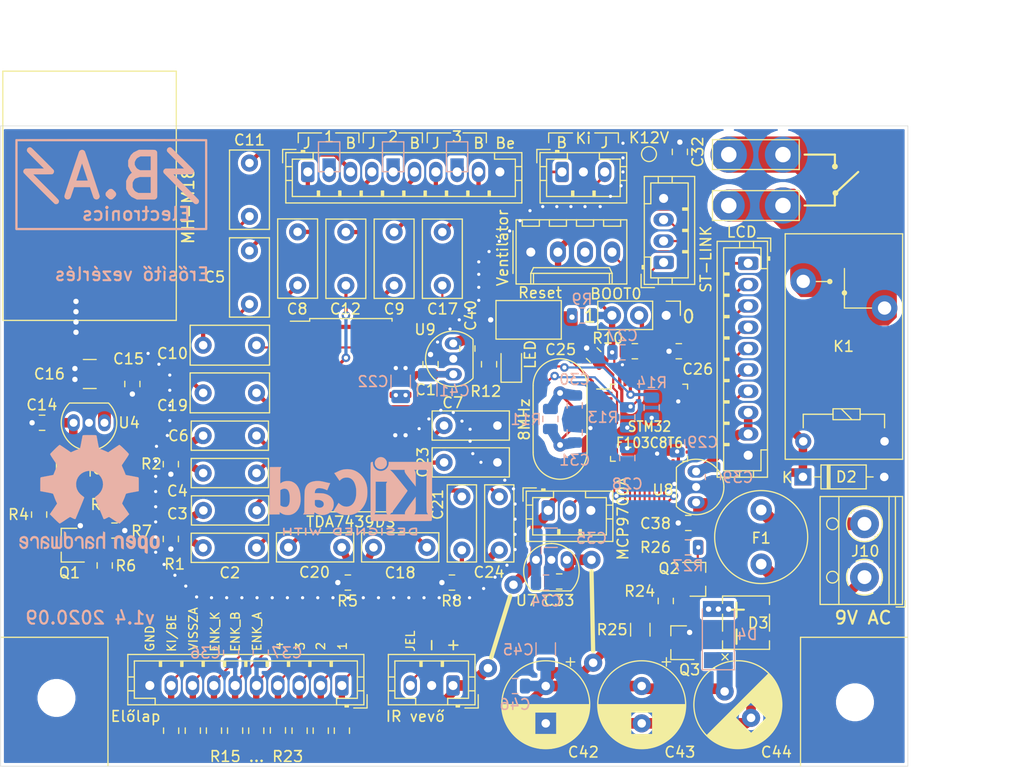
<source format=kicad_pcb>
(kicad_pcb (version 20171130) (host pcbnew "(5.1.6)-1")
  (layers (0 F.Cu signal) (31 B.Cu signal) (34 B.Paste user hide) (35 F.Paste user hide) (36 B.SilkS user) (37 F.SilkS user) (38 B.Mask user) (39 F.Mask user hide) (44 Edge.Cuts user))
  (net 0 "")
  (net 1 GND)
  (net 2 TDA_8V)
  (net 3 "Net-(C2-Pad1)")
  (net 4 "Net-(C2-Pad2)")
  (net 5 "Net-(C3-Pad2)")
  (net 6 "Net-(C15-Pad2)")
  (net 7 "Net-(C5-Pad2)")
  (net 8 "Net-(C5-Pad1)")
  (net 9 "Net-(C6-Pad2)")
  (net 10 "Net-(C8-Pad1)")
  (net 11 "Net-(C9-Pad1)")
  (net 12 "Net-(C9-Pad2)")
  (net 13 "Net-(C10-Pad2)")
  (net 14 "Net-(C10-Pad1)")
  (net 15 "Net-(C11-Pad2)")
  (net 16 "Net-(C11-Pad1)")
  (net 17 "Net-(C12-Pad1)")
  (net 18 "Net-(C12-Pad2)")
  (net 19 +12V)
  (net 20 "Net-(C17-Pad2)")
  (net 21 "Net-(C17-Pad1)")
  (net 22 "Net-(C18-Pad1)")
  (net 23 "Net-(C18-Pad2)")
  (net 24 "Net-(C19-Pad2)")
  (net 25 "Net-(C19-Pad1)")
  (net 26 "Net-(C20-Pad2)")
  (net 27 "Net-(C21-Pad1)")
  (net 28 "Net-(C21-Pad2)")
  (net 29 "Net-(C22-Pad2)")
  (net 30 "Net-(C23-Pad2)")
  (net 31 "Net-(C24-Pad2)")
  (net 32 "Net-(C25-Pad2)")
  (net 33 Hőszenzor)
  (net 34 +3V3)
  (net 35 "Net-(C31-Pad2)")
  (net 36 Kapcsolt_12V)
  (net 37 LCD_5V)
  (net 38 "Net-(D1-Pad1)")
  (net 39 "Net-(D3-Pad1)")
  (net 40 "Net-(D3-Pad3)")
  (net 41 "Net-(D3-Pad4)")
  (net 42 "Net-(F1-Pad2)")
  (net 43 "Net-(J1-Pad2)")
  (net 44 "Net-(J1-Pad5)")
  (net 45 "Net-(J1-Pad8)")
  (net 46 "Net-(J2-Pad1)")
  (net 47 "Net-(J2-Pad3)")
  (net 48 PWM)
  (net 49 IR_vevő)
  (net 50 /SWCLK)
  (net 51 /SWDIO)
  (net 52 1_gomb)
  (net 53 2_gomb)
  (net 54 3_gomb)
  (net 55 4_gomb)
  (net 56 Enkóder_A)
  (net 57 Enkóder_B)
  (net 58 Enkóder_K)
  (net 59 Vissza_gomb)
  (net 60 Ki_Be_gomb)
  (net 61 "Net-(J7-Pad1)")
  (net 62 LCD_RS)
  (net 63 LCD_EN)
  (net 64 LCD_D4)
  (net 65 LCD_D5)
  (net 66 LCD_D6)
  (net 67 LCD_D7)
  (net 68 LCD_Háttérfény)
  (net 69 "Net-(J9-Pad1)")
  (net 70 "Net-(JP4-Pad2)")
  (net 71 "Net-(Q1-Pad1)")
  (net 72 "Net-(Q2-Pad1)")
  (net 73 "Net-(Q3-Pad1)")
  (net 74 "Net-(Q3-Pad3)")
  (net 75 Bluetooth)
  (net 76 SCL)
  (net 77 SDA)
  (net 78 Perifériák)
  (net 79 "Net-(U1-Pad2)")
  (net 80 "Net-(U1-Pad1)")
  (net 81 "Net-(U2-Pad8)")
  (net 82 "Net-(U2-Pad9)")
  (net 83 "Net-(C4-Pad2)")
  (net 84 "Net-(C4-Pad1)")
  (net 85 "Net-(C7-Pad1)")
  (net 86 "Net-(C8-Pad2)")
  (net 87 "Net-(C30-Pad2)")
  (net 88 "Net-(J4-Pad3)")
  (net 89 "Net-(U6-Pad1)")
  (net 90 "Net-(U6-Pad3)")
  (net 91 "Net-(U6-Pad4)")
  (net 92 "Net-(U6-Pad26)")
  (net 93 "Net-(U6-Pad33)")
  (net 94 "Net-(U6-Pad40)")
  (net 95 "Net-(U6-Pad41)")
  (net 96 "Net-(U6-Pad42)")
  (net 97 "Net-(R10-Pad2)")
  (net 98 "Net-(R12-Pad2)")
  (net 99 "Net-(C14-Pad2)")
  (net 100 Mute)
  (net 101 "Net-(Q1-Pad3)")
  (net 102 "Net-(Q4-Pad1)")
  (module Connector_Wire:SolderWirePad_1x01_Drill0.8mm (layer F.Cu) (at 217.8812 101.1428)
    (fp_text reference REF** hide)
    (fp_text value SolderWirePad_1x01_Drill0.8mm)
    (pad 1 thru_hole circle (at 0 0) (size 1.7 1.7) (drill 0.8001) (layers *.Cu *.Mask) (net 34 +3V3))
  )
  (module Connector_Wire:SolderWirePad_1x01_Drill0.8mm (layer F.Cu) (at 215.4936 108.966)
    (fp_text reference REF** hide)
    (fp_text value SolderWirePad_1x01_Drill0.8mm)
    (pad 1 thru_hole circle (at 0 0) (size 1.7 1.7) (drill 0.8001) (layers *.Cu *.Mask) (net 34 +3V3))
  )
  (module Connector_Wire:SolderWirePad_1x01_Drill0.8mm (layer F.Cu) (at 225.3488 108.458)
    (fp_text reference REF** hide)
    (fp_text value SolderWirePad_1x01_Drill0.8mm)
    (pad 1 thru_hole circle (at 0 0) (size 1.7 1.7) (drill 0.8001) (layers *.Cu *.Mask) (net 19 +12V))
  )
  (module Connector_Wire:SolderWirePad_1x01_Drill0.8mm (layer F.Cu) (at 225.1964 98.806)
    (fp_text reference REF** hide)
    (fp_text value SolderWirePad_1x01_Drill0.8mm)
    (pad 1 thru_hole circle (at 0 0) (size 1.7 1.7) (drill 0.8001) (layers *.Cu *.Mask) (net 19 +12V))
  )
  (module MountingHole:MountingHole_3mm (layer F.Cu) (at 249.8852 112.1664)
    (fp_text reference REF** hide)
    (fp_text value MountingHole_3mm)
    (pad 1 np_thru_hole circle (at 0 0) (size 3 3) (drill 3) (layers *.Cu *.Mask))
  )
  (module MountingHole:MountingHole_3mm (layer F.Cu) (at 175.0568 111.76)
    (fp_text reference REF** hide)
    (fp_text value MountingHole_3mm)
    (pad 1 np_thru_hole circle (at 0 0) (size 3 3) (drill 3) (layers *.Cu *.Mask))
  )
  (module KiCad-symbols-projektekhez-modok:Logom_4 (layer B.Cu) (at 180.1368 63.6524 180)
    (fp_text reference G*** hide)
    (fp_text value LOGO hide)
  )
  (module Symbol:KiCad-Logo2_6mm_SilkScreen (layer B.Cu) (at 202.5904 92.1512 180)
    (fp_text reference REF** hide)
    (fp_text value KiCad-Logo2_6mm_SilkScreen hide)
  )
  (module Symbol:OSHW-Logo2_14.6x12mm_SilkScreen (layer B.Cu) (at 178.1556 92.6592 180)
    (fp_text reference REF** hide)
    (fp_text value OSHW-Logo2_14.6x12mm_SilkScreen hide)
  )
  (module KiCad-footprints-modok:TO-92_Inline_mod (layer F.Cu) (at 179.3748 85.9536 180)
    (fp_text reference U4 (at -2.4892 0) (layer F.SilkS))
    (fp_text value L78L05_TO92)
    (pad 2 thru_hole oval (at 1.27 0 180) (size 1.15 1.6) (drill 0.75) (layers *.Cu *.Mask) (net 1 GND))
    (pad 3 thru_hole oval (at 2.7178 0 180) (size 1.15 1.6) (drill 0.75) (layers *.Cu *.Mask) (net 99 "Net-(C14-Pad2)"))
    (pad 1 thru_hole oval (at -0.1778 0 180) (size 1.15 1.6) (drill 0.75) (layers *.Cu *.Mask) (net 6 "Net-(C15-Pad2)"))
  )
  (module Capacitor_SMD:C_0805_2012Metric (layer F.Cu) (at 233.3752 79.248)
    (fp_text reference C26 (at 1.778 1.6764) (layer F.SilkS))
    (fp_text value 100n)
    (pad 2 smd roundrect (at 0.9375 0) (size 0.975 1.4) (layers F.Cu F.Paste F.Mask) (net 34 +3V3))
    (pad 1 smd roundrect (at -0.9375 0) (size 0.975 1.4) (layers F.Cu F.Paste F.Mask) (net 1 GND))
  )
  (module KiCad-footprints-modok:TO-92_Inline_mod (layer F.Cu) (at 220.1672 98.806)
    (fp_text reference U7 (at -1.0668 3.81) (layer F.SilkS))
    (fp_text value L78L33_TO92)
    (pad 2 thru_hole oval (at 1.27 0) (size 1.15 1.6) (drill 0.75) (layers *.Cu *.Mask) (net 1 GND))
    (pad 3 thru_hole oval (at 2.7178 0) (size 1.15 1.6) (drill 0.75) (layers *.Cu *.Mask) (net 19 +12V))
    (pad 1 thru_hole oval (at -0.1778 0) (size 1.15 1.6) (drill 0.75) (layers *.Cu *.Mask) (net 34 +3V3))
  )
  (module Resistor_SMD:R_1206_3216Metric (layer F.Cu) (at 229.7684 105.3592 90)
    (fp_text reference R25 (at 0 -2.6416 180) (layer F.SilkS))
    (fp_text value 15K)
    (pad 2 smd roundrect (at 1.4 0 90) (size 1.25 1.75) (layers F.Cu F.Paste F.Mask) (roundrect_rratio 0.2) (net 72 "Net-(Q2-Pad1)"))
    (pad 1 smd roundrect (at -1.4 0 90) (size 1.25 1.75) (layers F.Cu F.Paste F.Mask) (roundrect_rratio 0.2) (net 74 "Net-(Q3-Pad3)"))
  )
  (module Capacitor_SMD:C_1206_3216Metric (layer B.Cu) (at 221.3864 96.7359 180)
    (fp_text reference C35 (at -3.81 -0.0508) (layer B.SilkS) (effects (justify mirror)))
    (fp_text value 10u)
    (pad 2 smd roundrect (at 1.4 0 180) (size 1.25 1.75) (layers B.Cu B.Paste B.Mask) (roundrect_rratio 0.2) (net 34 +3V3))
    (pad 1 smd roundrect (at -1.4 0 180) (size 1.25 1.75) (layers B.Cu B.Paste B.Mask) (roundrect_rratio 0.2) (net 1 GND))
  )
  (module TestPoint:TestPoint_Pad_D1.0mm (layer F.Cu) (at 230.5812 60.7568)
    (fp_text reference TP1 hide)
    (fp_text value K12V (at 0 -1.524) (layer F.SilkS))
    (pad 1 smd circle (at 0 0) (size 1 1) (layers F.Cu F.Mask) (net 36 Kapcsolt_12V))
  )
  (module Diode_SMD:D_MELF (layer B.Cu) (at 237.0836 105.8164 90)
    (fp_text reference D4 (at 0 2.6924) (layer B.SilkS) (effects (justify mirror)))
    (fp_text value SM4007)
    (pad 2 smd rect (at 2.4 0 90) (size 1.5 2.9) (layers B.Cu B.Paste B.Mask) (net 39 "Net-(D3-Pad1)"))
    (pad 1 smd rect (at -2.4 0 90) (size 1.5 2.7) (layers B.Cu B.Paste B.Mask) (net 19 +12V))
  )
  (module Resistor_SMD:R_0805_2012Metric (layer B.Cu) (at 224.3097 75.8952)
    (fp_text reference R9 (at 0 -1.524) (layer B.SilkS) (effects (justify mirror)))
    (fp_text value 15K)
    (pad 1 smd roundrect (at -0.9375 0) (size 0.975 1.4) (layers B.Cu B.Paste B.Mask) (net 32 "Net-(C25-Pad2)"))
    (pad 2 smd roundrect (at 0.9375 0) (size 0.975 1.4) (layers B.Cu B.Paste B.Mask) (net 34 +3V3))
  )
  (module Capacitor_SMD:C_0805_2012Metric (layer B.Cu) (at 194.202 107.5205 270)
    (fp_text reference C37 (at 0 -2.4448 180) (layer B.SilkS) (effects (justify mirror)))
    (fp_text value 100n)
    (pad 2 smd roundrect (at 0.9375 0 270) (size 0.975 1.4) (layers B.Cu B.Paste B.Mask) (net 56 Enkóder_A))
    (pad 1 smd roundrect (at -0.9375 0 270) (size 0.975 1.4) (layers B.Cu B.Paste B.Mask) (net 1 GND))
  )
  (module Capacitor_SMD:C_0805_2012Metric (layer B.Cu) (at 191.4208 107.5436 270)
    (fp_text reference C36 (at 0 2.394 180) (layer B.SilkS) (effects (justify mirror)))
    (fp_text value 100n)
    (pad 2 smd roundrect (at 0.9375 0 270) (size 0.975 1.4) (layers B.Cu B.Paste B.Mask) (net 57 Enkóder_B))
    (pad 1 smd roundrect (at -0.9375 0 270) (size 0.975 1.4) (layers B.Cu B.Paste B.Mask) (net 1 GND))
  )
  (module Capacitor_SMD:C_0805_2012Metric (layer F.Cu) (at 173.7083 85.9536)
    (fp_text reference C14 (at -0.0231 -1.6764) (layer F.SilkS))
    (fp_text value 100n)
    (pad 2 smd roundrect (at 0.9375 0) (size 0.975 1.4) (layers F.Cu F.Paste F.Mask) (net 99 "Net-(C14-Pad2)"))
    (pad 1 smd roundrect (at -0.9375 0) (size 0.975 1.4) (layers F.Cu F.Paste F.Mask) (net 1 GND))
  )
  (module Capacitor_THT:C_Rect_L7.0mm_W2.5mm_P5.00mm (layer F.Cu) (at 216.5524 97.8916 90)
    (fp_text reference C24 (at -2.0828 -0.9572 180) (layer F.SilkS))
    (fp_text value 18n)
    (pad 2 thru_hole circle (at 5 0 90) (size 1.6 1.6) (drill 0.8) (layers *.Cu *.Mask) (net 31 "Net-(C24-Pad2)"))
    (pad 1 thru_hole circle (at 0 0 90) (size 1.6 1.6) (drill 0.8) (layers *.Cu *.Mask) (net 27 "Net-(C21-Pad1)"))
  )
  (module Capacitor_THT:C_Rect_L7.0mm_W2.5mm_P5.00mm (layer F.Cu) (at 216.3788 89.67 180)
    (fp_text reference C23 (at 6.9812 0.008 90) (layer F.SilkS))
    (fp_text value 1,5n)
    (pad 2 thru_hole circle (at 5 0 180) (size 1.6 1.6) (drill 0.8) (layers *.Cu *.Mask) (net 30 "Net-(C23-Pad2)"))
    (pad 1 thru_hole circle (at 0 0 180) (size 1.6 1.6) (drill 0.8) (layers *.Cu *.Mask) (net 1 GND))
  )
  (module Capacitor_THT:C_Rect_L7.0mm_W2.5mm_P5.00mm (layer F.Cu) (at 211.3788 86.2156)
    (fp_text reference C7 (at 0.8128 -2.1416) (layer F.SilkS))
    (fp_text value 1,5n)
    (pad 2 thru_hole circle (at 5 0) (size 1.6 1.6) (drill 0.8) (layers *.Cu *.Mask) (net 1 GND))
    (pad 1 thru_hole circle (at 0 0) (size 1.6 1.6) (drill 0.8) (layers *.Cu *.Mask) (net 85 "Net-(C7-Pad1)"))
  )
  (module Capacitor_THT:C_Rect_L7.0mm_W2.5mm_P5.00mm (layer F.Cu) (at 188.802 87.1648)
    (fp_text reference C6 (at -2.3152 0.008) (layer F.SilkS))
    (fp_text value 18n)
    (pad 2 thru_hole circle (at 5 0) (size 1.6 1.6) (drill 0.8) (layers *.Cu *.Mask) (net 9 "Net-(C6-Pad2)"))
    (pad 1 thru_hole circle (at 0 0) (size 1.6 1.6) (drill 0.8) (layers *.Cu *.Mask) (net 84 "Net-(C4-Pad1)"))
  )
  (module Capacitor_THT:C_Rect_L7.2mm_W3.5mm_P5.00mm_FKS2_FKP2_MKS2_MKP2 (layer F.Cu) (at 193.1416 66.5988 90)
    (fp_text reference C11 (at 7.1628 0 180) (layer F.SilkS))
    (fp_text value 470n)
    (pad 2 thru_hole circle (at 5 0 90) (size 1.6 1.6) (drill 0.8) (layers *.Cu *.Mask) (net 15 "Net-(C11-Pad2)"))
    (pad 1 thru_hole circle (at 0 0 90) (size 1.6 1.6) (drill 0.8) (layers *.Cu *.Mask) (net 16 "Net-(C11-Pad1)"))
  )
  (module KiCad-footprints-modok:SolderWirePad_1x02_P5.08mm_Drill1.5mm_saru (layer F.Cu) (at 238.0576 65.5828)
    (fp_text reference J7 hide)
    (fp_text value Erősítő)
    (pad 1 thru_hole circle (at 5.08 0) (size 3.4 3.4) (drill 1.45) (layers *.Cu *.Mask) (net 61 "Net-(J7-Pad1)") (clearance 0.5))
    (pad 1 thru_hole circle (at 0 0) (size 3 3) (drill 1.45) (layers *.Cu *.Mask) (net 61 "Net-(J7-Pad1)") (clearance 0.5))
  )
  (module KiCad-footprints-modok:SolderWirePad_1x02_P5.08mm_Drill1.5mm_saru (layer F.Cu) (at 238.0576 60.8076)
    (fp_text reference J9 hide)
    (fp_text value "Kapcsolt szekunder")
    (pad 1 thru_hole circle (at 5.08 0) (size 3.4 3.4) (drill 1.45) (layers *.Cu *.Mask) (net 69 "Net-(J9-Pad1)") (clearance 0.6))
    (pad 1 thru_hole circle (at 0 0) (size 3.4 3.4) (drill 1.45) (layers *.Cu *.Mask) (net 69 "Net-(J9-Pad1)") (clearance 0.6))
  )
  (module Diodes_SMD_uj:Diode_Bridge_TO-269AA (layer F.Cu) (at 239.6744 104.6988)
    (fp_text reference D3 (at 1.143 0.0254) (layer F.SilkS))
    (fp_text value S380)
    (pad 4 smd rect (at 3.075 -1.27) (size 1.2 0.9) (layers F.Cu F.Paste F.Mask) (net 41 "Net-(D3-Pad4)"))
    (pad 3 smd rect (at 3.075 1.27) (size 1.2 0.9) (layers F.Cu F.Paste F.Mask) (net 40 "Net-(D3-Pad3)"))
    (pad 2 smd rect (at -3.075 1.27) (size 1.2 0.9) (layers F.Cu F.Paste F.Mask) (net 1 GND))
    (pad 1 smd rect (at -3.075 -1.27) (size 1.2 0.9) (layers F.Cu F.Paste F.Mask) (net 39 "Net-(D3-Pad1)"))
  )
  (module Capacitor_SMD:C_0805_2012Metric (layer F.Cu) (at 210.1088 80.4672 270)
    (fp_text reference C1 (at 2.3876 0.4572 180) (layer F.SilkS))
    (fp_text value 100n)
    (pad 1 smd roundrect (at -0.9375 0 270) (size 0.975 1.4) (layers F.Cu F.Paste F.Mask) (net 1 GND))
    (pad 2 smd roundrect (at 0.9375 0 270) (size 0.975 1.4) (layers F.Cu F.Paste F.Mask) (net 2 TDA_8V))
  )
  (module Capacitor_THT:C_Rect_L7.0mm_W2.5mm_P5.00mm (layer F.Cu) (at 188.802 97.6804)
    (fp_text reference C2 (at 2.5 2.3448) (layer F.SilkS))
    (fp_text value 100n)
    (pad 1 thru_hole circle (at 0 0) (size 1.6 1.6) (drill 0.8) (layers *.Cu *.Mask) (net 3 "Net-(C2-Pad1)"))
    (pad 2 thru_hole circle (at 5 0) (size 1.6 1.6) (drill 0.8) (layers *.Cu *.Mask) (net 4 "Net-(C2-Pad2)"))
  )
  (module Capacitor_THT:C_Rect_L7.0mm_W2.5mm_P5.00mm (layer F.Cu) (at 188.8236 94.1752)
    (fp_text reference C3 (at -2.4384 0.3128) (layer F.SilkS))
    (fp_text value 100n)
    (pad 2 thru_hole circle (at 5 0) (size 1.6 1.6) (drill 0.8) (layers *.Cu *.Mask) (net 5 "Net-(C3-Pad2)"))
    (pad 1 thru_hole circle (at 0 0) (size 1.6 1.6) (drill 0.8) (layers *.Cu *.Mask) (net 3 "Net-(C2-Pad1)"))
  )
  (module Capacitor_THT:C_Rect_L7.0mm_W2.5mm_P5.00mm (layer F.Cu) (at 188.802 90.67)
    (fp_text reference C4 (at -2.4168 1.6844) (layer F.SilkS))
    (fp_text value 22n)
    (pad 2 thru_hole circle (at 5 0) (size 1.6 1.6) (drill 0.8) (layers *.Cu *.Mask) (net 83 "Net-(C4-Pad2)"))
    (pad 1 thru_hole circle (at 0 0) (size 1.6 1.6) (drill 0.8) (layers *.Cu *.Mask) (net 84 "Net-(C4-Pad1)"))
  )
  (module Capacitor_THT:C_Rect_L7.2mm_W3.5mm_P5.00mm_FKS2_FKP2_MKS2_MKP2 (layer F.Cu) (at 193.1416 74.8284 90)
    (fp_text reference C5 (at 2.54 -3.2512 180) (layer F.SilkS))
    (fp_text value 470n)
    (pad 1 thru_hole circle (at 0 0 90) (size 1.6 1.6) (drill 0.8) (layers *.Cu *.Mask) (net 8 "Net-(C5-Pad1)"))
    (pad 2 thru_hole circle (at 5 0 90) (size 1.6 1.6) (drill 0.8) (layers *.Cu *.Mask) (net 7 "Net-(C5-Pad2)"))
  )
  (module Capacitor_THT:C_Rect_L7.2mm_W3.5mm_P5.00mm_FKS2_FKP2_MKS2_MKP2 (layer F.Cu) (at 197.6548 73.056 90)
    (fp_text reference C8 (at -2.2296 -0.0428 180) (layer F.SilkS))
    (fp_text value 470n)
    (pad 1 thru_hole circle (at 0 0 90) (size 1.6 1.6) (drill 0.8) (layers *.Cu *.Mask) (net 10 "Net-(C8-Pad1)"))
    (pad 2 thru_hole circle (at 5 0 90) (size 1.6 1.6) (drill 0.8) (layers *.Cu *.Mask) (net 86 "Net-(C8-Pad2)"))
  )
  (module Capacitor_THT:C_Rect_L7.2mm_W3.5mm_P5.00mm_FKS2_FKP2_MKS2_MKP2 (layer F.Cu) (at 206.6972 73.072 90)
    (fp_text reference C9 (at -2.2136 0.008 180) (layer F.SilkS))
    (fp_text value 470n)
    (pad 2 thru_hole circle (at 5 0 90) (size 1.6 1.6) (drill 0.8) (layers *.Cu *.Mask) (net 12 "Net-(C9-Pad2)"))
    (pad 1 thru_hole circle (at 0 0 90) (size 1.6 1.6) (drill 0.8) (layers *.Cu *.Mask) (net 11 "Net-(C9-Pad1)"))
  )
  (module Capacitor_THT:C_Rect_L7.2mm_W3.5mm_P5.00mm_FKS2_FKP2_MKS2_MKP2 (layer F.Cu) (at 193.802 78.6812 180)
    (fp_text reference C10 (at 7.874 -0.77) (layer F.SilkS))
    (fp_text value 470n)
    (pad 2 thru_hole circle (at 5 0 180) (size 1.6 1.6) (drill 0.8) (layers *.Cu *.Mask) (net 13 "Net-(C10-Pad2)"))
    (pad 1 thru_hole circle (at 0 0 180) (size 1.6 1.6) (drill 0.8) (layers *.Cu *.Mask) (net 14 "Net-(C10-Pad1)"))
  )
  (module Capacitor_THT:C_Rect_L7.2mm_W3.5mm_P5.00mm_FKS2_FKP2_MKS2_MKP2 (layer F.Cu) (at 202.176 73.072 90)
    (fp_text reference C12 (at -2.2136 -0.0428 180) (layer F.SilkS))
    (fp_text value 470n)
    (pad 1 thru_hole circle (at 0 0 90) (size 1.6 1.6) (drill 0.8) (layers *.Cu *.Mask) (net 17 "Net-(C12-Pad1)"))
    (pad 2 thru_hole circle (at 5 0 90) (size 1.6 1.6) (drill 0.8) (layers *.Cu *.Mask) (net 18 "Net-(C12-Pad2)"))
  )
  (module Capacitor_SMD:C_0805_2012Metric (layer F.Cu) (at 182.1688 82.3191 90)
    (fp_text reference C15 (at 2.3599 -0.3556 180) (layer F.SilkS))
    (fp_text value 100n)
    (pad 1 smd roundrect (at -0.9375 0 90) (size 0.975 1.4) (layers F.Cu F.Paste F.Mask) (net 1 GND))
    (pad 2 smd roundrect (at 0.9375 0 90) (size 0.975 1.4) (layers F.Cu F.Paste F.Mask) (net 6 "Net-(C15-Pad2)"))
  )
  (module Capacitor_SMD:C_1210_3225Metric (layer F.Cu) (at 178.178 81.3816)
    (fp_text reference C16 (at -3.7816 0) (layer F.SilkS))
    (fp_text value 22u)
    (pad 2 smd roundrect (at 1.4 0) (size 1.25 2.65) (layers F.Cu F.Paste F.Mask) (roundrect_rratio 0.2) (net 6 "Net-(C15-Pad2)"))
    (pad 1 smd roundrect (at -1.4 0) (size 1.25 2.65) (layers F.Cu F.Paste F.Mask) (roundrect_rratio 0.2) (net 1 GND))
  )
  (module Capacitor_THT:C_Rect_L7.2mm_W3.5mm_P5.00mm_FKS2_FKP2_MKS2_MKP2 (layer F.Cu) (at 211.2184 73.072 90)
    (fp_text reference C17 (at -2.2136 0.008 180) (layer F.SilkS))
    (fp_text value 470n)
    (pad 2 thru_hole circle (at 5 0 90) (size 1.6 1.6) (drill 0.8) (layers *.Cu *.Mask) (net 20 "Net-(C17-Pad2)"))
    (pad 1 thru_hole circle (at 0 0 90) (size 1.6 1.6) (drill 0.8) (layers *.Cu *.Mask) (net 21 "Net-(C17-Pad1)"))
  )
  (module Capacitor_THT:C_Rect_L7.0mm_W2.5mm_P5.00mm (layer F.Cu) (at 204.7668 97.6376)
    (fp_text reference C18 (at 2.4972 2.3876) (layer F.SilkS))
    (fp_text value 100n)
    (pad 1 thru_hole circle (at 0 0) (size 1.6 1.6) (drill 0.8) (layers *.Cu *.Mask) (net 22 "Net-(C18-Pad1)"))
    (pad 2 thru_hole circle (at 5 0) (size 1.6 1.6) (drill 0.8) (layers *.Cu *.Mask) (net 23 "Net-(C18-Pad2)"))
  )
  (module Capacitor_THT:C_Rect_L7.2mm_W3.5mm_P5.00mm_FKS2_FKP2_MKS2_MKP2 (layer F.Cu) (at 193.802 83.1516 180)
    (fp_text reference C19 (at 7.874 -1.1764) (layer F.SilkS))
    (fp_text value 470n)
    (pad 2 thru_hole circle (at 5 0 180) (size 1.6 1.6) (drill 0.8) (layers *.Cu *.Mask) (net 24 "Net-(C19-Pad2)"))
    (pad 1 thru_hole circle (at 0 0 180) (size 1.6 1.6) (drill 0.8) (layers *.Cu *.Mask) (net 25 "Net-(C19-Pad1)"))
  )
  (module Capacitor_THT:C_Rect_L7.0mm_W2.5mm_P5.00mm (layer F.Cu) (at 201.7912 97.6376 180)
    (fp_text reference C20 (at 2.5536 -2.3368) (layer F.SilkS))
    (fp_text value 100n)
    (pad 2 thru_hole circle (at 5 0 180) (size 1.6 1.6) (drill 0.8) (layers *.Cu *.Mask) (net 26 "Net-(C20-Pad2)"))
    (pad 1 thru_hole circle (at 0 0 180) (size 1.6 1.6) (drill 0.8) (layers *.Cu *.Mask) (net 22 "Net-(C18-Pad1)"))
  )
  (module Capacitor_THT:C_Rect_L7.0mm_W2.5mm_P5.00mm (layer F.Cu) (at 213.0472 97.8916 90)
    (fp_text reference C21 (at 4.2672 -2.278 90) (layer F.SilkS))
    (fp_text value 22n)
    (pad 1 thru_hole circle (at 0 0 90) (size 1.6 1.6) (drill 0.8) (layers *.Cu *.Mask) (net 27 "Net-(C21-Pad1)"))
    (pad 2 thru_hole circle (at 5 0 90) (size 1.6 1.6) (drill 0.8) (layers *.Cu *.Mask) (net 28 "Net-(C21-Pad2)"))
  )
  (module Capacitor_SMD:C_1206_3216Metric (layer B.Cu) (at 207.3148 82.0928 270)
    (fp_text reference C22 (at 0 2.5908) (layer B.SilkS) (effects (justify mirror)))
    (fp_text value 10u)
    (pad 1 smd roundrect (at -1.4 0 270) (size 1.25 1.75) (layers B.Cu B.Paste B.Mask) (roundrect_rratio 0.2) (net 1 GND))
    (pad 2 smd roundrect (at 1.4 0 270) (size 1.25 1.75) (layers B.Cu B.Paste B.Mask) (roundrect_rratio 0.2) (net 29 "Net-(C22-Pad2)"))
  )
  (module Capacitor_SMD:C_0805_2012Metric (layer F.Cu) (at 225.3996 79.6036 315)
    (fp_text reference C25 (at -2.550393 1.831972) (layer F.SilkS))
    (fp_text value 1u)
    (pad 1 smd roundrect (at -0.9375 0 315) (size 0.975 1.4) (layers F.Cu F.Paste F.Mask) (net 1 GND))
    (pad 2 smd roundrect (at 0.9375 0 315) (size 0.975 1.4) (layers F.Cu F.Paste F.Mask) (net 32 "Net-(C25-Pad2)"))
  )
  (module Capacitor_SMD:C_0805_2012Metric (layer B.Cu) (at 228.092 79.3496 180)
    (fp_text reference C27 (at 0 1.5748) (layer B.SilkS) (effects (justify mirror)))
    (fp_text value 100n)
    (pad 1 smd roundrect (at -0.9375 0 180) (size 0.975 1.4) (layers B.Cu B.Paste B.Mask) (net 1 GND))
    (pad 2 smd roundrect (at 0.9375 0 180) (size 0.975 1.4) (layers B.Cu B.Paste B.Mask) (net 34 +3V3))
  )
  (module Capacitor_SMD:C_0805_2012Metric (layer B.Cu) (at 228.5492 89.2556 90)
    (fp_text reference C28 (at -2.4384 0 180) (layer B.SilkS) (effects (justify mirror)))
    (fp_text value 100n)
    (pad 2 smd roundrect (at 0.9375 0 90) (size 0.975 1.4) (layers B.Cu B.Paste B.Mask) (net 34 +3V3))
    (pad 1 smd roundrect (at -0.9375 0 90) (size 0.975 1.4) (layers B.Cu B.Paste B.Mask) (net 1 GND))
  )
  (module Capacitor_SMD:C_0805_2012Metric (layer B.Cu) (at 233.2228 87.7824 270)
    (fp_text reference C29 (at 0 -2.3876 180) (layer B.SilkS) (effects (justify mirror)))
    (fp_text value 100n)
    (pad 1 smd roundrect (at -0.9375 0 270) (size 0.975 1.4) (layers B.Cu B.Paste B.Mask) (net 1 GND))
    (pad 2 smd roundrect (at 0.9375 0 270) (size 0.975 1.4) (layers B.Cu B.Paste B.Mask) (net 34 +3V3))
  )
  (module Capacitor_SMD:C_0805_2012Metric (layer B.Cu) (at 223.6216 84.328 90)
    (fp_text reference C30 (at 2.4384 0 180) (layer B.SilkS) (effects (justify mirror)))
    (fp_text value 22p)
    (pad 1 smd roundrect (at -0.9375 0 90) (size 0.975 1.4) (layers B.Cu B.Paste B.Mask) (net 1 GND))
    (pad 2 smd roundrect (at 0.9375 0 90) (size 0.975 1.4) (layers B.Cu B.Paste B.Mask) (net 87 "Net-(C30-Pad2)"))
  )
  (module Capacitor_SMD:C_0805_2012Metric (layer B.Cu) (at 223.6216 86.868 270)
    (fp_text reference C31 (at 2.5908 0 180) (layer B.SilkS) (effects (justify mirror)))
    (fp_text value 22p)
    (pad 1 smd roundrect (at -0.9375 0 270) (size 0.975 1.4) (layers B.Cu B.Paste B.Mask) (net 1 GND))
    (pad 2 smd roundrect (at 0.9375 0 270) (size 0.975 1.4) (layers B.Cu B.Paste B.Mask) (net 35 "Net-(C31-Pad2)"))
  )
  (module Capacitor_SMD:C_0805_2012Metric (layer F.Cu) (at 233.4768 60.5536 270)
    (fp_text reference C32 (at 0 -1.6764 90) (layer F.SilkS))
    (fp_text value 100n)
    (pad 2 smd roundrect (at 0.9375 0 270) (size 0.975 1.4) (layers F.Cu F.Paste F.Mask) (net 36 Kapcsolt_12V))
    (pad 1 smd roundrect (at -0.9375 0 270) (size 0.975 1.4) (layers F.Cu F.Paste F.Mask) (net 1 GND))
  )
  (module Capacitor_SMD:C_0805_2012Metric (layer F.Cu) (at 222.1715 100.838)
    (fp_text reference C33 (at -0.0231 1.778) (layer F.SilkS))
    (fp_text value 100n)
    (pad 2 smd roundrect (at 0.9375 0) (size 0.975 1.4) (layers F.Cu F.Paste F.Mask) (net 19 +12V))
    (pad 1 smd roundrect (at -0.9375 0) (size 0.975 1.4) (layers F.Cu F.Paste F.Mask) (net 1 GND))
  )
  (module Capacitor_SMD:C_0805_2012Metric (layer B.Cu) (at 220.9292 100.9396 180)
    (fp_text reference C34 (at 0 -1.7272) (layer B.SilkS) (effects (justify mirror)))
    (fp_text value 100n)
    (pad 1 smd roundrect (at -0.9375 0 180) (size 0.975 1.4) (layers B.Cu B.Paste B.Mask) (net 1 GND))
    (pad 2 smd roundrect (at 0.9375 0 180) (size 0.975 1.4) (layers B.Cu B.Paste B.Mask) (net 34 +3V3))
  )
  (module Capacitor_SMD:C_0805_2012Metric (layer F.Cu) (at 234.2665 95.3516)
    (fp_text reference C38 (at -3.0757 0.0508) (layer F.SilkS))
    (fp_text value 100n)
    (pad 2 smd roundrect (at 0.9375 0) (size 0.975 1.4) (layers F.Cu F.Paste F.Mask) (net 36 Kapcsolt_12V))
    (pad 1 smd roundrect (at -0.9375 0) (size 0.975 1.4) (layers F.Cu F.Paste F.Mask) (net 1 GND))
  )
  (module Capacitor_SMD:C_0805_2012Metric (layer B.Cu) (at 236.5756 91.0336 90)
    (fp_text reference C39 (at -0.0508 2.3368) (layer B.SilkS) (effects (justify mirror)))
    (fp_text value 100n)
    (pad 2 smd roundrect (at 0.9375 0 90) (size 0.975 1.4) (layers B.Cu B.Paste B.Mask) (net 37 LCD_5V))
    (pad 1 smd roundrect (at -0.9375 0 90) (size 0.975 1.4) (layers B.Cu B.Paste B.Mask) (net 1 GND))
  )
  (module Capacitor_SMD:C_0805_2012Metric (layer F.Cu) (at 213.5632 78.994 90)
    (fp_text reference C40 (at 3.0988 0.3048 90) (layer F.SilkS))
    (fp_text value 100n)
    (pad 1 smd roundrect (at -0.9375 0 90) (size 0.975 1.4) (layers F.Cu F.Paste F.Mask) (net 1 GND))
    (pad 2 smd roundrect (at 0.9375 0 90) (size 0.975 1.4) (layers F.Cu F.Paste F.Mask) (net 36 Kapcsolt_12V))
  )
  (module Capacitor_SMD:C_1206_3216Metric (layer B.Cu) (at 209.804 82.8548 90)
    (fp_text reference C41 (at -0.1016 2.54) (layer B.SilkS) (effects (justify mirror)))
    (fp_text value 10u)
    (pad 1 smd roundrect (at -1.4 0 90) (size 1.25 1.75) (layers B.Cu B.Paste B.Mask) (roundrect_rratio 0.2) (net 1 GND))
    (pad 2 smd roundrect (at 1.4 0 90) (size 1.25 1.75) (layers B.Cu B.Paste B.Mask) (roundrect_rratio 0.2) (net 2 TDA_8V))
  )
  (module Capacitor_THT:CP_Radial_D8.0mm_P3.50mm (layer F.Cu) (at 220.9076 110.6424 270)
    (fp_text reference C42 (at 6.1976 -3.5268 180) (layer F.SilkS))
    (fp_text value 1000u)
    (pad 1 thru_hole circle (at 0 0 270) (size 1.7 1.7) (drill 0.8) (layers *.Cu *.Mask) (net 19 +12V))
    (pad 2 thru_hole circle (at 3.5 0 270) (size 1.7 1.7) (drill 0.8) (layers *.Cu *.Mask) (net 1 GND))
  )
  (module Capacitor_THT:CP_Radial_D8.0mm_P3.50mm (layer F.Cu) (at 229.8992 110.6424 270)
    (fp_text reference C43 (at 6.1976 -3.5776 180) (layer F.SilkS))
    (fp_text value 1000u)
    (pad 2 thru_hole circle (at 3.5 0 270) (size 1.7 1.7) (drill 0.8) (layers *.Cu *.Mask) (net 1 GND) (thermal_gap 0.3))
    (pad 1 thru_hole circle (at 0 0 270) (size 1.7 1.7) (drill 0.8) (layers *.Cu *.Mask) (net 19 +12V))
  )
  (module Capacitor_THT:CP_Radial_D8.0mm_P3.50mm (layer F.Cu) (at 237.6716 111.1504 315)
    (fp_text reference C44 (at 7.450926 0.595384) (layer F.SilkS))
    (fp_text value 1000u)
    (pad 1 thru_hole circle (at 0 0 315) (size 1.7 1.7) (drill 0.8) (layers *.Cu *.Mask) (net 19 +12V))
    (pad 2 thru_hole circle (at 3.5 0 315) (size 1.7 1.7) (drill 0.8) (layers *.Cu *.Mask) (net 1 GND) (thermal_gap 0.3))
  )
  (module Capacitor_SMD:C_1206_3216Metric (layer B.Cu) (at 220.9076 107.188 270)
    (fp_text reference C45 (at 0.0508 2.5692) (layer B.SilkS) (effects (justify mirror)))
    (fp_text value 10u)
    (pad 2 smd roundrect (at 1.4 0 270) (size 1.25 1.75) (layers B.Cu B.Paste B.Mask) (roundrect_rratio 0.2) (net 19 +12V))
    (pad 1 smd roundrect (at -1.4 0 270) (size 1.25 1.75) (layers B.Cu B.Paste B.Mask) (roundrect_rratio 0.2) (net 1 GND))
  )
  (module Capacitor_SMD:C_0805_2012Metric (layer B.Cu) (at 218.0336 110.6424)
    (fp_text reference C46 (at -0.0015 1.7272) (layer B.SilkS) (effects (justify mirror)))
    (fp_text value 100n)
    (pad 1 smd roundrect (at -0.9375 0) (size 0.975 1.4) (layers B.Cu B.Paste B.Mask) (net 1 GND))
    (pad 2 smd roundrect (at 0.9375 0) (size 0.975 1.4) (layers B.Cu B.Paste B.Mask) (net 19 +12V))
  )
  (module LED_SMD:LED_0805_2012Metric (layer F.Cu) (at 217.678 80.4672 90)
    (fp_text reference D1 hide)
    (fp_text value LED (at 0.9144 1.778 90) (layer F.SilkS))
    (pad 1 smd roundrect (at -0.9375 0 90) (size 0.975 1.4) (layers F.Cu F.Paste F.Mask) (net 38 "Net-(D1-Pad1)"))
    (pad 2 smd roundrect (at 0.9375 0 90) (size 0.975 1.4) (layers F.Cu F.Paste F.Mask) (net 34 +3V3))
  )
  (module Diode_THT:D_DO-35_SOD27_P7.62mm_Horizontal (layer F.Cu) (at 245.0084 91.0336)
    (fp_text reference D2 (at 4.064 0) (layer F.SilkS))
    (fp_text value 1N4148)
    (fp_text user K (at -1.4732 0.0508) (layer F.SilkS))
    (pad 1 thru_hole rect (at 0 0) (size 1.6 1.6) (drill 0.8) (layers *.Cu *.Mask) (net 36 Kapcsolt_12V))
    (pad 2 thru_hole oval (at 7.62 0) (size 1.6 1.6) (drill 0.8) (layers *.Cu *.Mask) (net 1 GND))
  )
  (module Fuse:Fuse_Littelfuse_372_D8.50mm (layer F.Cu) (at 241.0968 99.2124 90)
    (fp_text reference F1 (at 2.4384 0 180) (layer F.SilkS))
    (fp_text value "T 500mA")
    (pad 1 thru_hole circle (at 0 0 90) (size 2 2) (drill 1) (layers *.Cu *.Mask) (net 41 "Net-(D3-Pad4)"))
    (pad 2 thru_hole circle (at 5.08 0 90) (size 2 2) (drill 1) (layers *.Cu *.Mask) (net 42 "Net-(F1-Pad2)"))
  )
  (module Connector_JST:JST_PH_B10B-PH-K_1x10_P2.00mm_Vertical (layer F.Cu) (at 198.6092 62.4332)
    (fp_text reference J1 hide)
    (fp_text value Bemenetek hide)
    (pad 1 thru_hole roundrect (at 0 0) (size 1.25 1.9) (drill 0.85) (layers *.Cu *.Mask) (roundrect_rratio 0.208) (net 7 "Net-(C5-Pad2)"))
    (pad 2 thru_hole oval (at 2 0) (size 1.25 1.9) (drill 0.85) (layers *.Cu *.Mask) (net 43 "Net-(J1-Pad2)"))
    (pad 3 thru_hole oval (at 4 0) (size 1.25 1.9) (drill 0.85) (layers *.Cu *.Mask) (net 15 "Net-(C11-Pad2)"))
    (pad 4 thru_hole oval (at 6 0) (size 1.25 1.9) (drill 0.85) (layers *.Cu *.Mask) (net 86 "Net-(C8-Pad2)"))
    (pad 5 thru_hole oval (at 8 0) (size 1.25 1.9) (drill 0.85) (layers *.Cu *.Mask) (net 44 "Net-(J1-Pad5)"))
    (pad 6 thru_hole oval (at 10 0) (size 1.25 1.9) (drill 0.85) (layers *.Cu *.Mask) (net 18 "Net-(C12-Pad2)"))
    (pad 7 thru_hole oval (at 12 0) (size 1.25 1.9) (drill 0.85) (layers *.Cu *.Mask) (net 12 "Net-(C9-Pad2)"))
    (pad 8 thru_hole oval (at 14 0) (size 1.25 1.9) (drill 0.85) (layers *.Cu *.Mask) (net 45 "Net-(J1-Pad8)"))
    (pad 9 thru_hole oval (at 16 0) (size 1.25 1.9) (drill 0.85) (layers *.Cu *.Mask) (net 20 "Net-(C17-Pad2)"))
    (pad 10 thru_hole oval (at 18 0) (size 1.25 1.9) (drill 0.85) (layers *.Cu *.Mask) (net 1 GND))
  )
  (module Connector_JST:JST_PH_B3B-PH-K_1x03_P2.00mm_Vertical (layer F.Cu) (at 222.4344 62.4332)
    (fp_text reference J2 hide)
    (fp_text value Kimenet hide)
    (pad 3 thru_hole oval (at 4 0) (size 1.25 1.9) (drill 0.85) (layers *.Cu *.Mask) (net 47 "Net-(J2-Pad3)"))
    (pad 2 thru_hole oval (at 2 0) (size 1.25 1.9) (drill 0.85) (layers *.Cu *.Mask) (net 1 GND))
    (pad 1 thru_hole roundrect (at 0 0) (size 1.25 1.9) (drill 0.85) (layers *.Cu *.Mask) (roundrect_rratio 0.208) (net 46 "Net-(J2-Pad1)"))
  )
  (module Connector_Molex:Molex_KK-254_AE-6410-04A_1x04_P2.54mm_Vertical (layer F.Cu) (at 219.5068 69.9516)
    (fp_text reference J4 hide)
    (fp_text value Ventilátor (at -2.6416 -0.4064 90) (layer F.SilkS))
    (pad 1 thru_hole roundrect (at 0 0) (size 1.5 2) (drill 0.85) (layers *.Cu *.Mask) (roundrect_rratio 0.144) (net 1 GND))
    (pad 2 thru_hole oval (at 2.54 0) (size 1.5 2) (drill 0.85) (layers *.Cu *.Mask) (net 36 Kapcsolt_12V))
    (pad 3 thru_hole oval (at 5.08 0) (size 1.5 2) (drill 0.85) (layers *.Cu *.Mask) (net 88 "Net-(J4-Pad3)"))
    (pad 4 thru_hole oval (at 7.62 0) (size 1.5 2) (drill 0.85) (layers *.Cu *.Mask) (net 48 PWM))
  )
  (module Connector_JST:JST_PH_B3B-PH-K_1x03_P2.00mm_Vertical (layer F.Cu) (at 212.2184 110.5916 180)
    (fp_text reference J3 hide)
    (fp_text value "IR vevő" (at 3.532 -2.8956) (layer F.SilkS))
    (pad 3 thru_hole oval (at 4 0 180) (size 1.25 1.9) (drill 0.85) (layers *.Cu *.Mask) (net 49 IR_vevő))
    (pad 2 thru_hole oval (at 2 0 180) (size 1.25 1.9) (drill 0.85) (layers *.Cu *.Mask) (net 1 GND))
    (pad 1 thru_hole roundrect (at 0 0 180) (size 1.25 1.9) (drill 0.85) (layers *.Cu *.Mask) (roundrect_rratio 0.208) (net 34 +3V3))
  )
  (module Connector_JST:JST_PH_B4B-PH-K_1x04_P2.00mm_Vertical (layer F.Cu) (at 231.9528 70.9168 90)
    (fp_text reference J5 hide)
    (fp_text value ST-LINK (at 0.3048 3.9624 90) (layer F.SilkS))
    (pad 1 thru_hole roundrect (at 0 0 90) (size 1.25 1.9) (drill 0.85) (layers *.Cu *.Mask) (roundrect_rratio 0.208) (net 100 Mute))
    (pad 2 thru_hole oval (at 2 0 90) (size 1.25 1.9) (drill 0.85) (layers *.Cu *.Mask) (net 50 /SWCLK))
    (pad 3 thru_hole oval (at 4 0 90) (size 1.25 1.9) (drill 0.85) (layers *.Cu *.Mask) (net 51 /SWDIO))
    (pad 4 thru_hole oval (at 6 0 90) (size 1.25 1.9) (drill 0.85) (layers *.Cu *.Mask) (net 1 GND))
  )
  (module Connector_JST:JST_PH_B10B-PH-K_1x10_P2.00mm_Vertical (layer F.Cu) (at 201.8044 110.5916 180)
    (fp_text reference J6 hide)
    (fp_text value Előlap (at 19.3308 -2.8956) (layer F.SilkS))
    (pad 1 thru_hole roundrect (at 0 0 180) (size 1.25 1.9) (drill 0.85) (layers *.Cu *.Mask) (roundrect_rratio 0.208) (net 52 1_gomb))
    (pad 2 thru_hole oval (at 2 0 180) (size 1.25 1.9) (drill 0.85) (layers *.Cu *.Mask) (net 53 2_gomb))
    (pad 3 thru_hole oval (at 4 0 180) (size 1.25 1.9) (drill 0.85) (layers *.Cu *.Mask) (net 54 3_gomb))
    (pad 4 thru_hole oval (at 6 0 180) (size 1.25 1.9) (drill 0.85) (layers *.Cu *.Mask) (net 55 4_gomb))
    (pad 5 thru_hole oval (at 8 0 180) (size 1.25 1.9) (drill 0.85) (layers *.Cu *.Mask) (net 56 Enkóder_A))
    (pad 6 thru_hole oval (at 10 0 180) (size 1.25 1.9) (drill 0.85) (layers *.Cu *.Mask) (net 57 Enkóder_B))
    (pad 7 thru_hole oval (at 12 0 180) (size 1.25 1.9) (drill 0.85) (layers *.Cu *.Mask) (net 58 Enkóder_K))
    (pad 8 thru_hole oval (at 14 0 180) (size 1.25 1.9) (drill 0.85) (layers *.Cu *.Mask) (net 59 Vissza_gomb))
    (pad 9 thru_hole oval (at 16 0 180) (size 1.25 1.9) (drill 0.85) (layers *.Cu *.Mask) (net 60 Ki_Be_gomb))
    (pad 10 thru_hole oval (at 18 0 180) (size 1.25 1.9) (drill 0.85) (layers *.Cu *.Mask) (net 1 GND))
  )
  (module Connector_JST:JST_PH_B10B-PH-K_1x10_P2.00mm_Vertical (layer F.Cu) (at 239.8776 70.9996 270)
    (fp_text reference J8 hide)
    (fp_text value LCD (at -2.9276 0.6096 180) (layer F.SilkS))
    (pad 10 thru_hole oval (at 18 0 270) (size 1.25 1.9) (drill 0.85) (layers *.Cu *.Mask) (net 1 GND))
    (pad 9 thru_hole oval (at 16 0 270) (size 1.25 1.9) (drill 0.85) (layers *.Cu *.Mask) (net 37 LCD_5V))
    (pad 8 thru_hole oval (at 14 0 270) (size 1.25 1.9) (drill 0.85) (layers *.Cu *.Mask) (net 37 LCD_5V))
    (pad 7 thru_hole oval (at 12 0 270) (size 1.25 1.9) (drill 0.85) (layers *.Cu *.Mask) (net 62 LCD_RS))
    (pad 6 thru_hole oval (at 10 0 270) (size 1.25 1.9) (drill 0.85) (layers *.Cu *.Mask) (net 63 LCD_EN))
    (pad 5 thru_hole oval (at 8 0 270) (size 1.25 1.9) (drill 0.85) (layers *.Cu *.Mask) (net 64 LCD_D4))
    (pad 4 thru_hole oval (at 6 0 270) (size 1.25 1.9) (drill 0.85) (layers *.Cu *.Mask) (net 65 LCD_D5))
    (pad 3 thru_hole oval (at 4 0 270) (size 1.25 1.9) (drill 0.85) (layers *.Cu *.Mask) (net 66 LCD_D6))
    (pad 2 thru_hole oval (at 2 0 270) (size 1.25 1.9) (drill 0.85) (layers *.Cu *.Mask) (net 67 LCD_D7))
    (pad 1 thru_hole roundrect (at 0 0 270) (size 1.25 1.9) (drill 0.85) (layers *.Cu *.Mask) (roundrect_rratio 0.208) (net 68 LCD_Háttérfény))
  )
  (module TerminalBlock_RND:TerminalBlock_RND_205-00012_1x02_P5.00mm_Horizontal (layer F.Cu) (at 250.778 100.4316 90)
    (fp_text reference J10 (at 2.4384 0.0724 180) (layer F.SilkS))
    (fp_text value "9V AC")
    (pad 1 thru_hole circle (at 0 0 90) (size 2.7 2.7) (drill 1.3) (layers *.Cu *.Mask) (net 40 "Net-(D3-Pad3)"))
    (pad 2 thru_hole circle (at 5 0 90) (size 2.7 2.7) (drill 1.3) (layers *.Cu *.Mask) (net 42 "Net-(F1-Pad2)"))
  )
  (module Jumper:SolderJumper-2_P1.3mm_Open_Pad1.0x1.5mm (layer B.Cu) (at 200.6092 61.0108 90)
    (fp_text reference JP1 hide)
    (fp_text value Jumper_1_GND)
    (pad 1 smd rect (at -0.65 0 90) (size 1 1.25) (layers B.Cu B.Mask) (net 43 "Net-(J1-Pad2)"))
    (pad 2 smd rect (at 0.65 0 90) (size 1 1.25) (layers B.Cu B.Mask) (net 1 GND))
  )
  (module Jumper:SolderJumper-2_P1.3mm_Open_Pad1.0x1.5mm (layer B.Cu) (at 206.6036 61.0108 90)
    (fp_text reference JP2 hide)
    (fp_text value Jumper_2_GND)
    (pad 2 smd rect (at 0.65 0 90) (size 1 1.25) (layers B.Cu B.Mask) (net 1 GND))
    (pad 1 smd rect (at -0.65 0 90) (size 1 1.25) (layers B.Cu B.Mask) (net 44 "Net-(J1-Pad5)"))
  )
  (module Jumper:SolderJumper-2_P1.3mm_Open_Pad1.0x1.5mm (layer B.Cu) (at 212.598 61.0108 90)
    (fp_text reference JP3 hide)
    (fp_text value Jumper_3_GND)
    (pad 2 smd rect (at 0.65 0 90) (size 1 1.25) (layers B.Cu B.Mask) (net 1 GND))
    (pad 1 smd rect (at -0.65 0 90) (size 1 1.25) (layers B.Cu B.Mask) (net 45 "Net-(J1-Pad8)"))
  )
  (module Connector_PinHeader_2.54mm:PinHeader_1x03_P2.54mm_Vertical (layer F.Cu) (at 232.194 75.8824 270)
    (fp_text reference JP4 hide)
    (fp_text value BOOT0 (at -2.0192 4.7116) (layer F.SilkS))
    (pad 1 thru_hole rect (at 0 0 270) (size 1.7 1.7) (drill 0.85) (layers *.Cu *.Mask) (net 1 GND))
    (pad 2 thru_hole oval (at 0 2.54 270) (size 1.7 1.7) (drill 0.85) (layers *.Cu *.Mask) (net 70 "Net-(JP4-Pad2)"))
    (pad 3 thru_hole oval (at 0 5.08 270) (size 1.7 1.7) (drill 0.85) (layers *.Cu *.Mask) (net 34 +3V3))
  )
  (module Relay_THT:GOODSKY_GQ-SH-112LM1 (layer F.Cu) (at 252.6576 87.6948 90)
    (fp_text reference K1 (at 8.904 -3.8392) (layer F.SilkS))
    (fp_text value GOODSKY_GQ-SH-112LM1)
    (pad 2 thru_hole circle (at 0 -7.62 270) (size 1.5 1.5) (drill 0.8) (layers *.Cu *.Mask) (net 36 Kapcsolt_12V))
    (pad 4 thru_hole circle (at 15 -7.62 270) (size 2.4 2.4) (drill 1.25) (layers *.Cu *.Mask) (net 61 "Net-(J7-Pad1)") (clearance 0.5))
    (pad 3 thru_hole circle (at 12.5 0 270) (size 2.4 2.4) (drill 1.25) (layers *.Cu *.Mask) (net 69 "Net-(J9-Pad1)") (clearance 0.5))
    (pad 1 thru_hole circle (at 0 0 270) (size 1.5 1.5) (drill 0.8) (layers *.Cu *.Mask) (net 1 GND))
  )
  (module Package_TO_SOT_SMD:SOT-23 (layer F.Cu) (at 176.26 97.4344 180)
    (fp_text reference Q1 (at -0.016 -2.5908) (layer F.SilkS))
    (fp_text value AO3400)
    (pad 3 smd rect (at 1 0 180) (size 0.9 0.8) (layers F.Cu F.Paste F.Mask) (net 101 "Net-(Q1-Pad3)"))
    (pad 2 smd rect (at -1 0.95 180) (size 0.9 0.8) (layers F.Cu F.Paste F.Mask) (net 1 GND))
    (pad 1 smd rect (at -1 -0.95 180) (size 0.9 0.8) (layers F.Cu F.Paste F.Mask) (net 71 "Net-(Q1-Pad1)"))
  )
  (module Package_TO_SOT_SMD:SOT-23 (layer F.Cu) (at 235.1372 100.6348)
    (fp_text reference Q2 (at -2.6764 -1.016) (layer F.SilkS))
    (fp_text value AO3401)
    (pad 1 smd rect (at -1 -0.95) (size 0.9 0.8) (layers F.Cu F.Paste F.Mask) (net 72 "Net-(Q2-Pad1)"))
    (pad 2 smd rect (at -1 0.95) (size 0.9 0.8) (layers F.Cu F.Paste F.Mask) (net 19 +12V))
    (pad 3 smd rect (at 1 0) (size 0.9 0.8) (layers F.Cu F.Paste F.Mask) (net 36 Kapcsolt_12V))
  )
  (module Package_TO_SOT_SMD:SOT-23 (layer F.Cu) (at 233.3912 106.5784 180)
    (fp_text reference Q3 (at -1 -2.54) (layer F.SilkS))
    (fp_text value AO3400)
    (pad 1 smd rect (at -1 -0.95 180) (size 0.9 0.8) (layers F.Cu F.Paste F.Mask) (net 73 "Net-(Q3-Pad1)"))
    (pad 2 smd circle (at -1 0.95 180) (size 1.1 1.1) (layers F.Cu F.Paste F.Mask) (net 1 GND))
    (pad 3 smd rect (at 1 0 180) (size 0.9 0.8) (layers F.Cu F.Paste F.Mask) (net 74 "Net-(Q3-Pad3)"))
  )
  (module Resistor_SMD:R_0805_2012Metric (layer F.Cu) (at 185.7756 96.8479 90)
    (fp_text reference R1 (at -2.3645 0.3556 180) (layer F.SilkS))
    (fp_text value 10K)
    (pad 1 smd roundrect (at -0.9375 0 90) (size 0.975 1.4) (layers F.Cu F.Paste F.Mask) (net 1 GND))
    (pad 2 smd roundrect (at 0.9375 0 90) (size 0.975 1.4) (layers F.Cu F.Paste F.Mask) (net 3 "Net-(C2-Pad1)"))
  )
  (module Resistor_SMD:R_0805_2012Metric (layer F.Cu) (at 185.7756 89.8375 90)
    (fp_text reference R2 (at 0.0231 -1.8288 180) (layer F.SilkS))
    (fp_text value 2,7K)
    (pad 2 smd roundrect (at 0.9375 0 90) (size 0.975 1.4) (layers F.Cu F.Paste F.Mask) (net 84 "Net-(C4-Pad1)"))
    (pad 1 smd roundrect (at -0.9375 0 90) (size 0.975 1.4) (layers F.Cu F.Paste F.Mask) (net 1 GND))
  )
  (module Resistor_SMD:R_0805_2012Metric (layer F.Cu) (at 202.3641 100.9396)
    (fp_text reference R5 (at -0.0277 1.7272) (layer F.SilkS))
    (fp_text value 10K)
    (pad 1 smd roundrect (at -0.9375 0) (size 0.975 1.4) (layers F.Cu F.Paste F.Mask) (net 1 GND))
    (pad 2 smd roundrect (at 0.9375 0) (size 0.975 1.4) (layers F.Cu F.Paste F.Mask) (net 22 "Net-(C18-Pad1)"))
  )
  (module Resistor_SMD:R_0805_2012Metric (layer F.Cu) (at 179.578 99.3371 270)
    (fp_text reference R6 (at 0.0277 -1.9812 180) (layer F.SilkS))
    (fp_text value 12R)
    (pad 2 smd roundrect (at 0.9375 0 270) (size 0.975 1.4) (layers F.Cu F.Paste F.Mask) (net 75 Bluetooth))
    (pad 1 smd roundrect (at -0.9375 0 270) (size 0.975 1.4) (layers F.Cu F.Paste F.Mask) (net 71 "Net-(Q1-Pad1)"))
  )
  (module Resistor_SMD:R_0805_2012Metric (layer F.Cu) (at 180.4924 96.0628 180)
    (fp_text reference R7 (at -2.54 -0.0508) (layer F.SilkS))
    (fp_text value 22K)
    (pad 1 smd roundrect (at -0.9375 0 180) (size 0.975 1.4) (layers F.Cu F.Paste F.Mask) (net 1 GND))
    (pad 2 smd roundrect (at 0.9375 0 180) (size 0.975 1.4) (layers F.Cu F.Paste F.Mask) (net 71 "Net-(Q1-Pad1)"))
  )
  (module Resistor_SMD:R_0805_2012Metric (layer F.Cu) (at 212.1177 100.9396)
    (fp_text reference R8 (at -0.0277 1.7272) (layer F.SilkS))
    (fp_text value 2,7K)
    (pad 2 smd roundrect (at 0.9375 0) (size 0.975 1.4) (layers F.Cu F.Paste F.Mask) (net 27 "Net-(C21-Pad1)"))
    (pad 1 smd roundrect (at -0.9375 0) (size 0.975 1.4) (layers F.Cu F.Paste F.Mask) (net 1 GND))
  )
  (module Resistor_SMD:R_0805_2012Metric (layer F.Cu) (at 229.2604 79.248 180)
    (fp_text reference R10 (at 2.54 1.2192) (layer F.SilkS))
    (fp_text value 22K)
    (pad 2 smd roundrect (at 0.9375 0 180) (size 0.975 1.4) (layers F.Cu F.Paste F.Mask) (net 97 "Net-(R10-Pad2)"))
    (pad 1 smd roundrect (at -0.9375 0 180) (size 0.975 1.4) (layers F.Cu F.Paste F.Mask) (net 70 "Net-(JP4-Pad2)"))
  )
  (module Resistor_SMD:R_0805_2012Metric (layer B.Cu) (at 221.3436 85.598 90)
    (fp_text reference R11 (at -0.0508 -2.294) (layer B.SilkS) (effects (justify mirror)))
    (fp_text value 1M)
    (pad 2 smd roundrect (at 0.9375 0 90) (size 0.975 1.4) (layers B.Cu B.Paste B.Mask) (net 87 "Net-(C30-Pad2)"))
    (pad 1 smd roundrect (at -0.9375 0 90) (size 0.975 1.4) (layers B.Cu B.Paste B.Mask) (net 35 "Net-(C31-Pad2)"))
  )
  (module Resistor_SMD:R_0805_2012Metric (layer F.Cu) (at 215.5952 80.4672 270)
    (fp_text reference R12 (at 2.54 0.3048 180) (layer F.SilkS))
    (fp_text value 510R)
    (pad 1 smd roundrect (at -0.9375 0 270) (size 0.975 1.4) (layers F.Cu F.Paste F.Mask) (net 38 "Net-(D1-Pad1)"))
    (pad 2 smd roundrect (at 0.9375 0 270) (size 0.975 1.4) (layers F.Cu F.Paste F.Mask) (net 98 "Net-(R12-Pad2)"))
  )
  (module Resistor_SMD:R_0805_2012Metric (layer B.Cu) (at 228.5492 85.4456 270)
    (fp_text reference R13 (at 0 2.286 180) (layer B.SilkS) (effects (justify mirror)))
    (fp_text value 2,7K)
    (pad 1 smd roundrect (at -0.9375 0 270) (size 0.975 1.4) (layers B.Cu B.Paste B.Mask) (net 76 SCL))
    (pad 2 smd roundrect (at 0.9375 0 270) (size 0.975 1.4) (layers B.Cu B.Paste B.Mask) (net 34 +3V3))
  )
  (module Resistor_SMD:R_0805_2012Metric (layer B.Cu) (at 230.8352 84.5312 270)
    (fp_text reference R14 (at -2.3368 0 180) (layer B.SilkS) (effects (justify mirror)))
    (fp_text value 2,7K)
    (pad 1 smd roundrect (at -0.9375 0 270) (size 0.975 1.4) (layers B.Cu B.Paste B.Mask) (net 77 SDA))
    (pad 2 smd roundrect (at 0.9375 0 270) (size 0.975 1.4) (layers B.Cu B.Paste B.Mask) (net 34 +3V3))
  )
  (module Resistor_SMD:R_0805_2012Metric (layer F.Cu) (at 185.8024 114.8277 270)
    (fp_text reference R15 hide)
    (fp_text value 500R)
    (pad 1 smd roundrect (at -0.9375 0 270) (size 0.975 1.4) (layers F.Cu F.Paste F.Mask) (net 60 Ki_Be_gomb))
    (pad 2 smd roundrect (at 0.9375 0 270) (size 0.975 1.4) (layers F.Cu F.Paste F.Mask) (net 34 +3V3))
  )
  (module Resistor_SMD:R_0805_2012Metric (layer F.Cu) (at 187.8344 114.8231 270)
    (fp_text reference R16 hide)
    (fp_text value 1K)
    (pad 2 smd roundrect (at 0.9375 0 270) (size 0.975 1.4) (layers F.Cu F.Paste F.Mask) (net 34 +3V3))
    (pad 1 smd roundrect (at -0.9375 0 270) (size 0.975 1.4) (layers F.Cu F.Paste F.Mask) (net 59 Vissza_gomb))
  )
  (module Resistor_SMD:R_0805_2012Metric (layer F.Cu) (at 189.8156 114.8231 270)
    (fp_text reference R17 hide)
    (fp_text value 1K)
    (pad 1 smd roundrect (at -0.9375 0 270) (size 0.975 1.4) (layers F.Cu F.Paste F.Mask) (net 58 Enkóder_K))
    (pad 2 smd roundrect (at 0.9375 0 270) (size 0.975 1.4) (layers F.Cu F.Paste F.Mask) (net 34 +3V3))
  )
  (module Resistor_SMD:R_0805_2012Metric (layer F.Cu) (at 191.7968 114.8231 270)
    (fp_text reference R18 hide)
    (fp_text value 1K)
    (pad 1 smd roundrect (at -0.9375 0 270) (size 0.975 1.4) (layers F.Cu F.Paste F.Mask) (net 57 Enkóder_B))
    (pad 2 smd roundrect (at 0.9375 0 270) (size 0.975 1.4) (layers F.Cu F.Paste F.Mask) (net 34 +3V3))
  )
  (module Resistor_SMD:R_0805_2012Metric (layer F.Cu) (at 193.778 114.8277 270)
    (fp_text reference R19 hide)
    (fp_text value 1K)
    (pad 2 smd roundrect (at 0.9375 0 270) (size 0.975 1.4) (layers F.Cu F.Paste F.Mask) (net 34 +3V3))
    (pad 1 smd roundrect (at -0.9375 0 270) (size 0.975 1.4) (layers F.Cu F.Paste F.Mask) (net 56 Enkóder_A))
  )
  (module Resistor_SMD:R_0805_2012Metric (layer F.Cu) (at 195.81 114.8 270)
    (fp_text reference R20 hide)
    (fp_text value 1K)
    (pad 1 smd roundrect (at -0.9375 0 270) (size 0.975 1.4) (layers F.Cu F.Paste F.Mask) (net 55 4_gomb))
    (pad 2 smd roundrect (at 0.9375 0 270) (size 0.975 1.4) (layers F.Cu F.Paste F.Mask) (net 34 +3V3))
  )
  (module Resistor_SMD:R_0805_2012Metric (layer F.Cu) (at 197.842 114.8277 270)
    (fp_text reference R21 hide)
    (fp_text value 1K)
    (pad 2 smd roundrect (at 0.9375 0 270) (size 0.975 1.4) (layers F.Cu F.Paste F.Mask) (net 34 +3V3))
    (pad 1 smd roundrect (at -0.9375 0 270) (size 0.975 1.4) (layers F.Cu F.Paste F.Mask) (net 54 3_gomb))
  )
  (module Resistor_SMD:R_0805_2012Metric (layer F.Cu) (at 199.8232 114.8277 270)
    (fp_text reference R22 hide)
    (fp_text value 1K)
    (pad 1 smd roundrect (at -0.9375 0 270) (size 0.975 1.4) (layers F.Cu F.Paste F.Mask) (net 53 2_gomb))
    (pad 2 smd roundrect (at 0.9375 0 270) (size 0.975 1.4) (layers F.Cu F.Paste F.Mask) (net 34 +3V3))
  )
  (module Resistor_SMD:R_0805_2012Metric (layer F.Cu) (at 201.8044 114.8277 270)
    (fp_text reference R23 hide)
    (fp_text value 1K)
    (pad 2 smd roundrect (at 0.9375 0 270) (size 0.975 1.4) (layers F.Cu F.Paste F.Mask) (net 34 +3V3))
    (pad 1 smd roundrect (at -0.9375 0 270) (size 0.975 1.4) (layers F.Cu F.Paste F.Mask) (net 52 1_gomb))
  )
  (module Resistor_SMD:R_0805_2012Metric (layer F.Cu) (at 232.156 102.6668 90)
    (fp_text reference R24 (at 0.9144 -2.4384 180) (layer F.SilkS))
    (fp_text value 22K)
    (pad 2 smd roundrect (at 0.9375 0 90) (size 0.975 1.4) (layers F.Cu F.Paste F.Mask) (net 72 "Net-(Q2-Pad1)"))
    (pad 1 smd roundrect (at -0.9375 0 90) (size 0.975 1.4) (layers F.Cu F.Paste F.Mask) (net 19 +12V))
  )
  (module Resistor_SMD:R_0805_2012Metric (layer F.Cu) (at 234.2619 97.6376 180)
    (fp_text reference R26 (at 3.0711 0) (layer F.SilkS))
    (fp_text value 12R)
    (pad 2 smd roundrect (at 0.9375 0 180) (size 0.975 1.4) (layers F.Cu F.Paste F.Mask) (net 78 Perifériák))
    (pad 1 smd roundrect (at -0.9375 0 180) (size 0.975 1.4) (layers F.Cu F.Paste F.Mask) (net 73 "Net-(Q3-Pad1)"))
  )
  (module Resistor_SMD:R_0805_2012Metric (layer B.Cu) (at 234.2388 97.6376)
    (fp_text reference R27 (at 0 1.7272) (layer B.SilkS) (effects (justify mirror)))
    (fp_text value 22K)
    (pad 1 smd roundrect (at -0.9375 0) (size 0.975 1.4) (layers B.Cu B.Paste B.Mask) (net 1 GND))
    (pad 2 smd roundrect (at 0.9375 0) (size 0.975 1.4) (layers B.Cu B.Paste B.Mask) (net 73 "Net-(Q3-Pad1)"))
  )
  (module Button_Switch_SMD:SW_SPST_FSMSM (layer F.Cu) (at 219.3036 76.3016)
    (fp_text reference SW1 hide)
    (fp_text value Reset (at 1.0668 -2.54) (layer F.SilkS))
    (pad 1 smd rect (at -4.59 0) (size 2 1.6) (drill (offset 1 0)) (layers F.Cu F.Paste F.Mask) (net 1 GND))
    (pad 2 smd rect (at 4.59 0) (size 2 1.6) (drill (offset -1 0)) (layers F.Cu F.Paste F.Mask) (net 32 "Net-(C25-Pad2)"))
  )
  (module KiCad-symbols-projektekhez-modok:MH-M18_Bluetooth_Audio (layer F.Cu) (at 171.8056 74.5744 90)
    (fp_text reference U1 hide)
    (fp_text value MH-M18)
    (fp_text user MH-M18 (at 8.9408 15.5956 90) (layer F.SilkS) (effects (font (size 1.1 1.1) (thickness 0.17))))
    (pad 4 smd rect (at -1.4256 5.08 90) (size 4.5 1.6) (layers F.Cu F.Paste F.Mask) (net 1 GND))
    (pad 3 smd rect (at -1.4256 7.62 90) (size 4.5 1.6) (layers F.Cu F.Paste F.Mask) (net 6 "Net-(C15-Pad2)"))
    (pad 2 smd rect (at -1.4256 10.16 90) (size 4.5 1.6) (layers F.Cu F.Paste F.Mask) (net 79 "Net-(U1-Pad2)"))
    (pad 1 smd rect (at -1.4256 12.7 90) (size 4.5 1.6) (layers F.Cu F.Paste F.Mask) (net 80 "Net-(U1-Pad1)"))
    (pad 6 smd rect (at -1.4256 0 90) (size 4.5 1.6) (layers F.Cu F.Paste F.Mask) (net 13 "Net-(C10-Pad2)"))
    (pad 5 smd rect (at -1.4256 2.54 90) (size 4.5 1.6) (layers F.Cu F.Paste F.Mask) (net 24 "Net-(C19-Pad2)"))
  )
  (module Package_SO:SOIC-28W_7.5x17.9mm_P1.27mm (layer F.Cu) (at 202.6444 85.2438)
    (fp_text reference U2 hide)
    (fp_text value TDA7439DS (at -0.0032 10.0062) (layer F.SilkS))
    (pad 1 smd roundrect (at -4.65 -8.255) (size 2.05 0.6) (layers F.Cu F.Paste F.Mask) (net 11 "Net-(C9-Pad1)"))
    (pad 2 smd roundrect (at -4.65 -6.985) (size 2.05 0.6) (layers F.Cu F.Paste F.Mask) (net 10 "Net-(C8-Pad1)"))
    (pad 3 smd roundrect (at -4.65 -5.715) (size 2.05 0.6) (layers F.Cu F.Paste F.Mask) (net 8 "Net-(C5-Pad1)"))
    (pad 4 smd roundrect (at -4.65 -4.445) (size 2.05 0.6) (layers F.Cu F.Paste F.Mask) (net 16 "Net-(C11-Pad1)"))
    (pad 5 smd roundrect (at -4.65 -3.175) (size 2.05 0.6) (layers F.Cu F.Paste F.Mask) (net 17 "Net-(C12-Pad1)"))
    (pad 6 smd roundrect (at -4.65 -1.905) (size 2.05 0.6) (layers F.Cu F.Paste F.Mask) (net 21 "Net-(C17-Pad1)"))
    (pad 7 smd roundrect (at -4.65 -0.635) (size 2.05 0.6) (layers F.Cu F.Paste F.Mask) (net 25 "Net-(C19-Pad1)"))
    (pad 8 smd roundrect (at -4.65 0.635) (size 2.05 0.6) (layers F.Cu F.Paste F.Mask) (net 81 "Net-(U2-Pad8)"))
    (pad 9 smd roundrect (at -4.65 1.905) (size 2.05 0.6) (layers F.Cu F.Paste F.Mask) (net 82 "Net-(U2-Pad9)"))
    (pad 10 smd roundrect (at -4.65 3.175) (size 2.05 0.6) (layers F.Cu F.Paste F.Mask) (net 9 "Net-(C6-Pad2)"))
    (pad 11 smd roundrect (at -4.65 4.445) (size 2.05 0.6) (layers F.Cu F.Paste F.Mask) (net 83 "Net-(C4-Pad2)"))
    (pad 12 smd roundrect (at -4.65 5.715) (size 2.05 0.6) (layers F.Cu F.Paste F.Mask) (net 5 "Net-(C3-Pad2)"))
    (pad 13 smd roundrect (at -4.65 6.985) (size 2.05 0.6) (layers F.Cu F.Paste F.Mask) (net 4 "Net-(C2-Pad2)"))
    (pad 14 smd roundrect (at -4.65 8.255) (size 2.05 0.6) (layers F.Cu F.Paste F.Mask) (net 26 "Net-(C20-Pad2)"))
    (pad 15 smd roundrect (at 4.65 8.255) (size 2.05 0.6) (layers F.Cu F.Paste F.Mask) (net 23 "Net-(C18-Pad2)"))
    (pad 16 smd roundrect (at 4.65 6.985) (size 2.05 0.6) (layers F.Cu F.Paste F.Mask) (net 28 "Net-(C21-Pad2)"))
    (pad 17 smd roundrect (at 4.65 5.715) (size 2.05 0.6) (layers F.Cu F.Paste F.Mask) (net 31 "Net-(C24-Pad2)"))
    (pad 18 smd roundrect (at 4.65 4.445) (size 2.05 0.6) (layers F.Cu F.Paste F.Mask) (net 30 "Net-(C23-Pad2)"))
    (pad 19 smd roundrect (at 4.65 3.175) (size 2.05 0.6) (layers F.Cu F.Paste F.Mask) (net 85 "Net-(C7-Pad1)"))
    (pad 20 smd roundrect (at 4.65 1.905) (size 2.05 0.6) (layers F.Cu F.Paste F.Mask) (net 1 GND))
    (pad 21 smd roundrect (at 4.65 0.635) (size 2.05 0.6) (layers F.Cu F.Paste F.Mask) (net 76 SCL))
    (pad 22 smd roundrect (at 4.65 -0.635) (size 2.05 0.6) (layers F.Cu F.Paste F.Mask) (net 77 SDA))
    (pad 23 smd roundrect (at 4.65 -1.905) (size 2.05 0.6) (layers F.Cu F.Paste F.Mask) (net 29 "Net-(C22-Pad2)"))
    (pad 24 smd roundrect (at 4.65 -3.175) (size 2.05 0.6) (layers F.Cu F.Paste F.Mask) (net 2 TDA_8V))
    (pad 25 smd roundrect (at 4.65 -4.445) (size 2.05 0.6) (layers F.Cu F.Paste F.Mask) (net 1 GND))
    (pad 26 smd roundrect (at 4.65 -5.715) (size 2.05 0.6) (layers F.Cu F.Paste F.Mask) (net 47 "Net-(J2-Pad3)"))
    (pad 27 smd roundrect (at 4.65 -6.985) (size 2.05 0.6) (layers F.Cu F.Paste F.Mask) (net 46 "Net-(J2-Pad1)"))
    (pad 28 smd roundrect (at 4.65 -8.255) (size 2.05 0.6) (layers F.Cu F.Paste F.Mask) (net 14 "Net-(C10-Pad1)"))
  )
  (module Connector_JST:JST_PH_B3B-PH-K_1x03_P2.00mm_Vertical (layer F.Cu) (at 221.136 94.1736)
    (fp_text reference U5 hide)
    (fp_text value MCP9700A (at 7.0068 0.7716 270) (layer F.SilkS))
    (pad 1 thru_hole roundrect (at 0 0) (size 1.25 1.9) (drill 0.85) (layers *.Cu *.Mask) (roundrect_rratio 0.208) (net 34 +3V3))
    (pad 2 thru_hole oval (at 2 0) (size 1.25 1.9) (drill 0.85) (layers *.Cu *.Mask) (net 33 Hőszenzor))
    (pad 3 thru_hole oval (at 4 0) (size 1.25 1.9) (drill 0.85) (layers *.Cu *.Mask) (net 1 GND))
  )
  (module Package_QFP:LQFP-48_7x7mm_P0.5mm (layer F.Cu) (at 230.5876 85.9505)
    (fp_text reference U6 hide)
    (fp_text value STM32F103C8T6)
    (pad 1 smd roundrect (at -4.1625 -2.75) (size 1.475 0.3) (layers F.Cu F.Paste F.Mask) (net 89 "Net-(U6-Pad1)"))
    (pad 2 smd roundrect (at -4.1625 -2.25) (size 1.475 0.3) (layers F.Cu F.Paste F.Mask) (net 98 "Net-(R12-Pad2)"))
    (pad 3 smd roundrect (at -4.1625 -1.75) (size 1.475 0.3) (layers F.Cu F.Paste F.Mask) (net 90 "Net-(U6-Pad3)"))
    (pad 4 smd roundrect (at -4.1625 -1.25) (size 1.475 0.3) (layers F.Cu F.Paste F.Mask) (net 91 "Net-(U6-Pad4)"))
    (pad 5 smd roundrect (at -4.1625 -0.75) (size 1.475 0.3) (layers F.Cu F.Paste F.Mask) (net 87 "Net-(C30-Pad2)"))
    (pad 6 smd roundrect (at -4.1625 -0.25) (size 1.475 0.3) (layers F.Cu F.Paste F.Mask) (net 35 "Net-(C31-Pad2)"))
    (pad 7 smd roundrect (at -4.1625 0.25) (size 1.475 0.3) (layers F.Cu F.Paste F.Mask) (net 32 "Net-(C25-Pad2)"))
    (pad 8 smd roundrect (at -4.1625 0.75) (size 1.475 0.3) (layers F.Cu F.Paste F.Mask) (net 1 GND))
    (pad 9 smd roundrect (at -4.1625 1.25) (size 1.475 0.3) (layers F.Cu F.Paste F.Mask) (net 34 +3V3))
    (pad 10 smd roundrect (at -4.1625 1.75) (size 1.475 0.3) (layers F.Cu F.Paste F.Mask) (net 33 Hőszenzor))
    (pad 11 smd roundrect (at -4.1625 2.25) (size 1.475 0.3) (layers F.Cu F.Paste F.Mask) (net 78 Perifériák))
    (pad 12 smd roundrect (at -4.1625 2.75) (size 1.475 0.3) (layers F.Cu F.Paste F.Mask) (net 75 Bluetooth))
    (pad 13 smd roundrect (at -2.75 4.1625) (size 0.3 1.475) (layers F.Cu F.Paste F.Mask) (net 60 Ki_Be_gomb))
    (pad 14 smd roundrect (at -2.25 4.1625) (size 0.3 1.475) (layers F.Cu F.Paste F.Mask) (net 59 Vissza_gomb))
    (pad 15 smd roundrect (at -1.75 4.1625) (size 0.3 1.475) (layers F.Cu F.Paste F.Mask) (net 58 Enkóder_K))
    (pad 16 smd roundrect (at -1.25 4.1625) (size 0.3 1.475) (layers F.Cu F.Paste F.Mask) (net 57 Enkóder_B))
    (pad 17 smd roundrect (at -0.75 4.1625) (size 0.3 1.475) (layers F.Cu F.Paste F.Mask) (net 56 Enkóder_A))
    (pad 18 smd roundrect (at -0.25 4.1625) (size 0.3 1.475) (layers F.Cu F.Paste F.Mask) (net 55 4_gomb))
    (pad 19 smd roundrect (at 0.25 4.1625) (size 0.3 1.475) (layers F.Cu F.Paste F.Mask) (net 54 3_gomb))
    (pad 20 smd roundrect (at 0.75 4.1625) (size 0.3 1.475) (layers F.Cu F.Paste F.Mask) (net 1 GND))
    (pad 21 smd roundrect (at 1.25 4.1625) (size 0.3 1.475) (layers F.Cu F.Paste F.Mask) (net 53 2_gomb))
    (pad 22 smd roundrect (at 1.75 4.1625) (size 0.3 1.475) (layers F.Cu F.Paste F.Mask) (net 52 1_gomb))
    (pad 23 smd roundrect (at 2.25 4.1625) (size 0.3 1.475) (layers F.Cu F.Paste F.Mask) (net 1 GND))
    (pad 24 smd roundrect (at 2.75 4.1625) (size 0.3 1.475) (layers F.Cu F.Paste F.Mask) (net 34 +3V3))
    (pad 25 smd roundrect (at 4.1625 2.75) (size 1.475 0.3) (layers F.Cu F.Paste F.Mask) (net 49 IR_vevő))
    (pad 26 smd roundrect (at 4.1625 2.25) (size 1.475 0.3) (layers F.Cu F.Paste F.Mask) (net 92 "Net-(U6-Pad26)"))
    (pad 27 smd roundrect (at 4.1625 1.75) (size 1.475 0.3) (layers F.Cu F.Paste F.Mask) (net 62 LCD_RS))
    (pad 28 smd roundrect (at 4.1625 1.25) (size 1.475 0.3) (layers F.Cu F.Paste F.Mask) (net 63 LCD_EN))
    (pad 29 smd roundrect (at 4.1625 0.75) (size 1.475 0.3) (layers F.Cu F.Paste F.Mask) (net 64 LCD_D4))
    (pad 30 smd roundrect (at 4.1625 0.25) (size 1.475 0.3) (layers F.Cu F.Paste F.Mask) (net 65 LCD_D5))
    (pad 31 smd roundrect (at 4.1625 -0.25) (size 1.475 0.3) (layers F.Cu F.Paste F.Mask) (net 66 LCD_D6))
    (pad 32 smd roundrect (at 4.1625 -0.75) (size 1.475 0.3) (layers F.Cu F.Paste F.Mask) (net 67 LCD_D7))
    (pad 33 smd roundrect (at 4.1625 -1.25) (size 1.475 0.3) (layers F.Cu F.Paste F.Mask) (net 93 "Net-(U6-Pad33)"))
    (pad 34 smd roundrect (at 4.1625 -1.75) (size 1.475 0.3) (layers F.Cu F.Paste F.Mask) (net 51 /SWDIO))
    (pad 35 smd roundrect (at 4.1625 -2.25) (size 1.475 0.3) (layers F.Cu F.Paste F.Mask) (net 1 GND))
    (pad 36 smd roundrect (at 4.1625 -2.75) (size 1.475 0.3) (layers F.Cu F.Paste F.Mask) (net 34 +3V3))
    (pad 37 smd roundrect (at 2.75 -4.1625) (size 0.3 1.475) (layers F.Cu F.Paste F.Mask) (net 50 /SWCLK))
    (pad 38 smd roundrect (at 2.25 -4.1625) (size 0.3 1.475) (layers F.Cu F.Paste F.Mask) (net 68 LCD_Háttérfény))
    (pad 39 smd roundrect (at 1.75 -4.1625) (size 0.3 1.475) (layers F.Cu F.Paste F.Mask) (net 100 Mute))
    (pad 40 smd roundrect (at 1.25 -4.1625) (size 0.3 1.475) (layers F.Cu F.Paste F.Mask) (net 94 "Net-(U6-Pad40)"))
    (pad 41 smd roundrect (at 0.75 -4.1625) (size 0.3 1.475) (layers F.Cu F.Paste F.Mask) (net 95 "Net-(U6-Pad41)"))
    (pad 42 smd roundrect (at 0.25 -4.1625) (size 0.3 1.475) (layers F.Cu F.Paste F.Mask) (net 96 "Net-(U6-Pad42)"))
    (pad 43 smd roundrect (at -0.25 -4.1625) (size 0.3 1.475) (layers F.Cu F.Paste F.Mask) (net 48 PWM))
    (pad 44 smd roundrect (at -0.75 -4.1625) (size 0.3 1.475) (layers F.Cu F.Paste F.Mask) (net 97 "Net-(R10-Pad2)"))
    (pad 45 smd roundrect (at -1.25 -4.1625) (size 0.3 1.475) (layers F.Cu F.Paste F.Mask) (net 76 SCL))
    (pad 46 smd roundrect (at -1.75 -4.1625) (size 0.3 1.475) (layers F.Cu F.Paste F.Mask) (net 77 SDA))
    (pad 47 smd roundrect (at -2.25 -4.1625) (size 0.3 1.475) (layers F.Cu F.Paste F.Mask) (net 1 GND))
    (pad 48 smd roundrect (at -2.75 -4.1625) (size 0.3 1.475) (layers F.Cu F.Paste F.Mask) (net 34 +3V3))
  )
  (module KiCad-footprints-modok:TO-92_Inline_mod (layer F.Cu) (at 235.0008 90.7034 270)
    (fp_text reference U8 (at 1.5494 3.0988 180) (layer F.SilkS))
    (fp_text value L78L05_TO92)
    (pad 1 thru_hole oval (at -0.1778 0 270) (size 1.15 1.6) (drill 0.75) (layers *.Cu *.Mask) (net 37 LCD_5V))
    (pad 3 thru_hole oval (at 2.7178 0 270) (size 1.15 1.6) (drill 0.75) (layers *.Cu *.Mask) (net 36 Kapcsolt_12V))
    (pad 2 thru_hole oval (at 1.27 0 270) (size 1.15 1.6) (drill 0.75) (layers *.Cu *.Mask) (net 1 GND))
  )
  (module KiCad-footprints-modok:TO-92_Inline_mod (layer F.Cu) (at 212.2424 81.2292 90)
    (fp_text reference U9 (at 4.0132 -2.6416 180) (layer F.SilkS))
    (fp_text value L78L08_TO92)
    (pad 1 thru_hole oval (at -0.1778 0 90) (size 1.15 1.6) (drill 0.75) (layers *.Cu *.Mask) (net 2 TDA_8V))
    (pad 3 thru_hole oval (at 2.7178 0 90) (size 1.15 1.6) (drill 0.75) (layers *.Cu *.Mask) (net 36 Kapcsolt_12V))
    (pad 2 thru_hole oval (at 1.27 0 90) (size 1.15 1.6) (drill 0.75) (layers *.Cu *.Mask) (net 1 GND))
  )
  (module Crystal:Crystal_HC49-U_Vertical (layer F.Cu) (at 222.25 83.1596 270)
    (fp_text reference Y1 hide)
    (fp_text value 8MHz (at 2.4892 3.3528 90) (layer F.SilkS))
    (pad 2 thru_hole circle (at 4.88 0 270) (size 1.25 1.25) (drill 0.55) (layers *.Cu *.Mask) (net 35 "Net-(C31-Pad2)"))
    (pad 1 thru_hole circle (at 0 0 270) (size 1.25 1.25) (drill 0.55) (layers *.Cu *.Mask) (net 87 "Net-(C30-Pad2)"))
  )
  (module Package_TO_SOT_SMD:SOT-23 (layer F.Cu) (at 176.6316 90.2556 90)
    (fp_text reference Q4 (at -0.016 2.794 180) (layer F.SilkS))
    (fp_text value AO3401)
    (pad 1 smd rect (at -1 -0.95 90) (size 0.9 0.8) (layers F.Cu F.Paste F.Mask) (net 102 "Net-(Q4-Pad1)"))
    (pad 2 smd rect (at -1 0.95 90) (size 0.9 0.8) (layers F.Cu F.Paste F.Mask) (net 19 +12V))
    (pad 3 smd rect (at 1 0 90) (size 0.9 0.8) (layers F.Cu F.Paste F.Mask) (net 99 "Net-(C14-Pad2)"))
  )
  (module Resistor_SMD:R_0805_2012Metric (layer F.Cu) (at 176.6039 93.6244 180)
    (fp_text reference R3 (at -2.6185 0) (layer F.SilkS))
    (fp_text value 22K)
    (pad 1 smd roundrect (at -0.9375 0 180) (size 0.975 1.4) (layers F.Cu F.Paste F.Mask) (net 19 +12V))
    (pad 2 smd roundrect (at 0.9375 0 180) (size 0.975 1.4) (layers F.Cu F.Paste F.Mask) (net 102 "Net-(Q4-Pad1)"))
  )
  (module Resistor_SMD:R_0805_2012Metric (layer F.Cu) (at 173.4312 94.5619 90)
    (fp_text reference R4 (at 0 -1.9304 180) (layer F.SilkS))
    (fp_text value 15K)
    (pad 1 smd roundrect (at -0.9375 0 90) (size 0.975 1.4) (layers F.Cu F.Paste F.Mask) (net 101 "Net-(Q1-Pad3)"))
    (pad 2 smd roundrect (at 0.9375 0 90) (size 0.975 1.4) (layers F.Cu F.Paste F.Mask) (net 102 "Net-(Q4-Pad1)"))
  )
  (gr_text "9V AC" (at 250.6472 104.2416) (layer F.SilkS) (effects (font (size 1.2 1.2) (thickness 0.2))))
  (gr_text "v1.4 2020.09" (at 184.404 104.2416) (layer B.SilkS) (effects (font (size 1.2 1.2) (thickness 0.2)) (justify left mirror)))
  (gr_text "Erősítő vezérlés" (at 189.484 72.0344) (layer B.SilkS) (effects (font (size 1.2 1.2) (thickness 0.2)) (justify left mirror)))
  (gr_line (start 221.1832 58.7756) (end 221.1832 59.69) (layer F.SilkS) (width 0.12))
  (gr_line (start 221.234 58.7756) (end 223.4184 58.7756) (layer F.SilkS) (width 0.12))
  (gr_line (start 225.5012 58.7756) (end 227.7128 58.7756) (layer F.SilkS) (width 0.12))
  (gr_line (start 227.7128 58.7756) (end 227.7128 59.69) (layer F.SilkS) (width 0.12))
  (gr_text J (at 226.4156 59.69) (layer F.SilkS) (effects (font (size 1 1))))
  (gr_text B (at 222.4024 59.69) (layer F.SilkS) (effects (font (size 1 1))))
  (gr_text Be (at 217.1192 59.7408) (layer F.SilkS) (effects (font (size 1 1))))
  (gr_text Ki (at 224.4344 59.2836) (layer F.SilkS) (effects (font (size 1 1))))
  (gr_text - (at 210.1342 106.807 90) (layer F.SilkS) (effects (font (size 1.1 1.1))))
  (gr_text + (at 212.1662 106.807 90) (layer F.SilkS) (effects (font (size 1.1 1.1))))
  (gr_text JEL (at 208.2292 106.426 90) (layer F.SilkS) (effects (font (size 0.8 0.8) (thickness 0.13))))
  (gr_text 1 (at 201.8522 106.896 90) (layer F.SilkS) (effects (font (size 0.8 0.8) (thickness 0.13))))
  (gr_text 2 (at 199.8202 106.896 90) (layer F.SilkS) (effects (font (size 0.8 0.8) (thickness 0.13))))
  (gr_text 3 (at 197.9152 106.896 90) (layer F.SilkS) (effects (font (size 0.8 0.8) (thickness 0.13))))
  (gr_text 4 (at 195.8832 106.896 90) (layer F.SilkS) (effects (font (size 0.8 0.8) (thickness 0.13))))
  (gr_text ENK_A (at 193.8512 105.537 90) (layer F.SilkS) (effects (font (size 0.8 0.8) (thickness 0.13))))
  (gr_text ENK_B (at 191.8192 105.537 90) (layer F.SilkS) (effects (font (size 0.8 0.8) (thickness 0.13))))
  (gr_text ENK_K (at 189.9142 105.537 90) (layer F.SilkS) (effects (font (size 0.8 0.8) (thickness 0.13))))
  (gr_text "GND\n" (at 183.8182 106.172 90) (layer F.SilkS) (effects (font (size 0.8 0.8) (thickness 0.13))))
  (gr_text KI/BE (at 185.8502 105.664 90) (layer F.SilkS) (effects (font (size 0.8 0.8) (thickness 0.13))))
  (gr_text VISSZA (at 187.8822 105.283 90) (layer F.SilkS) (effects (font (size 0.8 0.8) (thickness 0.13))))
  (gr_line (start 209.804 58.7756) (end 211.9884 58.7756) (layer F.SilkS) (width 0.12))
  (gr_line (start 209.804 58.7756) (end 209.804 59.69) (layer F.SilkS) (width 0.12))
  (gr_line (start 203.8096 58.7756) (end 205.994 58.7756) (layer F.SilkS) (width 0.12))
  (gr_line (start 203.8096 58.7756) (end 203.8096 59.69) (layer F.SilkS) (width 0.12))
  (gr_line (start 215.3412 58.7756) (end 215.3412 59.69) (layer F.SilkS) (width 0.12))
  (gr_line (start 213.1568 58.7756) (end 215.3412 58.7756) (layer F.SilkS) (width 0.12))
  (gr_line (start 209.3468 58.7756) (end 209.3468 59.69) (layer F.SilkS) (width 0.12))
  (gr_line (start 207.1624 58.7756) (end 209.3468 58.7756) (layer F.SilkS) (width 0.12))
  (gr_line (start 197.7136 58.7756) (end 197.7136 59.69) (layer F.SilkS) (width 0.12))
  (gr_line (start 197.7136 58.7756) (end 199.898 58.7756) (layer F.SilkS) (width 0.12))
  (gr_line (start 203.4032 58.7756) (end 203.4032 59.69) (layer F.SilkS) (width 0.12))
  (gr_line (start 201.2188 58.7756) (end 203.4032 58.7756) (layer F.SilkS) (width 0.12))
  (gr_text B (at 214.63 59.744) (layer F.SilkS) (effects (font (size 1 1))))
  (gr_text B (at 208.6356 59.744) (layer F.SilkS) (effects (font (size 1 1))))
  (gr_text B (at 202.6412 59.744) (layer F.SilkS) (effects (font (size 1 1))))
  (gr_text J (at 210.6168 59.744) (layer F.SilkS) (effects (font (size 1 1))))
  (gr_text J (at 204.6224 59.744) (layer F.SilkS) (effects (font (size 1 1))))
  (gr_text J (at 198.5264 59.7408) (layer F.SilkS) (effects (font (size 1 1))))
  (gr_text 3 (at 212.598 59.144) (layer F.SilkS) (effects (font (size 1 1))))
  (gr_text 2 (at 206.6036 59.144) (layer F.SilkS) (effects (font (size 1 1))))
  (gr_text 1 (at 200.6092 59.144) (layer F.SilkS) (effects (font (size 1 1))))
  (gr_text "STM32\nF103C8T6" (at 230.632 87.0712) (layer F.SilkS) (effects (font (size 0.95 0.85))))
  (gr_text 1 (at 225.044 75.946) (layer F.SilkS) (effects (font (size 1.2 1.2) (thickness 0.18))))
  (gr_text 0 (at 234.2896 75.9968) (layer F.SilkS) (effects (font (size 1.2 1.2) (thickness 0.18))))
  (gr_circle (center 248.0056 61.9252) (end 248.158 61.9252) (layer F.SilkS) (width 0.24))
  (gr_circle (center 248.0564 64.4144) (end 248.2088 64.4144) (layer F.SilkS) (width 0.24))
  (gr_line (start 248 64.4708) (end 250.19 62.4332) (layer F.SilkS) (width 0.2))
  (gr_line (start 248 65.5828) (end 248 64.4708) (layer F.SilkS) (width 0.2))
  (gr_line (start 248.0056 61.9252) (end 248.0056 60.8132) (layer F.SilkS) (width 0.2))
  (gr_line (start 245.1608 65.5828) (end 248 65.5828) (layer F.SilkS) (width 0.2))
  (gr_line (start 245.1608 60.8076) (end 248 60.8076) (layer F.SilkS) (width 0.2))
  (gr_text "R15 ... R23" (at 193.802 117.2464) (layer F.SilkS) (effects (font (size 1 1))))
  (gr_line (start 217.5764 102.2096) (end 215.7984 107.95) (layer F.SilkS) (width 0.4))
  (gr_line (start 225.1964 99.8728) (end 225.3488 107.3404) (layer F.SilkS) (width 0.4))
  (gr_line (start 254.7912 106.0704) (end 244.7836 106.0704) (layer F.SilkS) (width 0.12))
  (gr_line (start 244.7836 106.0704) (end 244.7836 118.11) (layer F.SilkS) (width 0.12))
  (gr_line (start 179.8828 106.0704) (end 169.8752 106.0704) (layer F.SilkS) (width 0.12))
  (gr_line (start 179.8828 106.0704) (end 179.8828 118.11) (layer F.SilkS) (width 0.12))
  (gr_line (start 254.842 58.1152) (end 169.8244 58.1152) (layer Edge.Cuts) (width 0.05))
  (gr_line (start 169.8244 118.1608) (end 169.8244 58.1152) (layer Edge.Cuts) (width 0.05))
  (gr_line (start 254.842 118.1608) (end 169.8244 118.1608) (layer Edge.Cuts) (width 0.05))
  (gr_line (start 254.842 58.1152) (end 254.842 118.1608) (layer Edge.Cuts) (width 0.05))
  (via (at 177.292 95.6056) (size 1) (drill 0.5) (layers F.Cu B.Cu) (net 1))
  (via (at 176.784 81.8896) (size 1) (drill 0.5) (layers F.Cu B.Cu) (net 1))
  (via (at 176.784 80.8736) (size 1) (drill 0.5) (layers F.Cu B.Cu) (net 1))
  (via (at 182.1688 83.2612) (size 1) (drill 0.5) (layers F.Cu B.Cu) (net 1))
  (via (at 172.7708 85.9536) (size 1) (drill 0.5) (layers F.Cu B.Cu) (net 1))
  (via (at 228.092 80.518) (size 0.7) (drill 0.3) (layers F.Cu B.Cu) (net 1))
  (segment (start 228.3376 81.5932) (end 228.3376 80.5688) (width 0.3) (layer F.Cu) (net 1))
  (via (at 176.8856 74.5744) (size 1) (drill 0.5) (layers F.Cu B.Cu) (net 1))
  (via (at 234.3912 105.6132) (size 1.1) (drill 0.5) (layers F.Cu B.Cu) (net 1))
  (via (at 233.3244 95.3516) (size 1) (drill 0.5) (layers F.Cu B.Cu) (net 1))
  (via (at 224.7392 78.9432) (size 1) (drill 0.5) (layers F.Cu B.Cu) (net 1))
  (via (at 233.4768 59.6392) (size 1) (drill 0.5) (layers F.Cu B.Cu) (net 1))
  (via (at 215.7476 76.3016) (size 1) (drill 0.5) (layers F.Cu B.Cu) (net 1))
  (via (at 232.4608 79.248) (size 1) (drill 0.5) (layers F.Cu B.Cu) (net 1))
  (via (at 185.7756 97.79) (size 1) (drill 0.5) (layers F.Cu B.Cu) (net 1))
  (via (at 185.7756 90.7796) (size 1) (drill 0.5) (layers F.Cu B.Cu) (net 1))
  (via (at 201.422 100.9396) (size 1) (drill 0.5) (layers F.Cu B.Cu) (net 1))
  (via (at 211.1756 100.9396) (size 1) (drill 0.5) (layers F.Cu B.Cu) (net 1))
  (via (at 210.1088 79.5528) (size 1) (drill 0.5) (layers F.Cu B.Cu) (net 1))
  (via (at 207.772 87.122) (size 0.8) (drill 0.4) (layers F.Cu B.Cu) (net 1))
  (via (at 206.8068 87.122) (size 0.8) (drill 0.4) (layers F.Cu B.Cu) (net 1))
  (via (at 207.772 80.8228) (size 0.8) (drill 0.4) (layers F.Cu B.Cu) (net 1))
  (via (at 206.8576 80.8228) (size 0.8) (drill 0.4) (layers F.Cu B.Cu) (net 1))
  (segment (start 176.8856 76) (end 176.8856 76.8604) (width 0.8) (layer F.Cu) (net 1))
  (segment (start 220.9076 114.1424) (end 229.8992 114.1424) (width 1) (layer F.Cu) (net 1))
  (segment (start 239.629348 114.1424) (end 240.146474 113.625274) (width 1) (layer F.Cu) (net 1))
  (segment (start 229.8992 114.1424) (end 239.629348 114.1424) (width 1) (layer F.Cu) (net 1))
  (segment (start 238.0994 105.9688) (end 240.146474 108.015874) (width 0.9) (layer F.Cu) (net 1))
  (segment (start 240.146474 112.423193) (end 240.146474 113.625274) (width 0.9) (layer F.Cu) (net 1))
  (segment (start 240.146474 108.015874) (end 240.146474 112.423193) (width 0.9) (layer F.Cu) (net 1))
  (segment (start 236.5994 105.9688) (end 238.0994 105.9688) (width 0.9) (layer F.Cu) (net 1))
  (segment (start 223.6216 85.2655) (end 223.6216 85.9305) (width 0.9) (layer B.Cu) (net 1))
  (segment (start 239.9818 88.8954) (end 239.8776 88.9996) (width 1) (layer B.Cu) (net 1))
  (segment (start 236.5756 91.9711) (end 235.0031 91.9711) (width 1) (layer B.Cu) (net 1))
  (segment (start 213.5632 79.9315) (end 212.2701 79.9315) (width 1) (layer F.Cu) (net 1))
  (segment (start 235.0031 91.9711) (end 235.0008 91.9734) (width 1) (layer B.Cu) (net 1))
  (segment (start 221.234 99.0092) (end 221.4372 98.806) (width 0.8) (layer F.Cu) (net 1))
  (segment (start 221.234 100.838) (end 221.234 99.0092) (width 0.8) (layer F.Cu) (net 1))
  (segment (start 232.8376 90.113) (end 232.8376 91.5628) (width 0.3) (layer F.Cu) (net 1))
  (via (at 232.9688 91.694) (size 0.8) (drill 0.4) (layers F.Cu B.Cu) (net 1))
  (segment (start 232.8376 91.5628) (end 232.9688 91.694) (width 0.3) (layer F.Cu) (net 1))
  (segment (start 231.3376 90.113) (end 231.3376 88.8548) (width 0.3) (layer F.Cu) (net 1))
  (via (at 231.3432 88.8492) (size 0.8) (drill 0.4) (layers F.Cu B.Cu) (net 1))
  (segment (start 231.3376 88.8548) (end 231.3432 88.8492) (width 0.3) (layer F.Cu) (net 1))
  (via (at 225.0948 86.4505) (size 0.8) (drill 0.4) (layers F.Cu B.Cu) (net 1))
  (segment (start 225.3845 86.7005) (end 225.1456 86.4616) (width 0.3) (layer F.Cu) (net 1))
  (segment (start 225.0948 86.692248) (end 225.0948 86.4505) (width 0.3) (layer F.Cu) (net 1))
  (segment (start 225.103052 86.7005) (end 225.0948 86.692248) (width 0.3) (layer F.Cu) (net 1))
  (segment (start 225.6179 86.7005) (end 225.103052 86.7005) (width 0.3) (layer F.Cu) (net 1))
  (segment (start 225.6179 86.7005) (end 225.3845 86.7005) (width 0.3) (layer F.Cu) (net 1))
  (segment (start 226.4251 86.7005) (end 225.6179 86.7005) (width 0.3) (layer F.Cu) (net 1))
  (via (at 233.3244 83.9505) (size 0.8) (drill 0.4) (layers F.Cu B.Cu) (net 1))
  (via (at 176.8856 77.47) (size 1) (drill 0.5) (layers F.Cu B.Cu) (net 1))
  (segment (start 176.8856 76.8604) (end 176.8856 77.8256) (width 0.8) (layer F.Cu) (net 1))
  (via (at 176.8856 76.5048) (size 1) (drill 0.5) (layers F.Cu B.Cu) (net 1))
  (via (at 176.8856 75.5396) (size 1) (drill 0.5) (layers F.Cu B.Cu) (net 1))
  (segment (start 210.7692 84.7852) (end 209.9564 85.598) (width 0.7) (layer F.Cu) (net 1))
  (via (at 209.9564 85.598) (size 0.7) (drill 0.3) (layers F.Cu B.Cu) (net 1))
  (segment (start 209.9564 85.598) (end 209.042 86.5124) (width 0.7) (layer F.Cu) (net 1))
  (via (at 209.042 86.5124) (size 0.7) (drill 0.3) (layers F.Cu B.Cu) (net 1))
  (via (at 211.074 84.7852) (size 0.7) (drill 0.3) (layers F.Cu B.Cu) (net 1))
  (segment (start 211.0232 84.7852) (end 210.7692 84.7852) (width 0.7) (layer F.Cu) (net 1))
  (via (at 212.2424 84.9884) (size 0.7) (drill 0.3) (layers F.Cu B.Cu) (net 1))
  (via (at 213.8172 86.5632) (size 0.7) (drill 0.3) (layers F.Cu B.Cu) (net 1))
  (via (at 213.0552 85.8012) (size 0.7) (drill 0.3) (layers F.Cu B.Cu) (net 1))
  (segment (start 212.0392 84.7852) (end 211.0232 84.7852) (width 0.7) (layer F.Cu) (net 1))
  (segment (start 212.0392 84.7852) (end 212.0392 84.7852) (width 0.7) (layer F.Cu) (net 1))
  (segment (start 216.3788 86.2156) (end 216.3708 86.2076) (width 0.7) (layer F.Cu) (net 1))
  (segment (start 185.674 81.4832) (end 185.166 80.9752) (width 0.7) (layer F.Cu) (net 1))
  (segment (start 184.658 80.4672) (end 183.388 79.1972) (width 0.7) (layer F.Cu) (net 1))
  (segment (start 183.388 79.1972) (end 183.642 79.4512) (width 0.7) (layer F.Cu) (net 1))
  (segment (start 185.166 80.9752) (end 184.658 80.4672) (width 0.7) (layer F.Cu) (net 1))
  (via (at 184.658 80.4672) (size 0.7) (drill 0.3) (layers F.Cu B.Cu) (net 1))
  (via (at 183.642 79.4512) (size 0.7) (drill 0.3) (layers F.Cu B.Cu) (net 1))
  (segment (start 183.642 79.4512) (end 183.642 79.4512) (width 0.7) (layer F.Cu) (net 1))
  (via (at 185.674 81.4832) (size 0.7) (drill 0.3) (layers F.Cu B.Cu) (net 1))
  (segment (start 184.3532 88.2396) (end 184.4294 88.1634) (width 0.7) (layer F.Cu) (net 1))
  (segment (start 185.674 86.9188) (end 185.674 86.4616) (width 0.7) (layer F.Cu) (net 1))
  (segment (start 184.3532 98.4504) (end 184.3532 98.0948) (width 0.7) (layer F.Cu) (net 1))
  (segment (start 214.2236 102.362) (end 213.7664 102.362) (width 0.7) (layer F.Cu) (net 1))
  (segment (start 188.2648 102.362) (end 188.1886 102.2858) (width 0.7) (layer F.Cu) (net 1))
  (segment (start 218.0336 92.3036) (end 218.0336 92.8624) (width 0.7) (layer F.Cu) (net 1))
  (segment (start 218.0336 98.552) (end 218.0082 98.5774) (width 0.7) (layer F.Cu) (net 1))
  (segment (start 185.674 82.1944) (end 185.674 81.4832) (width 0.7) (layer F.Cu) (net 1))
  (segment (start 185.674 82.9056) (end 185.674 82.1944) (width 0.7) (layer F.Cu) (net 1))
  (via (at 185.674 82.9056) (size 0.7) (drill 0.3) (layers F.Cu B.Cu) (net 1))
  (segment (start 185.674 83.6168) (end 185.674 82.9056) (width 0.7) (layer F.Cu) (net 1))
  (segment (start 185.674 84.328) (end 185.674 83.6168) (width 0.7) (layer F.Cu) (net 1))
  (via (at 185.674 84.328) (size 0.7) (drill 0.3) (layers F.Cu B.Cu) (net 1))
  (segment (start 185.674 85.0392) (end 185.674 84.328) (width 0.7) (layer F.Cu) (net 1))
  (segment (start 185.674 85.7504) (end 185.674 85.0392) (width 0.7) (layer F.Cu) (net 1))
  (via (at 185.674 85.7504) (size 0.7) (drill 0.3) (layers F.Cu B.Cu) (net 1))
  (segment (start 185.674 86.4616) (end 185.674 85.7504) (width 0.7) (layer F.Cu) (net 1))
  (segment (start 185.4454 87.1474) (end 185.674 86.9188) (width 0.7) (layer F.Cu) (net 1))
  (via (at 185.4454 87.1474) (size 0.7) (drill 0.3) (layers F.Cu B.Cu) (net 1))
  (segment (start 184.9374 87.6554) (end 185.4454 87.1474) (width 0.7) (layer F.Cu) (net 1))
  (segment (start 184.4294 88.1634) (end 184.9374 87.6554) (width 0.7) (layer F.Cu) (net 1))
  (via (at 184.4294 88.1634) (size 0.7) (drill 0.3) (layers F.Cu B.Cu) (net 1))
  (segment (start 184.3532 88.8492) (end 184.3532 88.2396) (width 0.7) (layer F.Cu) (net 1))
  (segment (start 184.3532 89.5604) (end 184.3532 88.8492) (width 0.7) (layer F.Cu) (net 1))
  (via (at 184.3532 89.5604) (size 0.7) (drill 0.3) (layers F.Cu B.Cu) (net 1))
  (segment (start 184.3532 90.2716) (end 184.3532 89.5604) (width 0.7) (layer F.Cu) (net 1))
  (segment (start 184.3532 90.9828) (end 184.3532 90.2716) (width 0.7) (layer F.Cu) (net 1))
  (via (at 184.3532 90.9828) (size 0.7) (drill 0.3) (layers F.Cu B.Cu) (net 1))
  (segment (start 184.3532 91.694) (end 184.3532 90.9828) (width 0.7) (layer F.Cu) (net 1))
  (segment (start 184.3532 92.4052) (end 184.3532 91.694) (width 0.7) (layer F.Cu) (net 1))
  (via (at 184.3532 92.4052) (size 0.7) (drill 0.3) (layers F.Cu B.Cu) (net 1))
  (segment (start 184.3532 93.1164) (end 184.3532 92.4052) (width 0.7) (layer F.Cu) (net 1))
  (segment (start 184.3532 93.8276) (end 184.3532 93.1164) (width 0.7) (layer F.Cu) (net 1))
  (via (at 184.3532 93.8276) (size 0.7) (drill 0.3) (layers F.Cu B.Cu) (net 1))
  (segment (start 184.3532 94.5388) (end 184.3532 93.8276) (width 0.7) (layer F.Cu) (net 1))
  (segment (start 184.3532 95.25) (end 184.3532 94.5388) (width 0.7) (layer F.Cu) (net 1))
  (via (at 184.3532 95.25) (size 0.7) (drill 0.3) (layers F.Cu B.Cu) (net 1))
  (segment (start 184.3532 95.9612) (end 184.3532 95.25) (width 0.7) (layer F.Cu) (net 1))
  (segment (start 184.3532 96.6724) (end 184.3532 95.9612) (width 0.7) (layer F.Cu) (net 1))
  (via (at 184.3532 96.6724) (size 0.7) (drill 0.3) (layers F.Cu B.Cu) (net 1))
  (segment (start 184.3532 97.3836) (end 184.3532 96.6724) (width 0.7) (layer F.Cu) (net 1))
  (segment (start 184.3532 98.0948) (end 184.3532 97.3836) (width 0.7) (layer F.Cu) (net 1))
  (via (at 184.3532 98.0948) (size 0.7) (drill 0.3) (layers F.Cu B.Cu) (net 1))
  (segment (start 184.6326 98.7298) (end 184.3532 98.4504) (width 0.7) (layer F.Cu) (net 1))
  (segment (start 185.1406 99.2378) (end 184.6326 98.7298) (width 0.7) (layer F.Cu) (net 1))
  (via (at 185.1406 99.2378) (size 0.7) (drill 0.3) (layers F.Cu B.Cu) (net 1))
  (segment (start 185.6486 99.7458) (end 185.1406 99.2378) (width 0.7) (layer F.Cu) (net 1))
  (segment (start 186.1566 100.2538) (end 185.6486 99.7458) (width 0.7) (layer F.Cu) (net 1))
  (via (at 186.1566 100.2538) (size 0.7) (drill 0.3) (layers F.Cu B.Cu) (net 1))
  (segment (start 186.6646 100.7618) (end 186.1566 100.2538) (width 0.7) (layer F.Cu) (net 1))
  (segment (start 187.1726 101.2698) (end 186.6646 100.7618) (width 0.7) (layer F.Cu) (net 1))
  (via (at 187.1726 101.2698) (size 0.7) (drill 0.3) (layers F.Cu B.Cu) (net 1))
  (segment (start 187.6806 101.7778) (end 187.1726 101.2698) (width 0.7) (layer F.Cu) (net 1))
  (segment (start 188.1886 102.2858) (end 187.6806 101.7778) (width 0.7) (layer F.Cu) (net 1))
  (via (at 188.1886 102.2858) (size 0.7) (drill 0.3) (layers F.Cu B.Cu) (net 1))
  (segment (start 188.8744 102.362) (end 188.2648 102.362) (width 0.7) (layer F.Cu) (net 1))
  (segment (start 189.5856 102.362) (end 188.8744 102.362) (width 0.7) (layer F.Cu) (net 1))
  (via (at 189.5856 102.362) (size 0.7) (drill 0.3) (layers F.Cu B.Cu) (net 1))
  (segment (start 190.2968 102.362) (end 189.5856 102.362) (width 0.7) (layer F.Cu) (net 1))
  (segment (start 191.008 102.362) (end 190.2968 102.362) (width 0.7) (layer F.Cu) (net 1))
  (via (at 191.008 102.362) (size 0.7) (drill 0.3) (layers F.Cu B.Cu) (net 1))
  (segment (start 191.7192 102.362) (end 191.008 102.362) (width 0.7) (layer F.Cu) (net 1))
  (segment (start 192.4304 102.362) (end 191.7192 102.362) (width 0.7) (layer F.Cu) (net 1))
  (via (at 192.4304 102.362) (size 0.7) (drill 0.3) (layers F.Cu B.Cu) (net 1))
  (segment (start 193.1416 102.362) (end 192.4304 102.362) (width 0.7) (layer F.Cu) (net 1))
  (segment (start 193.8528 102.362) (end 193.1416 102.362) (width 0.7) (layer F.Cu) (net 1))
  (via (at 193.8528 102.362) (size 0.7) (drill 0.3) (layers F.Cu B.Cu) (net 1))
  (segment (start 194.564 102.362) (end 193.8528 102.362) (width 0.7) (layer F.Cu) (net 1))
  (segment (start 195.2752 102.362) (end 194.564 102.362) (width 0.7) (layer F.Cu) (net 1))
  (via (at 195.2752 102.362) (size 0.7) (drill 0.3) (layers F.Cu B.Cu) (net 1))
  (segment (start 195.9864 102.362) (end 195.2752 102.362) (width 0.7) (layer F.Cu) (net 1))
  (segment (start 196.6976 102.362) (end 195.9864 102.362) (width 0.7) (layer F.Cu) (net 1))
  (via (at 196.6976 102.362) (size 0.7) (drill 0.3) (layers F.Cu B.Cu) (net 1))
  (segment (start 197.4088 102.362) (end 196.6976 102.362) (width 0.7) (layer F.Cu) (net 1))
  (segment (start 198.12 102.362) (end 197.4088 102.362) (width 0.7) (layer F.Cu) (net 1))
  (via (at 198.12 102.362) (size 0.7) (drill 0.3) (layers F.Cu B.Cu) (net 1))
  (segment (start 198.8312 102.362) (end 198.12 102.362) (width 0.7) (layer F.Cu) (net 1))
  (segment (start 199.5424 102.362) (end 198.8312 102.362) (width 0.7) (layer F.Cu) (net 1))
  (via (at 199.5424 102.362) (size 0.7) (drill 0.3) (layers F.Cu B.Cu) (net 1))
  (segment (start 200.2536 102.362) (end 199.5424 102.362) (width 0.7) (layer F.Cu) (net 1))
  (segment (start 200.9648 102.362) (end 200.2536 102.362) (width 0.7) (layer F.Cu) (net 1))
  (via (at 200.9648 102.362) (size 0.7) (drill 0.3) (layers F.Cu B.Cu) (net 1))
  (segment (start 201.676 102.362) (end 200.9648 102.362) (width 0.7) (layer F.Cu) (net 1))
  (segment (start 202.3872 102.362) (end 201.676 102.362) (width 0.7) (layer F.Cu) (net 1))
  (via (at 202.3872 102.362) (size 0.7) (drill 0.3) (layers F.Cu B.Cu) (net 1))
  (segment (start 203.0984 102.362) (end 202.3872 102.362) (width 0.7) (layer F.Cu) (net 1))
  (segment (start 203.8096 102.362) (end 203.0984 102.362) (width 0.7) (layer F.Cu) (net 1))
  (via (at 203.8096 102.362) (size 0.7) (drill 0.3) (layers F.Cu B.Cu) (net 1))
  (segment (start 204.5208 102.362) (end 203.8096 102.362) (width 0.7) (layer F.Cu) (net 1))
  (segment (start 205.232 102.362) (end 204.5208 102.362) (width 0.7) (layer F.Cu) (net 1))
  (via (at 205.232 102.362) (size 0.7) (drill 0.3) (layers F.Cu B.Cu) (net 1))
  (segment (start 205.9432 102.362) (end 205.232 102.362) (width 0.7) (layer F.Cu) (net 1))
  (segment (start 206.6544 102.362) (end 205.9432 102.362) (width 0.7) (layer F.Cu) (net 1))
  (via (at 206.6544 102.362) (size 0.7) (drill 0.3) (layers F.Cu B.Cu) (net 1))
  (segment (start 207.3656 102.362) (end 206.6544 102.362) (width 0.7) (layer F.Cu) (net 1))
  (segment (start 208.0768 102.362) (end 207.3656 102.362) (width 0.7) (layer F.Cu) (net 1))
  (via (at 208.0768 102.362) (size 0.7) (drill 0.3) (layers F.Cu B.Cu) (net 1))
  (segment (start 208.788 102.362) (end 208.0768 102.362) (width 0.7) (layer F.Cu) (net 1))
  (segment (start 209.4992 102.362) (end 208.788 102.362) (width 0.7) (layer F.Cu) (net 1))
  (via (at 209.4992 102.362) (size 0.7) (drill 0.3) (layers F.Cu B.Cu) (net 1))
  (segment (start 210.2104 102.362) (end 209.4992 102.362) (width 0.7) (layer F.Cu) (net 1))
  (segment (start 210.9216 102.362) (end 210.2104 102.362) (width 0.7) (layer F.Cu) (net 1))
  (via (at 210.9216 102.362) (size 0.7) (drill 0.3) (layers F.Cu B.Cu) (net 1))
  (segment (start 211.6328 102.362) (end 210.9216 102.362) (width 0.7) (layer F.Cu) (net 1))
  (segment (start 212.344 102.362) (end 211.6328 102.362) (width 0.7) (layer F.Cu) (net 1))
  (via (at 212.344 102.362) (size 0.7) (drill 0.3) (layers F.Cu B.Cu) (net 1))
  (segment (start 213.0552 102.362) (end 212.344 102.362) (width 0.7) (layer F.Cu) (net 1))
  (segment (start 213.7664 102.362) (end 213.0552 102.362) (width 0.7) (layer F.Cu) (net 1))
  (via (at 213.7664 102.362) (size 0.7) (drill 0.3) (layers F.Cu B.Cu) (net 1))
  (segment (start 214.4522 102.1334) (end 214.2236 102.362) (width 0.7) (layer F.Cu) (net 1))
  (segment (start 214.9602 101.6254) (end 214.4522 102.1334) (width 0.7) (layer F.Cu) (net 1))
  (via (at 215.0872 101.4984) (size 0.7) (drill 0.3) (layers F.Cu B.Cu) (net 1))
  (segment (start 215.4682 101.1174) (end 214.9602 101.6254) (width 0.7) (layer F.Cu) (net 1))
  (segment (start 215.9762 100.6094) (end 215.4682 101.1174) (width 0.7) (layer F.Cu) (net 1))
  (via (at 216.154 100.4316) (size 0.7) (drill 0.3) (layers F.Cu B.Cu) (net 1))
  (segment (start 216.4842 100.1014) (end 215.9762 100.6094) (width 0.7) (layer F.Cu) (net 1))
  (segment (start 216.9922 99.5934) (end 216.4842 100.1014) (width 0.7) (layer F.Cu) (net 1))
  (segment (start 218.0082 98.5774) (end 216.9922 99.5934) (width 0.7) (layer F.Cu) (net 1))
  (segment (start 218.0336 97.8408) (end 218.0336 98.552) (width 0.7) (layer F.Cu) (net 1))
  (via (at 218.0336 97.8408) (size 0.7) (drill 0.3) (layers F.Cu B.Cu) (net 1))
  (segment (start 218.0336 97.1296) (end 218.0336 97.8408) (width 0.7) (layer F.Cu) (net 1))
  (segment (start 218.0336 96.4184) (end 218.0336 97.1296) (width 0.7) (layer F.Cu) (net 1))
  (via (at 218.0336 96.4184) (size 0.7) (drill 0.3) (layers F.Cu B.Cu) (net 1))
  (segment (start 218.0336 95.7072) (end 218.0336 96.4184) (width 0.7) (layer F.Cu) (net 1))
  (segment (start 218.0336 94.996) (end 218.0336 95.7072) (width 0.7) (layer F.Cu) (net 1))
  (via (at 218.0336 94.996) (size 0.7) (drill 0.3) (layers F.Cu B.Cu) (net 1))
  (segment (start 218.0336 94.2848) (end 218.0336 94.996) (width 0.7) (layer F.Cu) (net 1))
  (segment (start 218.0336 93.5736) (end 218.0336 94.2848) (width 0.7) (layer F.Cu) (net 1))
  (via (at 218.0336 93.5736) (size 0.7) (drill 0.3) (layers F.Cu B.Cu) (net 1))
  (segment (start 218.0336 92.8624) (end 218.0336 93.5736) (width 0.7) (layer F.Cu) (net 1))
  (segment (start 217.8812 92.1512) (end 218.0336 92.3036) (width 0.7) (layer F.Cu) (net 1))
  (via (at 217.8812 92.1512) (size 0.7) (drill 0.3) (layers F.Cu B.Cu) (net 1))
  (via (at 217.0684 91.3384) (size 0.7) (drill 0.3) (layers F.Cu B.Cu) (net 1))
  (segment (start 185.674 81.4832) (end 185.674 81.4832) (width 0.7) (layer F.Cu) (net 1))
  (via (at 217.2716 99.314) (size 0.7) (drill 0.3) (layers F.Cu B.Cu) (net 1))
  (segment (start 213.4616 86.2076) (end 213.4616 86.2076) (width 0.7) (layer F.Cu) (net 1))
  (segment (start 209.042 86.5124) (end 209.042 86.5124) (width 0.7) (layer F.Cu) (net 1))
  (via (at 210.7692 78.3844) (size 0.7) (drill 0.3) (layers F.Cu B.Cu) (net 1))
  (segment (start 211.9376 77.1652) (end 212.4456 76.6572) (width 0.7) (layer F.Cu) (net 1))
  (via (at 212.8012 76.3016) (size 0.7) (drill 0.3) (layers F.Cu B.Cu) (net 1))
  (via (at 211.9376 77.1652) (size 0.7) (drill 0.3) (layers F.Cu B.Cu) (net 1))
  (segment (start 212.4456 76.6572) (end 212.9536 76.1492) (width 0.7) (layer F.Cu) (net 1))
  (segment (start 212.9536 76.1492) (end 213.4616 75.6412) (width 0.7) (layer F.Cu) (net 1))
  (segment (start 213.4616 75.6412) (end 213.9696 75.1332) (width 0.7) (layer F.Cu) (net 1))
  (segment (start 213.9696 75.1332) (end 214.63 74.4728) (width 0.7) (layer F.Cu) (net 1))
  (via (at 214.63 74.4728) (size 0.7) (drill 0.3) (layers F.Cu B.Cu) (net 1))
  (via (at 214.63 73.2536) (size 0.7) (drill 0.3) (layers F.Cu B.Cu) (net 1))
  (segment (start 214.63 73.152) (end 214.63 72.0344) (width 0.7) (layer F.Cu) (net 1))
  (via (at 214.63 72.0344) (size 0.7) (drill 0.3) (layers F.Cu B.Cu) (net 1))
  (segment (start 214.63 72.0344) (end 214.63 70.866) (width 0.7) (layer F.Cu) (net 1))
  (segment (start 214.63 74.4728) (end 214.63 73.152) (width 0.7) (layer F.Cu) (net 1))
  (via (at 214.63 70.866) (size 0.7) (drill 0.3) (layers F.Cu B.Cu) (net 1))
  (via (at 213.7156 75.3872) (size 0.7) (drill 0.3) (layers F.Cu B.Cu) (net 1))
  (segment (start 228.1428 63.5508) (end 228.1428 63.0936) (width 0.7) (layer F.Cu) (net 1))
  (via (at 228.1428 59.7408) (size 0.7) (drill 0.3) (layers F.Cu B.Cu) (net 1))
  (segment (start 228.1428 59.7408) (end 228.1428 59.5376) (width 0.7) (layer F.Cu) (net 1))
  (segment (start 228.1428 60.452) (end 228.1428 59.7408) (width 0.7) (layer F.Cu) (net 1))
  (via (at 228.1428 61.1124) (size 0.7) (drill 0.3) (layers F.Cu B.Cu) (net 1))
  (segment (start 228.1428 61.1124) (end 228.1428 60.452) (width 0.7) (layer F.Cu) (net 1))
  (segment (start 228.1428 61.7728) (end 228.1428 61.1124) (width 0.7) (layer F.Cu) (net 1))
  (via (at 228.1428 62.4332) (size 0.7) (drill 0.3) (layers F.Cu B.Cu) (net 1))
  (segment (start 228.1428 62.4332) (end 228.1428 61.7728) (width 0.7) (layer F.Cu) (net 1))
  (segment (start 228.1428 63.0936) (end 228.1428 62.4332) (width 0.7) (layer F.Cu) (net 1))
  (via (at 227.965 63.7286) (size 0.7) (drill 0.3) (layers F.Cu B.Cu) (net 1))
  (segment (start 227.965 63.7286) (end 228.1428 63.5508) (width 0.7) (layer F.Cu) (net 1))
  (segment (start 227.457 64.2366) (end 227.965 63.7286) (width 0.7) (layer F.Cu) (net 1))
  (via (at 226.9744 64.7192) (size 0.7) (drill 0.3) (layers F.Cu B.Cu) (net 1))
  (segment (start 226.9744 64.7192) (end 227.457 64.2366) (width 0.7) (layer F.Cu) (net 1))
  (segment (start 226.4918 65.2018) (end 226.9744 64.7192) (width 0.7) (layer F.Cu) (net 1))
  (segment (start 226.0092 65.6844) (end 226.4918 65.2018) (width 0.7) (layer F.Cu) (net 1))
  (via (at 226.0092 65.6844) (size 0.7) (drill 0.3) (layers F.Cu B.Cu) (net 1))
  (segment (start 214.63 70.866) (end 215.1126 70.3834) (width 0.7) (layer F.Cu) (net 1))
  (segment (start 219.8116 65.6844) (end 219.964 65.6844) (width 0.7) (layer F.Cu) (net 1))
  (segment (start 215.1126 70.3834) (end 215.5952 69.9008) (width 0.7) (layer F.Cu) (net 1))
  (segment (start 215.5952 69.9008) (end 216.0778 69.4182) (width 0.7) (layer F.Cu) (net 1))
  (via (at 215.5952 69.9008) (size 0.7) (drill 0.3) (layers F.Cu B.Cu) (net 1))
  (segment (start 216.0778 69.4182) (end 216.5604 68.9356) (width 0.7) (layer F.Cu) (net 1))
  (segment (start 216.5604 68.9356) (end 217.043 68.453) (width 0.7) (layer F.Cu) (net 1))
  (via (at 216.5604 68.9356) (size 0.7) (drill 0.3) (layers F.Cu B.Cu) (net 1))
  (segment (start 217.043 68.453) (end 217.5256 67.9704) (width 0.7) (layer F.Cu) (net 1))
  (segment (start 217.5256 67.9704) (end 218.0082 67.4878) (width 0.7) (layer F.Cu) (net 1))
  (via (at 217.5256 67.9704) (size 0.7) (drill 0.3) (layers F.Cu B.Cu) (net 1))
  (segment (start 218.0082 67.4878) (end 218.4908 67.0052) (width 0.7) (layer F.Cu) (net 1))
  (segment (start 218.4908 67.0052) (end 218.9734 66.5226) (width 0.7) (layer F.Cu) (net 1))
  (via (at 218.4908 67.0052) (size 0.7) (drill 0.3) (layers F.Cu B.Cu) (net 1))
  (segment (start 218.9734 66.5226) (end 219.4306 66.0654) (width 0.7) (layer F.Cu) (net 1))
  (segment (start 219.4306 66.0654) (end 219.8116 65.6844) (width 0.7) (layer F.Cu) (net 1))
  (via (at 219.4306 66.0654) (size 0.7) (drill 0.3) (layers F.Cu B.Cu) (net 1))
  (segment (start 219.964 65.6844) (end 220.6244 65.6844) (width 0.7) (layer F.Cu) (net 1))
  (segment (start 220.6244 65.6844) (end 221.2848 65.6844) (width 0.7) (layer F.Cu) (net 1))
  (via (at 220.6244 65.6844) (size 0.7) (drill 0.3) (layers F.Cu B.Cu) (net 1))
  (segment (start 221.2848 65.6844) (end 221.9452 65.6844) (width 0.7) (layer F.Cu) (net 1))
  (segment (start 221.9452 65.6844) (end 222.6056 65.6844) (width 0.7) (layer F.Cu) (net 1))
  (via (at 221.9452 65.6844) (size 0.7) (drill 0.3) (layers F.Cu B.Cu) (net 1))
  (segment (start 222.6056 65.6844) (end 223.266 65.6844) (width 0.7) (layer F.Cu) (net 1))
  (segment (start 223.266 65.6844) (end 223.9264 65.6844) (width 0.7) (layer F.Cu) (net 1))
  (via (at 223.266 65.6844) (size 0.7) (drill 0.3) (layers F.Cu B.Cu) (net 1))
  (segment (start 223.9264 65.6844) (end 224.5868 65.6844) (width 0.7) (layer F.Cu) (net 1))
  (segment (start 224.5868 65.6844) (end 225.2472 65.6844) (width 0.7) (layer F.Cu) (net 1))
  (via (at 224.5868 65.6844) (size 0.7) (drill 0.3) (layers F.Cu B.Cu) (net 1))
  (segment (start 225.2472 65.6844) (end 226.0092 65.6844) (width 0.7) (layer F.Cu) (net 1))
  (segment (start 214.63 74.4728) (end 214.63 74.4728) (width 0.7) (layer F.Cu) (net 1))
  (segment (start 226.0092 65.6844) (end 226.0092 65.6844) (width 0.7) (layer F.Cu) (net 1))
  (segment (start 214.63 70.866) (end 214.63 70.866) (width 0.7) (layer F.Cu) (net 1))
  (segment (start 211.836 77.1652) (end 211.9376 77.1652) (width 0.4) (layer F.Cu) (net 1))
  (segment (start 210.7692 78.3844) (end 210.7692 78.232) (width 0.4) (layer F.Cu) (net 1))
  (segment (start 210.7692 78.232) (end 211.836 77.1652) (width 0.4) (layer F.Cu) (net 1))
  (segment (start 213.811599 88.589599) (end 213.811599 88.589599) (width 0.7) (layer F.Cu) (net 1))
  (via (at 214.0712 88.8492) (size 0.7) (drill 0.3) (layers F.Cu B.Cu) (net 1))
  (via (at 213.8172 87.6808) (size 0.7) (drill 0.3) (layers F.Cu B.Cu) (net 1))
  (segment (start 217.2462 91.5162) (end 217.8812 92.1512) (width 0.7) (layer F.Cu) (net 1))
  (segment (start 216.8144 91.0844) (end 217.2462 91.5162) (width 0.7) (layer F.Cu) (net 1))
  (segment (start 212.7504 85.4964) (end 212.0392 84.7852) (width 0.7) (layer F.Cu) (net 1))
  (segment (start 213.811599 86.557599) (end 212.7504 85.4964) (width 0.7) (layer F.Cu) (net 1))
  (segment (start 213.811599 88.589599) (end 213.811599 86.557599) (width 0.7) (layer F.Cu) (net 1))
  (via (at 214.8332 89.662) (size 0.7) (drill 0.3) (layers F.Cu B.Cu) (net 1))
  (segment (start 214.8332 89.662) (end 213.811599 88.589599) (width 0.7) (layer F.Cu) (net 1))
  (segment (start 234.7501 83.7005) (end 233.5744 83.7005) (width 0.3) (layer F.Cu) (net 1))
  (segment (start 233.3423 83.7005) (end 233.5744 83.7005) (width 0.3) (layer F.Cu) (net 1))
  (segment (start 233.3244 83.7184) (end 233.3423 83.7005) (width 0.3) (layer F.Cu) (net 1))
  (segment (start 233.3244 83.9505) (end 233.3244 83.7184) (width 0.3) (layer F.Cu) (net 1))
  (via (at 181.4576 96.0628) (size 1) (drill 0.5) (layers F.Cu B.Cu) (net 1))
  (segment (start 177.292 96.4524) (end 177.26 96.4844) (width 0.8) (layer F.Cu) (net 1))
  (segment (start 177.292 95.6056) (end 177.292 96.4524) (width 0.8) (layer F.Cu) (net 1))
  (segment (start 207.2944 82.0688) (end 207.4228 81.9404) (width 0.3) (layer F.Cu) (net 2))
  (segment (start 212.2401 81.4047) (end 212.2424 81.407) (width 0.6) (layer F.Cu) (net 2))
  (segment (start 210.1088 81.4047) (end 212.2401 81.4047) (width 0.6) (layer F.Cu) (net 2))
  (segment (start 209.8518 81.407) (end 209.804 81.4548) (width 0.6) (layer B.Cu) (net 2))
  (segment (start 212.2424 81.407) (end 209.8518 81.407) (width 0.6) (layer B.Cu) (net 2))
  (segment (start 208.8157 81.4047) (end 210.1088 81.4047) (width 0.6) (layer F.Cu) (net 2))
  (segment (start 207.2944 82.0688) (end 208.1516 82.0688) (width 0.6) (layer F.Cu) (net 2))
  (segment (start 208.1516 82.0688) (end 208.8157 81.4047) (width 0.6) (layer F.Cu) (net 2))
  (segment (start 188.8236 94.1752) (end 185.7756 95.9104) (width 0.7) (layer F.Cu) (net 3))
  (segment (start 188.802 97.6804) (end 185.7756 95.9104) (width 0.7) (layer F.Cu) (net 3))
  (segment (start 194.601999 96.880401) (end 193.802 97.6804) (width 0.4) (layer F.Cu) (net 4))
  (segment (start 195.834 95.6484) (end 194.601999 96.880401) (width 0.4) (layer F.Cu) (net 4))
  (segment (start 195.834 93.0656) (end 195.834 95.6484) (width 0.4) (layer F.Cu) (net 4))
  (segment (start 197.9944 92.2288) (end 196.6708 92.2288) (width 0.4) (layer F.Cu) (net 4))
  (segment (start 196.6708 92.2288) (end 195.834 93.0656) (width 0.4) (layer F.Cu) (net 4))
  (segment (start 196.4168 90.9588) (end 197.9944 90.9588) (width 0.4) (layer F.Cu) (net 5))
  (segment (start 193.8236 94.1752) (end 193.8236 93.552) (width 0.4) (layer F.Cu) (net 5))
  (segment (start 193.8236 93.552) (end 196.4168 90.9588) (width 0.4) (layer F.Cu) (net 5))
  (segment (start 179.5526 81.407) (end 179.578 81.3816) (width 1.2) (layer F.Cu) (net 6))
  (segment (start 179.5526 85.9536) (end 179.5526 81.407) (width 1.2) (layer F.Cu) (net 6))
  (segment (start 179.578 76.1524) (end 179.4256 76) (width 1.2) (layer F.Cu) (net 6))
  (segment (start 179.578 81.3816) (end 179.578 76.1524) (width 1.2) (layer F.Cu) (net 6))
  (segment (start 182.1688 81.3816) (end 179.578 81.3816) (width 0.9) (layer F.Cu) (net 6))
  (segment (start 198.6092 64.23) (end 198.6092 62.4332) (width 0.4) (layer F.Cu) (net 7))
  (segment (start 193.1416 69.8284) (end 193.1416 69.6976) (width 0.4) (layer F.Cu) (net 7))
  (segment (start 193.1416 69.6976) (end 198.6092 64.23) (width 0.4) (layer F.Cu) (net 7))
  (segment (start 196.4676 79.5288) (end 195.9356 80.0608) (width 0.3) (layer F.Cu) (net 8))
  (segment (start 197.9944 79.5288) (end 196.4676 79.5288) (width 0.3) (layer F.Cu) (net 8))
  (segment (start 193.1924 80.0608) (end 192.3796 79.248) (width 0.3) (layer F.Cu) (net 8))
  (segment (start 192.3796 75.5904) (end 193.1416 74.8284) (width 0.3) (layer F.Cu) (net 8))
  (segment (start 195.9356 80.0608) (end 193.1924 80.0608) (width 0.3) (layer F.Cu) (net 8))
  (segment (start 192.3796 79.248) (end 192.3796 75.5904) (width 0.3) (layer F.Cu) (net 8))
  (segment (start 195.056 88.4188) (end 197.9944 88.4188) (width 0.4) (layer F.Cu) (net 9))
  (segment (start 193.802 87.1648) (end 195.056 88.4188) (width 0.4) (layer F.Cu) (net 9))
  (segment (start 196.854801 73.855999) (end 197.6548 73.056) (width 0.4) (layer F.Cu) (net 10))
  (segment (start 196.1388 74.572) (end 196.854801 73.855999) (width 0.4) (layer F.Cu) (net 10))
  (segment (start 197.9676 78.232) (end 196.4944 78.232) (width 0.4) (layer F.Cu) (net 10))
  (segment (start 197.9944 78.2588) (end 197.9676 78.232) (width 0.4) (layer F.Cu) (net 10))
  (segment (start 196.1388 77.8764) (end 196.1388 74.572) (width 0.4) (layer F.Cu) (net 10))
  (segment (start 196.4944 78.232) (end 196.1388 77.8764) (width 0.4) (layer F.Cu) (net 10))
  (segment (start 202.8072 76.962) (end 205.897201 73.871999) (width 0.4) (layer F.Cu) (net 11))
  (segment (start 197.9944 76.9888) (end 198.0212 76.962) (width 0.4) (layer F.Cu) (net 11))
  (segment (start 198.0212 76.962) (end 202.8072 76.962) (width 0.4) (layer F.Cu) (net 11))
  (segment (start 205.897201 73.871999) (end 206.6972 73.072) (width 0.4) (layer F.Cu) (net 11))
  (segment (start 210.6092 64.16) (end 210.6092 62.4332) (width 0.4) (layer F.Cu) (net 12))
  (segment (start 206.6972 68.072) (end 210.6092 64.16) (width 0.4) (layer F.Cu) (net 12))
  (segment (start 186.0296 71.9836) (end 174.1424 71.9836) (width 0.4) (layer F.Cu) (net 13))
  (segment (start 171.8056 74.3204) (end 171.8056 76) (width 0.4) (layer F.Cu) (net 13))
  (segment (start 188.802 78.6812) (end 188.802 74.756) (width 0.4) (layer F.Cu) (net 13))
  (segment (start 174.1424 71.9836) (end 171.8056 74.3204) (width 0.4) (layer F.Cu) (net 13))
  (segment (start 188.802 74.756) (end 186.0296 71.9836) (width 0.4) (layer F.Cu) (net 13))
  (segment (start 205.3576 76.9888) (end 207.2944 76.9888) (width 0.2) (layer F.Cu) (net 14))
  (segment (start 203.454 78.8924) (end 205.3576 76.9888) (width 0.2) (layer F.Cu) (net 14))
  (segment (start 193.802 78.6812) (end 194.0132 78.8924) (width 0.2) (layer F.Cu) (net 14))
  (segment (start 194.0132 78.8924) (end 203.454 78.8924) (width 0.2) (layer F.Cu) (net 14))
  (segment (start 202.6092 62.2488) (end 202.6092 62.4332) (width 0.4) (layer F.Cu) (net 15))
  (segment (start 201.159201 60.798801) (end 202.6092 62.2488) (width 0.4) (layer F.Cu) (net 15))
  (segment (start 193.1416 61.5988) (end 193.941599 60.798801) (width 0.4) (layer F.Cu) (net 15))
  (segment (start 193.941599 60.798801) (end 201.159201 60.798801) (width 0.4) (layer F.Cu) (net 15))
  (segment (start 192.341601 67.398799) (end 193.1416 66.5988) (width 0.3) (layer F.Cu) (net 16))
  (segment (start 197.9704 80.8228) (end 192.8368 80.8228) (width 0.3) (layer F.Cu) (net 16))
  (segment (start 191.6176 68.1228) (end 192.341601 67.398799) (width 0.3) (layer F.Cu) (net 16))
  (segment (start 197.9944 80.7988) (end 197.9704 80.8228) (width 0.3) (layer F.Cu) (net 16))
  (segment (start 192.8368 80.8228) (end 191.6176 79.6036) (width 0.3) (layer F.Cu) (net 16))
  (segment (start 191.6176 79.6036) (end 191.6176 68.1228) (width 0.3) (layer F.Cu) (net 16))
  (via (at 202.184 79.8576) (size 0.8) (drill 0.4) (layers F.Cu B.Cu) (net 17))
  (segment (start 197.9944 82.0688) (end 199.9728 82.0688) (width 0.3) (layer F.Cu) (net 17))
  (segment (start 199.9728 82.0688) (end 202.184 79.8576) (width 0.3) (layer F.Cu) (net 17))
  (via (at 202.184 75.8952) (size 0.8) (drill 0.4) (layers F.Cu B.Cu) (net 17))
  (segment (start 202.184 79.8576) (end 202.184 75.8952) (width 0.3) (layer B.Cu) (net 17))
  (segment (start 202.184 73.08) (end 202.176 73.072) (width 0.3) (layer F.Cu) (net 17))
  (segment (start 202.184 75.8952) (end 202.184 73.08) (width 0.3) (layer F.Cu) (net 17))
  (segment (start 208.6092 63.0184) (end 208.6092 62.4332) (width 0.4) (layer F.Cu) (net 18))
  (segment (start 202.176 68.072) (end 203.5556 68.072) (width 0.4) (layer F.Cu) (net 18))
  (segment (start 203.5556 68.072) (end 208.6092 63.0184) (width 0.4) (layer F.Cu) (net 18))
  (segment (start 220.9076 108.4864) (end 220.9076 110.6424) (width 1) (layer B.Cu) (net 19))
  (segment (start 229.8992 110.6424) (end 220.9076 110.6424) (width 1) (layer F.Cu) (net 19))
  (segment (start 237.6716 110.9764) (end 237.6716 111.1504) (width 1) (layer F.Cu) (net 19))
  (segment (start 230.1532 110.8964) (end 229.8992 110.6424) (width 1) (layer F.Cu) (net 19))
  (segment (start 237.6716 111.1504) (end 237.4176 110.8964) (width 1) (layer F.Cu) (net 19))
  (segment (start 237.4176 110.8964) (end 230.1532 110.8964) (width 1) (layer F.Cu) (net 19))
  (segment (start 237.6716 108.8044) (end 237.0836 108.2164) (width 1.5) (layer B.Cu) (net 19))
  (segment (start 237.6716 111.1504) (end 237.6716 108.8044) (width 1.5) (layer B.Cu) (net 19))
  (segment (start 232.156 103.6043) (end 232.5393 103.6043) (width 0.9) (layer F.Cu) (net 19))
  (segment (start 232.5393 103.6043) (end 234.1372 102.0064) (width 0.9) (layer F.Cu) (net 19))
  (segment (start 220.9076 110.156) (end 221.7928 109.2708) (width 0.8) (layer F.Cu) (net 19))
  (segment (start 220.9076 110.6424) (end 220.9076 110.156) (width 0.8) (layer F.Cu) (net 19))
  (segment (start 221.7928 109.2708) (end 224.4852 109.2708) (width 0.8) (layer F.Cu) (net 19))
  (segment (start 232.156 104.5464) (end 232.156 103.6043) (width 0.8) (layer F.Cu) (net 19))
  (segment (start 224.4852 109.2708) (end 228.3968 105.3592) (width 0.8) (layer F.Cu) (net 19))
  (segment (start 231.3432 105.3592) (end 232.156 104.5464) (width 0.8) (layer F.Cu) (net 19))
  (segment (start 228.3968 105.3592) (end 231.3432 105.3592) (width 0.8) (layer F.Cu) (net 19))
  (segment (start 225.1964 98.806) (end 222.885 98.806) (width 1) (layer F.Cu) (net 19))
  (segment (start 223.109 99.03) (end 222.885 98.806) (width 0.9) (layer F.Cu) (net 19))
  (segment (start 223.109 100.838) (end 223.109 99.03) (width 0.9) (layer F.Cu) (net 19))
  (segment (start 220.9076 110.6424) (end 219.0496 110.6424) (width 1) (layer B.Cu) (net 19))
  (segment (start 220.9076 110.6424) (end 214.5068 117.0432) (width 0.8) (layer F.Cu) (net 19))
  (segment (start 184.912 117.0432) (end 171.958 104.0892) (width 0.8) (layer F.Cu) (net 19))
  (segment (start 214.5068 117.0432) (end 184.912 117.0432) (width 0.8) (layer F.Cu) (net 19))
  (segment (start 177.5816 93.5842) (end 177.5414 93.6244) (width 0.8) (layer F.Cu) (net 19))
  (segment (start 177.5816 92.3392) (end 177.5816 93.5842) (width 0.8) (layer F.Cu) (net 19))
  (segment (start 177.5816 91.2556) (end 177.5816 92.3392) (width 0.8) (layer F.Cu) (net 19))
  (segment (start 177.5816 91.2556) (end 176.5976 90.2716) (width 0.5) (layer F.Cu) (net 19))
  (segment (start 176.5976 90.2716) (end 174.0408 90.2716) (width 0.5) (layer F.Cu) (net 19))
  (segment (start 171.5008 92.964) (end 174.0408 90.424) (width 0.8) (layer F.Cu) (net 19))
  (segment (start 171.5008 103.632) (end 171.5008 92.964) (width 0.8) (layer F.Cu) (net 19))
  (segment (start 171.958 104.0892) (end 171.5008 103.632) (width 0.8) (layer F.Cu) (net 19))
  (segment (start 214.6092 64.6812) (end 211.2184 68.072) (width 0.4) (layer F.Cu) (net 20))
  (segment (start 214.6092 62.4332) (end 214.6092 64.6812) (width 0.4) (layer F.Cu) (net 20))
  (segment (start 211.2184 74.20337) (end 211.2184 73.072) (width 0.2) (layer F.Cu) (net 21))
  (segment (start 211.2184 74.786988) (end 211.2184 74.20337) (width 0.2) (layer F.Cu) (net 21))
  (segment (start 198.0212 83.312) (end 200.460423 83.312) (width 0.2) (layer F.Cu) (net 21))
  (segment (start 206.150023 77.6224) (end 208.382988 77.6224) (width 0.2) (layer F.Cu) (net 21))
  (segment (start 200.460423 83.312) (end 206.150023 77.6224) (width 0.2) (layer F.Cu) (net 21))
  (segment (start 197.9944 83.3388) (end 198.0212 83.312) (width 0.2) (layer F.Cu) (net 21))
  (segment (start 208.382988 77.6224) (end 211.2184 74.786988) (width 0.2) (layer F.Cu) (net 21))
  (segment (start 203.3016 100.6856) (end 203.3016 100.9396) (width 0.4) (layer F.Cu) (net 22))
  (segment (start 204.7668 97.6376) (end 203.3016 100.9396) (width 0.7) (layer F.Cu) (net 22))
  (segment (start 201.7912 97.6376) (end 203.3016 100.9396) (width 0.7) (layer F.Cu) (net 22))
  (segment (start 207.2944 95.1652) (end 207.2944 93.4988) (width 0.4) (layer F.Cu) (net 23))
  (segment (start 209.7668 97.6376) (end 207.2944 95.1652) (width 0.4) (layer F.Cu) (net 23))
  (segment (start 174.3456 74.3336) (end 174.3456 76) (width 0.4) (layer F.Cu) (net 24))
  (segment (start 185.5724 72.9488) (end 175.7304 72.9488) (width 0.4) (layer F.Cu) (net 24))
  (segment (start 188.802 83.1516) (end 186.1312 80.4808) (width 0.4) (layer F.Cu) (net 24))
  (segment (start 186.1312 80.4808) (end 186.1312 73.5076) (width 0.4) (layer F.Cu) (net 24))
  (segment (start 175.7304 72.9488) (end 174.3456 74.3336) (width 0.4) (layer F.Cu) (net 24))
  (segment (start 186.1312 73.5076) (end 185.5724 72.9488) (width 0.4) (layer F.Cu) (net 24))
  (segment (start 195.2592 84.6088) (end 193.802 83.1516) (width 0.4) (layer F.Cu) (net 25))
  (segment (start 197.9944 84.6088) (end 195.2592 84.6088) (width 0.4) (layer F.Cu) (net 25))
  (segment (start 197.9944 96.4344) (end 196.7912 97.6376) (width 0.4) (layer F.Cu) (net 26))
  (segment (start 197.9944 93.4988) (end 197.9944 96.4344) (width 0.4) (layer F.Cu) (net 26))
  (segment (start 213.0472 100.9316) (end 213.0552 100.9396) (width 0.4) (layer F.Cu) (net 27))
  (segment (start 213.0472 97.8916) (end 213.0472 100.9316) (width 0.4) (layer F.Cu) (net 27))
  (segment (start 213.356 100.9396) (end 213.0552 100.9396) (width 0.4) (layer F.Cu) (net 27))
  (segment (start 216.5524 97.8916) (end 216.404 97.8916) (width 0.4) (layer F.Cu) (net 27))
  (segment (start 216.3191 97.9805) (end 213.2711 101.0285) (width 0.7) (layer F.Cu) (net 27))
  (segment (start 213.0472 92.3036) (end 213.0472 92.8916) (width 0.4) (layer F.Cu) (net 28))
  (segment (start 207.2944 92.2288) (end 207.3692 92.3036) (width 0.4) (layer F.Cu) (net 28))
  (segment (start 207.3692 92.3036) (end 213.0472 92.3036) (width 0.4) (layer F.Cu) (net 28))
  (via (at 207.772 83.3628) (size 0.8) (drill 0.4) (layers F.Cu B.Cu) (net 29))
  (via (at 206.8576 83.3628) (size 0.8) (drill 0.4) (layers F.Cu B.Cu) (net 29))
  (segment (start 211.36 89.6888) (end 211.3788 89.67) (width 0.4) (layer F.Cu) (net 30))
  (segment (start 207.2944 89.6888) (end 211.36 89.6888) (width 0.4) (layer F.Cu) (net 30))
  (segment (start 207.42 91.0844) (end 207.2944 90.9588) (width 0.3) (layer F.Cu) (net 31))
  (segment (start 216.5524 92.8916) (end 214.7452 91.0844) (width 0.3) (layer F.Cu) (net 31))
  (segment (start 214.7452 91.0844) (end 207.42 91.0844) (width 0.3) (layer F.Cu) (net 31))
  (segment (start 223.774 76.962) (end 223.2332 76.962) (width 0.2) (layer F.Cu) (net 32))
  (segment (start 223.3168 76.703906) (end 223.3168 75.9968) (width 0.25) (layer F.Cu) (net 32))
  (segment (start 223.3168 79.248) (end 223.3168 76.703906) (width 0.25) (layer F.Cu) (net 32))
  (segment (start 227.2284 82.7024) (end 227.584 83.058) (width 0.2) (layer F.Cu) (net 32))
  (segment (start 227.584 85.979) (end 227.3625 86.2005) (width 0.2) (layer F.Cu) (net 32))
  (segment (start 227.3625 86.2005) (end 226.4251 86.2005) (width 0.2) (layer F.Cu) (net 32))
  (segment (start 227.2284 81.4324) (end 227.2284 82.7024) (width 0.2) (layer F.Cu) (net 32))
  (segment (start 226.062513 80.266513) (end 227.2284 81.4324) (width 0.2) (layer F.Cu) (net 32))
  (segment (start 227.584 83.058) (end 227.584 85.979) (width 0.2) (layer F.Cu) (net 32))
  (segment (start 226.06 80.264) (end 224.3328 80.264) (width 0.25) (layer F.Cu) (net 32))
  (segment (start 226.062513 80.266513) (end 226.06 80.264) (width 0.25) (layer F.Cu) (net 32))
  (segment (start 224.3328 80.264) (end 223.3168 79.248) (width 0.25) (layer F.Cu) (net 32))
  (segment (start 223.3168 75.9968) (end 223.3168 75.9968) (width 0.25) (layer F.Cu) (net 32))
  (via (at 223.3676 76.0476) (size 1) (drill 0.5) (layers F.Cu B.Cu) (net 32))
  (segment (start 225.6876 87.7005) (end 226.4251 87.7005) (width 0.25) (layer F.Cu) (net 33))
  (segment (start 223.136 93.856) (end 225.298 91.694) (width 0.25) (layer F.Cu) (net 33))
  (segment (start 225.5323 87.7005) (end 225.6876 87.7005) (width 0.25) (layer F.Cu) (net 33))
  (segment (start 225.298 87.9348) (end 225.5323 87.7005) (width 0.25) (layer F.Cu) (net 33))
  (segment (start 223.136 94.1736) (end 223.136 93.856) (width 0.25) (layer F.Cu) (net 33))
  (segment (start 225.298 91.694) (end 225.298 87.9348) (width 0.25) (layer F.Cu) (net 33))
  (via (at 230.8352 85.4964) (size 0.8) (drill 0.4) (layers F.Cu B.Cu) (net 34))
  (via (at 227.1268 79.3496) (size 0.8) (drill 0.4) (layers F.Cu B.Cu) (net 34))
  (via (at 228.5492 88.3412) (size 0.8) (drill 0.4) (layers F.Cu B.Cu) (net 34))
  (via (at 228.5492 86.4108) (size 0.8) (drill 0.4) (layers F.Cu B.Cu) (net 34))
  (segment (start 234.188 79.3727) (end 234.3127 79.248) (width 0.3) (layer F.Cu) (net 34))
  (segment (start 234.7501 83.2005) (end 234.188 83.2005) (width 0.3) (layer F.Cu) (net 34))
  (segment (start 227.1626 87.2005) (end 226.4251 87.2005) (width 0.3) (layer F.Cu) (net 34))
  (segment (start 228.03401 86.72279) (end 227.5563 87.2005) (width 0.3) (layer F.Cu) (net 34))
  (segment (start 227.5563 87.2005) (end 227.1626 87.2005) (width 0.3) (layer F.Cu) (net 34))
  (segment (start 227.8376 81.788) (end 227.8376 82.67519) (width 0.3) (layer F.Cu) (net 34))
  (segment (start 227.8376 82.67519) (end 228.03401 82.8716) (width 0.3) (layer F.Cu) (net 34))
  (segment (start 228.03401 82.8716) (end 228.03401 86.72279) (width 0.3) (layer F.Cu) (net 34))
  (segment (start 234.0126 83.2005) (end 234.7501 83.2005) (width 0.3) (layer F.Cu) (net 34))
  (segment (start 231.560975 83.2005) (end 234.0126 83.2005) (width 0.3) (layer F.Cu) (net 34))
  (segment (start 228.03401 86.72279) (end 228.038685 86.72279) (width 0.3) (layer F.Cu) (net 34))
  (segment (start 228.038685 86.72279) (end 231.560975 83.2005) (width 0.3) (layer F.Cu) (net 34))
  (segment (start 227.1012 75.8952) (end 227.114 75.8824) (width 0.4) (layer B.Cu) (net 34))
  (segment (start 225.2472 75.8952) (end 227.1012 75.8952) (width 0.7) (layer B.Cu) (net 34))
  (segment (start 225.5012 74.2696) (end 222.3516 74.2696) (width 0.3) (layer F.Cu) (net 34))
  (segment (start 227.114 75.8824) (end 225.5012 74.2696) (width 0.3) (layer F.Cu) (net 34))
  (segment (start 222.3516 74.2696) (end 217.678 78.9432) (width 0.3) (layer F.Cu) (net 34))
  (segment (start 217.678 78.9432) (end 217.678 79.5297) (width 0.3) (layer F.Cu) (net 34))
  (segment (start 219.9864 98.803) (end 219.9894 98.806) (width 0.9) (layer B.Cu) (net 34))
  (segment (start 219.9864 96.5708) (end 219.9864 98.803) (width 0.9) (layer B.Cu) (net 34))
  (segment (start 221.136 94.4336) (end 221.136 94.1736) (width 1) (layer F.Cu) (net 34))
  (segment (start 219.9894 95.5802) (end 221.136 94.4336) (width 1) (layer F.Cu) (net 34))
  (segment (start 219.9894 98.806) (end 219.9894 95.5802) (width 1) (layer F.Cu) (net 34))
  (via (at 233.2228 88.646) (size 0.8) (drill 0.4) (layers F.Cu B.Cu) (net 34))
  (segment (start 226.4251 87.2005) (end 224.8131 87.2005) (width 0.3) (layer F.Cu) (net 34))
  (segment (start 224.59835 87.56765) (end 224.82465 87.34135) (width 0.6) (layer F.Cu) (net 34))
  (segment (start 221.136 94.1736) (end 221.136 93.7224) (width 0.6) (layer F.Cu) (net 34))
  (segment (start 224.5868 90.2716) (end 221.136 93.7224) (width 0.6) (layer F.Cu) (net 34))
  (segment (start 224.5868 87.5792) (end 224.5868 90.2716) (width 0.6) (layer F.Cu) (net 34))
  (segment (start 219.9917 98.8083) (end 219.9894 98.806) (width 0.9) (layer B.Cu) (net 34))
  (segment (start 219.9917 100.9396) (end 219.9917 98.8083) (width 0.9) (layer B.Cu) (net 34))
  (segment (start 201.8044 115.7652) (end 185.8024 115.7652) (width 0.8) (layer F.Cu) (net 34))
  (segment (start 233.33761 90.11299) (end 233.3376 90.113) (width 0.3) (layer F.Cu) (net 34))
  (segment (start 233.33761 88.2396) (end 233.33761 90.11299) (width 0.3) (layer F.Cu) (net 34))
  (segment (start 232.8672 88.5952) (end 233.33761 88.2396) (width 0.3) (layer F.Cu) (net 34))
  (segment (start 227.5563 87.2005) (end 231.4725 87.2005) (width 0.3) (layer F.Cu) (net 34))
  (segment (start 231.4725 87.2005) (end 232.8672 88.5952) (width 0.3) (layer F.Cu) (net 34))
  (segment (start 227.8376 81.2288) (end 227.33 80.7212) (width 0.2) (layer F.Cu) (net 34))
  (segment (start 227.8376 81.788) (end 227.8376 81.2288) (width 0.2) (layer F.Cu) (net 34))
  (segment (start 227.1268 75.8952) (end 227.114 75.8824) (width 0.2) (layer F.Cu) (net 34))
  (segment (start 227.1268 79.3496) (end 227.1268 75.8952) (width 0.6) (layer F.Cu) (net 34))
  (segment (start 227.33 80.7212) (end 227.33 79.5528) (width 0.2) (layer F.Cu) (net 34))
  (segment (start 227.33 79.5528) (end 227.1268 79.3496) (width 0.2) (layer F.Cu) (net 34))
  (segment (start 234.3127 79.248) (end 234.2896 82.8548) (width 0.7) (layer F.Cu) (net 34))
  (segment (start 219.9894 99.1362) (end 219.9894 98.806) (width 1) (layer F.Cu) (net 34))
  (segment (start 219.9894 99.0854) (end 217.8812 101.1936) (width 1) (layer F.Cu) (net 34))
  (segment (start 219.9894 98.806) (end 219.9894 99.0854) (width 1) (layer F.Cu) (net 34))
  (segment (start 202.5044 115.7652) (end 201.8044 115.7652) (width 0.8) (layer F.Cu) (net 34))
  (segment (start 212.1916 111.252) (end 207.6784 115.7652) (width 0.8) (layer F.Cu) (net 34))
  (segment (start 207.6784 115.7652) (end 202.5044 115.7652) (width 0.8) (layer F.Cu) (net 34))
  (segment (start 212.2184 110.5916) (end 212.1916 110.6184) (width 0.8) (layer F.Cu) (net 34))
  (segment (start 212.1916 110.6184) (end 212.1916 111.252) (width 0.8) (layer F.Cu) (net 34))
  (segment (start 215.4936 108.966) (end 213.868 110.5916) (width 1) (layer F.Cu) (net 34))
  (segment (start 213.868 110.5916) (end 212.2184 110.5916) (width 1) (layer F.Cu) (net 34))
  (segment (start 222.2468 87.8618) (end 222.2468 88.0396) (width 0.3) (layer F.Cu) (net 35))
  (segment (start 223.6216 87.8055) (end 222.25 88.0396) (width 1) (layer B.Cu) (net 35))
  (segment (start 221.3436 86.5355) (end 222.25 88.0396) (width 0.9) (layer B.Cu) (net 35))
  (segment (start 222.25 87.63) (end 222.25 88.0396) (width 0.25) (layer F.Cu) (net 35))
  (segment (start 224.1795 85.7005) (end 222.25 87.63) (width 0.25) (layer F.Cu) (net 35))
  (segment (start 226.4251 85.7005) (end 224.1795 85.7005) (width 0.25) (layer F.Cu) (net 35))
  (segment (start 245.0084 87.724) (end 245.0376 87.6948) (width 0.4) (layer F.Cu) (net 36))
  (segment (start 245.0084 91.0336) (end 245.0084 87.724) (width 0.8) (layer F.Cu) (net 36))
  (segment (start 222.0604 69.938) (end 222.0604 69.7348) (width 0.4) (layer F.Cu) (net 36))
  (segment (start 235.0008 93.4212) (end 235.2548 93.1672) (width 0.6) (layer F.Cu) (net 36))
  (segment (start 241.554 84.2112) (end 241.554 75.8952) (width 0.8) (layer F.Cu) (net 36))
  (segment (start 245.0376 87.6948) (end 241.554 84.2112) (width 0.8) (layer F.Cu) (net 36))
  (segment (start 241.808 75.7936) (end 241.3508 74.7268) (width 0.25) (layer F.Cu) (net 36))
  (segment (start 222.0604 71.538) (end 222.0604 69.938) (width 0.6) (layer F.Cu) (net 36))
  (segment (start 213.5632 78.0565) (end 217.0407 78.0565) (width 0.6) (layer F.Cu) (net 36))
  (segment (start 222.0604 73.0368) (end 222.0604 71.538) (width 0.6) (layer F.Cu) (net 36))
  (segment (start 217.0407 78.0565) (end 222.0604 73.0368) (width 0.6) (layer F.Cu) (net 36))
  (segment (start 235.1255 93.5459) (end 235.0008 93.4212) (width 0.8) (layer F.Cu) (net 36))
  (segment (start 235.1255 95.5548) (end 235.1255 93.5459) (width 0.8) (layer F.Cu) (net 36))
  (segment (start 244.602 90.6272) (end 245.0084 91.0336) (width 0.8) (layer F.Cu) (net 36))
  (segment (start 239.014 90.6272) (end 244.602 90.6272) (width 0.8) (layer F.Cu) (net 36))
  (segment (start 235.0008 93.4212) (end 236.22 93.4212) (width 0.8) (layer F.Cu) (net 36))
  (segment (start 236.22 93.4212) (end 239.014 90.6272) (width 0.8) (layer F.Cu) (net 36))
  (segment (start 236.5756 100.6348) (end 236.5756 96.7232) (width 0.8) (layer F.Cu) (net 36))
  (segment (start 236.1372 100.6348) (end 236.5756 100.6348) (width 0.8) (layer F.Cu) (net 36))
  (segment (start 236.5756 96.7232) (end 235.689527 95.837127) (width 0.8) (layer F.Cu) (net 36))
  (segment (start 235.689527 95.837127) (end 235.204 95.3516) (width 0.8) (layer F.Cu) (net 36))
  (segment (start 240.8936 69.85) (end 241.3508 70.3072) (width 0.4) (layer F.Cu) (net 36))
  (segment (start 237.6932 69.85) (end 240.8936 69.85) (width 0.4) (layer F.Cu) (net 36))
  (segment (start 233.4768 61.4911) (end 233.4768 65.6336) (width 0.4) (layer F.Cu) (net 36))
  (segment (start 241.3508 70.3072) (end 241.3508 75.946) (width 0.4) (layer F.Cu) (net 36))
  (segment (start 233.4768 65.6336) (end 237.6932 69.85) (width 0.4) (layer F.Cu) (net 36))
  (segment (start 233.1997 61.4911) (end 233.4768 61.4911) (width 0.6) (layer F.Cu) (net 36))
  (segment (start 226.4664 68.2244) (end 233.1997 61.4911) (width 0.6) (layer F.Cu) (net 36))
  (segment (start 222.0604 69.7348) (end 223.5708 68.2244) (width 0.6) (layer F.Cu) (net 36))
  (segment (start 223.5708 68.2244) (end 226.4664 68.2244) (width 0.6) (layer F.Cu) (net 36))
  (segment (start 232.2576 62.4332) (end 233.1997 61.4911) (width 0.6) (layer F.Cu) (net 36))
  (segment (start 230.5812 60.7568) (end 232.2576 62.4332) (width 0.6) (layer F.Cu) (net 36))
  (segment (start 213.5632 78.0565) (end 212.2424 78.5114) (width 1) (layer F.Cu) (net 36))
  (segment (start 235.1255 94.4649) (end 235.204 95.3516) (width 0.8) (layer F.Cu) (net 36))
  (segment (start 236.22 93.4212) (end 235.1255 94.4649) (width 0.8) (layer F.Cu) (net 36))
  (segment (start 239.8984 87.0204) (end 239.8776 86.9996) (width 1) (layer B.Cu) (net 37))
  (segment (start 235.0008 90.5256) (end 236.22 90.1192) (width 1) (layer B.Cu) (net 37))
  (segment (start 239.1336 87.0024) (end 239.8428 87.0024) (width 0.4) (layer F.Cu) (net 37))
  (segment (start 235.0008 90.5256) (end 235.6104 90.5256) (width 0.4) (layer F.Cu) (net 37))
  (segment (start 235.458 90.5256) (end 235.0008 90.5256) (width 0.8) (layer F.Cu) (net 37))
  (segment (start 239.8776 86.9996) (end 238.984 86.9996) (width 0.8) (layer F.Cu) (net 37))
  (segment (start 238.984 86.9996) (end 235.458 90.5256) (width 0.8) (layer F.Cu) (net 37))
  (segment (start 239.8776 84.9996) (end 239.8776 86.9996) (width 0.8) (layer F.Cu) (net 37))
  (segment (start 217.5995 81.4047) (end 217.678 81.4047) (width 0.4) (layer F.Cu) (net 38))
  (segment (start 215.5952 79.5297) (end 215.7245 79.5297) (width 0.4) (layer F.Cu) (net 38))
  (segment (start 215.7245 79.5297) (end 217.5995 81.4047) (width 0.4) (layer F.Cu) (net 38))
  (via (at 238.0488 103.4288) (size 1) (drill 0.5) (layers F.Cu B.Cu) (net 39))
  (via (at 237.0836 103.4288) (size 1) (drill 0.5) (layers F.Cu B.Cu) (net 39))
  (via (at 236.1692 103.4288) (size 1) (drill 0.5) (layers F.Cu B.Cu) (net 39))
  (segment (start 238.0488 103.4288) (end 237.0836 103.4288) (width 1) (layer F.Cu) (net 39))
  (segment (start 237.0836 103.4288) (end 236.1692 103.4288) (width 1) (layer F.Cu) (net 39))
  (segment (start 245.2408 105.9688) (end 250.778 100.4316) (width 0.9) (layer F.Cu) (net 40))
  (segment (start 242.7494 105.9688) (end 245.2408 105.9688) (width 0.9) (layer F.Cu) (net 40))
  (segment (start 242.7494 100.865) (end 241.0968 99.2124) (width 1.2) (layer F.Cu) (net 41))
  (segment (start 242.7494 102.9716) (end 242.7494 100.865) (width 1.2) (layer F.Cu) (net 41))
  (segment (start 242.396 95.4316) (end 241.0968 94.1324) (width 1.2) (layer F.Cu) (net 42))
  (segment (start 250.778 95.4316) (end 242.396 95.4316) (width 1.2) (layer F.Cu) (net 42))
  (segment (start 219.5576 62.4332) (end 222.4344 62.4332) (width 0.25) (layer F.Cu) (net 46))
  (segment (start 212.6488 74.2188) (end 212.6488 69.342) (width 0.25) (layer F.Cu) (net 46))
  (segment (start 212.6488 69.342) (end 219.5576 62.4332) (width 0.25) (layer F.Cu) (net 46))
  (segment (start 207.2944 78.2588) (end 208.6088 78.2588) (width 0.25) (layer F.Cu) (net 46))
  (segment (start 208.6088 78.2588) (end 212.6488 74.2188) (width 0.25) (layer F.Cu) (net 46))
  (segment (start 226.4344 62.77) (end 226.4344 62.4332) (width 0.25) (layer F.Cu) (net 47))
  (segment (start 208.2532 79.5288) (end 213.4616 74.3204) (width 0.25) (layer F.Cu) (net 47))
  (segment (start 207.2944 79.5288) (end 208.2532 79.5288) (width 0.25) (layer F.Cu) (net 47))
  (segment (start 224.7392 64.4652) (end 226.4344 62.77) (width 0.25) (layer F.Cu) (net 47))
  (segment (start 213.4616 74.3204) (end 213.4616 70.3072) (width 0.25) (layer F.Cu) (net 47))
  (segment (start 213.4616 70.3072) (end 219.3036 64.4652) (width 0.25) (layer F.Cu) (net 47))
  (segment (start 219.3036 64.4652) (end 224.7392 64.4652) (width 0.25) (layer F.Cu) (net 47))
  (segment (start 228.3968 76.543001) (end 228.3968 71.4248) (width 0.2) (layer F.Cu) (net 48))
  (segment (start 229.3112 77.457401) (end 228.3968 76.543001) (width 0.2) (layer F.Cu) (net 48))
  (segment (start 230.3376 80.77895) (end 229.87345 80.3148) (width 0.2) (layer F.Cu) (net 48))
  (segment (start 227.1404 70.1684) (end 227.1404 69.938) (width 0.2) (layer F.Cu) (net 48))
  (segment (start 229.616 80.3148) (end 229.3112 80.01) (width 0.2) (layer F.Cu) (net 48))
  (segment (start 228.3968 71.4248) (end 227.1404 70.1684) (width 0.2) (layer F.Cu) (net 48))
  (segment (start 230.3376 81.788) (end 230.3376 80.77895) (width 0.2) (layer F.Cu) (net 48))
  (segment (start 229.87345 80.3148) (end 229.616 80.3148) (width 0.2) (layer F.Cu) (net 48))
  (segment (start 229.3112 80.01) (end 229.3112 77.457401) (width 0.2) (layer F.Cu) (net 48))
  (segment (start 208.2184 110.2468) (end 208.2184 110.5916) (width 0.2) (layer F.Cu) (net 49))
  (segment (start 234.2388 94.4372) (end 234.2388 98.380599) (width 0.2) (layer F.Cu) (net 49))
  (segment (start 234.6452 89.154) (end 233.8324 89.9668) (width 0.2) (layer F.Cu) (net 49))
  (segment (start 234.7501 88.7005) (end 234.6452 88.8054) (width 0.2) (layer F.Cu) (net 49))
  (segment (start 233.8324 94.0308) (end 234.2388 94.4372) (width 0.2) (layer F.Cu) (net 49))
  (segment (start 234.2388 98.380599) (end 233.864199 98.7552) (width 0.2) (layer F.Cu) (net 49))
  (segment (start 211.1756 107.2896) (end 208.2184 110.2468) (width 0.2) (layer F.Cu) (net 49))
  (segment (start 233.8324 89.9668) (end 233.8324 94.0308) (width 0.2) (layer F.Cu) (net 49))
  (segment (start 234.6452 88.8054) (end 234.6452 89.154) (width 0.2) (layer F.Cu) (net 49))
  (segment (start 233.864199 98.7552) (end 232.918 98.7552) (width 0.2) (layer F.Cu) (net 49))
  (segment (start 224.3836 107.2896) (end 211.1756 107.2896) (width 0.2) (layer F.Cu) (net 49))
  (segment (start 232.918 98.7552) (end 224.3836 107.2896) (width 0.2) (layer F.Cu) (net 49))
  (segment (start 233.204 68.9168) (end 231.9528 68.9168) (width 0.2) (layer F.Cu) (net 50))
  (segment (start 233.3244 81.788) (end 233.3752 81.7372) (width 0.2) (layer F.Cu) (net 50))
  (segment (start 234.696 70.4088) (end 233.204 68.9168) (width 0.2) (layer F.Cu) (net 50))
  (segment (start 233.3376 81.788) (end 233.3244 81.788) (width 0.2) (layer F.Cu) (net 50))
  (segment (start 233.3752 81.7372) (end 233.3752 78.4352) (width 0.2) (layer F.Cu) (net 50))
  (segment (start 233.3752 78.4352) (end 234.696 77.1144) (width 0.2) (layer F.Cu) (net 50))
  (segment (start 234.696 77.1144) (end 234.696 70.4088) (width 0.2) (layer F.Cu) (net 50))
  (segment (start 232.3724 66.9168) (end 231.9528 66.9168) (width 0.2) (layer F.Cu) (net 51))
  (segment (start 235.78761 70.33201) (end 232.3724 66.9168) (width 0.2) (layer F.Cu) (net 51))
  (segment (start 235.78761 84.015413) (end 235.78761 70.33201) (width 0.2) (layer F.Cu) (net 51))
  (segment (start 234.7501 84.2005) (end 235.602523 84.2005) (width 0.2) (layer F.Cu) (net 51))
  (segment (start 235.602523 84.2005) (end 235.78761 84.015413) (width 0.2) (layer F.Cu) (net 51))
  (segment (start 201.8044 113.8902) (end 201.8044 110.4392) (width 0.6) (layer F.Cu) (net 52))
  (segment (start 232.3376 90.113) (end 232.28761 90.16299) (width 0.2) (layer F.Cu) (net 52))
  (segment (start 205.174811 106.889589) (end 201.8044 110.26) (width 0.2) (layer F.Cu) (net 52))
  (segment (start 224.217911 106.889589) (end 205.174811 106.889589) (width 0.2) (layer F.Cu) (net 52))
  (segment (start 232.3376 90.113) (end 232.3376 91.1568) (width 0.2) (layer F.Cu) (net 52))
  (segment (start 232.0036 99.1039) (end 224.217911 106.889589) (width 0.2) (layer F.Cu) (net 52))
  (segment (start 201.8044 110.26) (end 201.8044 110.5916) (width 0.2) (layer F.Cu) (net 52))
  (segment (start 232.3376 91.1568) (end 232.0036 91.4908) (width 0.2) (layer F.Cu) (net 52))
  (segment (start 232.0036 91.4908) (end 232.0036 99.1039) (width 0.2) (layer F.Cu) (net 52))
  (segment (start 199.8232 110.6104) (end 199.8044 110.5916) (width 0.6) (layer F.Cu) (net 53))
  (segment (start 199.8232 113.8902) (end 199.8232 110.458) (width 0.6) (layer F.Cu) (net 53))
  (segment (start 199.8044 110.3296) (end 199.8044 110.5916) (width 0.2) (layer F.Cu) (net 53))
  (segment (start 203.644422 106.489578) (end 199.8044 110.3296) (width 0.2) (layer F.Cu) (net 53))
  (segment (start 231.8376 90.113) (end 231.8376 90.9964) (width 0.2) (layer F.Cu) (net 53))
  (segment (start 231.8376 90.9964) (end 231.5464 91.2876) (width 0.2) (layer F.Cu) (net 53))
  (segment (start 231.5464 91.2876) (end 231.5464 98.9954) (width 0.2) (layer F.Cu) (net 53))
  (segment (start 231.5464 98.9954) (end 224.052222 106.489578) (width 0.2) (layer F.Cu) (net 53))
  (segment (start 224.052222 106.489578) (end 203.644422 106.489578) (width 0.2) (layer F.Cu) (net 53))
  (segment (start 197.842 110.6292) (end 197.8044 110.5916) (width 0.6) (layer F.Cu) (net 54))
  (segment (start 197.842 113.8902) (end 197.842 110.4768) (width 0.6) (layer F.Cu) (net 54))
  (segment (start 230.8376 90.8505) (end 230.8376 90.113) (width 0.2) (layer F.Cu) (net 54))
  (segment (start 230.8376 91.009223) (end 230.8376 90.8505) (width 0.2) (layer F.Cu) (net 54))
  (segment (start 231.0892 91.260823) (end 230.8376 91.009223) (width 0.2) (layer F.Cu) (net 54))
  (segment (start 197.8044 110.3484) (end 202.063233 106.089567) (width 0.2) (layer F.Cu) (net 54))
  (segment (start 202.063233 106.089567) (end 223.886533 106.089567) (width 0.2) (layer F.Cu) (net 54))
  (segment (start 197.8044 110.5916) (end 197.8044 110.3484) (width 0.2) (layer F.Cu) (net 54))
  (segment (start 231.0892 98.8869) (end 231.0892 91.260823) (width 0.2) (layer F.Cu) (net 54))
  (segment (start 223.886533 106.089567) (end 231.0892 98.8869) (width 0.2) (layer F.Cu) (net 54))
  (segment (start 195.81 110.5972) (end 195.8044 110.5916) (width 0.6) (layer F.Cu) (net 55))
  (segment (start 195.81 113.8625) (end 195.81 110.4448) (width 0.6) (layer F.Cu) (net 55))
  (segment (start 230.3376 90.113) (end 230.38759 90.16299) (width 0.2) (layer F.Cu) (net 55))
  (segment (start 195.8044 110.3164) (end 195.8044 110.5916) (width 0.2) (layer F.Cu) (net 55))
  (segment (start 200.431244 105.689556) (end 195.8044 110.3164) (width 0.2) (layer F.Cu) (net 55))
  (segment (start 230.3376 91.1456) (end 230.632 91.44) (width 0.2) (layer F.Cu) (net 55))
  (segment (start 230.3376 90.113) (end 230.3376 91.1456) (width 0.2) (layer F.Cu) (net 55))
  (segment (start 230.632 91.44) (end 230.632 98.7784) (width 0.2) (layer F.Cu) (net 55))
  (segment (start 230.632 98.7784) (end 223.720844 105.689556) (width 0.2) (layer F.Cu) (net 55))
  (segment (start 223.720844 105.689556) (end 200.431244 105.689556) (width 0.2) (layer F.Cu) (net 55))
  (segment (start 193.778 110.618) (end 193.8044 110.5916) (width 0.6) (layer F.Cu) (net 56))
  (segment (start 193.778 113.8902) (end 193.778 110.4656) (width 0.6) (layer F.Cu) (net 56))
  (segment (start 229.8376 90.113) (end 229.88759 90.16299) (width 0.2) (layer F.Cu) (net 56))
  (segment (start 193.8044 110.5916) (end 193.8044 108.5231) (width 0.4) (layer B.Cu) (net 56))
  (segment (start 193.8044 110.3352) (end 193.8044 110.5916) (width 0.2) (layer F.Cu) (net 56))
  (segment (start 198.850055 105.289545) (end 193.8044 110.3352) (width 0.2) (layer F.Cu) (net 56))
  (segment (start 229.8376 90.113) (end 229.8376 91.306) (width 0.2) (layer F.Cu) (net 56))
  (segment (start 229.8376 91.306) (end 230.1748 91.6432) (width 0.2) (layer F.Cu) (net 56))
  (segment (start 230.1748 91.6432) (end 230.1748 98.6699) (width 0.2) (layer F.Cu) (net 56))
  (segment (start 230.1748 98.6699) (end 223.555155 105.289545) (width 0.2) (layer F.Cu) (net 56))
  (segment (start 223.555155 105.289545) (end 198.850055 105.289545) (width 0.2) (layer F.Cu) (net 56))
  (segment (start 191.7968 110.5992) (end 191.8044 110.5916) (width 0.6) (layer F.Cu) (net 57))
  (segment (start 191.7968 113.8856) (end 191.7968 110.4468) (width 0.6) (layer F.Cu) (net 57))
  (segment (start 229.3376 90.113) (end 229.38759 90.16299) (width 0.2) (layer F.Cu) (net 57))
  (segment (start 191.8044 110.5916) (end 191.8044 108.5091) (width 0.4) (layer B.Cu) (net 57))
  (segment (start 229.3376 90.8505) (end 229.3376 90.113) (width 0.2) (layer F.Cu) (net 57))
  (segment (start 229.3376 91.4664) (end 229.3376 90.8505) (width 0.2) (layer F.Cu) (net 57))
  (segment (start 229.7176 91.8464) (end 229.3376 91.4664) (width 0.2) (layer F.Cu) (net 57))
  (segment (start 191.8044 110.3032) (end 197.218066 104.889534) (width 0.2) (layer F.Cu) (net 57))
  (segment (start 191.8044 110.5916) (end 191.8044 110.3032) (width 0.2) (layer F.Cu) (net 57))
  (segment (start 197.218066 104.889534) (end 223.389466 104.889534) (width 0.2) (layer F.Cu) (net 57))
  (segment (start 229.7176 98.5614) (end 229.7176 91.8464) (width 0.2) (layer F.Cu) (net 57))
  (segment (start 223.389466 104.889534) (end 229.7176 98.5614) (width 0.2) (layer F.Cu) (net 57))
  (segment (start 189.8156 110.6028) (end 189.8044 110.5916) (width 0.6) (layer F.Cu) (net 58))
  (segment (start 189.8156 113.8856) (end 189.8156 110.4504) (width 0.6) (layer F.Cu) (net 58))
  (segment (start 228.8376 90.113) (end 228.88759 90.16299) (width 0.2) (layer F.Cu) (net 58))
  (segment (start 228.8376 90.8505) (end 228.8376 90.113) (width 0.2) (layer F.Cu) (net 58))
  (segment (start 228.8376 91.6268) (end 228.8376 90.8505) (width 0.2) (layer F.Cu) (net 58))
  (segment (start 229.2604 92.0496) (end 228.8376 91.6268) (width 0.2) (layer F.Cu) (net 58))
  (segment (start 189.8044 110.2712) (end 195.586077 104.489523) (width 0.2) (layer F.Cu) (net 58))
  (segment (start 189.8044 110.5916) (end 189.8044 110.2712) (width 0.2) (layer F.Cu) (net 58))
  (segment (start 195.586077 104.489523) (end 223.223777 104.489523) (width 0.2) (layer F.Cu) (net 58))
  (segment (start 223.223777 104.489523) (end 229.2604 98.4529) (width 0.2) (layer F.Cu) (net 58))
  (segment (start 229.2604 98.4529) (end 229.2604 92.0496) (width 0.2) (layer F.Cu) (net 58))
  (segment (start 187.8344 110.6216) (end 187.8044 110.5916) (width 0.6) (layer F.Cu) (net 59))
  (segment (start 187.8344 113.8856) (end 187.8344 110.4692) (width 0.6) (layer F.Cu) (net 59))
  (segment (start 228.3376 90.113) (end 228.38759 90.16299) (width 0.2) (layer F.Cu) (net 59))
  (segment (start 187.8044 110.29) (end 187.8044 110.5916) (width 0.2) (layer F.Cu) (net 59))
  (segment (start 194.004888 104.089512) (end 187.8044 110.29) (width 0.2) (layer F.Cu) (net 59))
  (segment (start 228.3376 91.7872) (end 228.8032 92.2528) (width 0.2) (layer F.Cu) (net 59))
  (segment (start 228.3376 90.113) (end 228.3376 91.7872) (width 0.2) (layer F.Cu) (net 59))
  (segment (start 228.8032 98.3444) (end 223.058088 104.089512) (width 0.2) (layer F.Cu) (net 59))
  (segment (start 228.8032 92.2528) (end 228.8032 98.3444) (width 0.2) (layer F.Cu) (net 59))
  (segment (start 223.058088 104.089512) (end 194.004888 104.089512) (width 0.2) (layer F.Cu) (net 59))
  (segment (start 185.8024 110.5936) (end 185.8044 110.5916) (width 0.6) (layer F.Cu) (net 60))
  (segment (start 185.8024 113.8902) (end 185.8024 110.4412) (width 0.6) (layer F.Cu) (net 60))
  (segment (start 227.8376 91.9476) (end 228.346 92.456) (width 0.2) (layer F.Cu) (net 60))
  (segment (start 185.8044 110.258) (end 185.8044 110.5916) (width 0.2) (layer F.Cu) (net 60))
  (segment (start 227.8376 90.113) (end 227.8376 91.9476) (width 0.2) (layer F.Cu) (net 60))
  (segment (start 228.346 92.456) (end 228.346 98.2359) (width 0.2) (layer F.Cu) (net 60))
  (segment (start 192.372899 103.689501) (end 185.8044 110.258) (width 0.2) (layer F.Cu) (net 60))
  (segment (start 228.346 98.2359) (end 222.892399 103.689501) (width 0.2) (layer F.Cu) (net 60))
  (segment (start 222.892399 103.689501) (end 192.372899 103.689501) (width 0.2) (layer F.Cu) (net 60))
  (segment (start 245.5164 67.9616) (end 243.1376 65.5828) (width 3.4) (layer F.Cu) (net 61))
  (segment (start 245.5164 72.4408) (end 245.5164 68.1864) (width 3.4) (layer F.Cu) (net 61))
  (segment (start 238.0576 65.5828) (end 243.1376 65.5828) (width 3) (layer F.Cu) (net 61))
  (segment (start 239.507 83.0024) (end 238.520855 83.988545) (width 0.25) (layer F.Cu) (net 62))
  (segment (start 235.4876 87.7005) (end 234.7501 87.7005) (width 0.25) (layer F.Cu) (net 62))
  (segment (start 239.8428 83.0024) (end 239.507 83.0024) (width 0.25) (layer F.Cu) (net 62))
  (segment (start 238.520855 83.988545) (end 238.520855 85.464501) (width 0.25) (layer F.Cu) (net 62))
  (segment (start 236.284856 87.7005) (end 235.4876 87.7005) (width 0.25) (layer F.Cu) (net 62))
  (segment (start 238.520855 85.464501) (end 236.284856 87.7005) (width 0.25) (layer F.Cu) (net 62))
  (segment (start 235.4876 87.2005) (end 234.7501 87.2005) (width 0.25) (layer F.Cu) (net 63))
  (segment (start 239.5456 81.0024) (end 238.070844 82.477156) (width 0.25) (layer F.Cu) (net 63))
  (segment (start 239.8428 81.0024) (end 239.5456 81.0024) (width 0.25) (layer F.Cu) (net 63))
  (segment (start 238.070844 82.477156) (end 238.070844 85.278101) (width 0.25) (layer F.Cu) (net 63))
  (segment (start 238.070844 85.278101) (end 236.148445 87.2005) (width 0.25) (layer F.Cu) (net 63))
  (segment (start 236.148445 87.2005) (end 235.4876 87.2005) (width 0.25) (layer F.Cu) (net 63))
  (segment (start 235.4876 86.7005) (end 234.7501 86.7005) (width 0.25) (layer F.Cu) (net 64))
  (segment (start 239.5136 79.0024) (end 237.620833 80.895167) (width 0.25) (layer F.Cu) (net 64))
  (segment (start 237.620833 80.895167) (end 237.620833 85.091701) (width 0.25) (layer F.Cu) (net 64))
  (segment (start 239.8428 79.0024) (end 239.5136 79.0024) (width 0.25) (layer F.Cu) (net 64))
  (segment (start 237.620833 85.091701) (end 236.012034 86.7005) (width 0.25) (layer F.Cu) (net 64))
  (segment (start 236.012034 86.7005) (end 235.4876 86.7005) (width 0.25) (layer F.Cu) (net 64))
  (segment (start 235.4876 86.2005) (end 234.7501 86.2005) (width 0.25) (layer F.Cu) (net 65))
  (segment (start 239.8428 77.0024) (end 239.5324 77.0024) (width 0.25) (layer F.Cu) (net 65))
  (segment (start 237.170822 79.363978) (end 237.170822 84.905301) (width 0.25) (layer F.Cu) (net 65))
  (segment (start 239.5324 77.0024) (end 237.170822 79.363978) (width 0.25) (layer F.Cu) (net 65))
  (segment (start 237.170822 84.905301) (end 235.875623 86.2005) (width 0.25) (layer F.Cu) (net 65))
  (segment (start 235.875623 86.2005) (end 235.4876 86.2005) (width 0.25) (layer F.Cu) (net 65))
  (segment (start 239.8428 75.0024) (end 239.5512 75.0024) (width 0.25) (layer F.Cu) (net 66))
  (segment (start 235.4876 85.7005) (end 234.7501 85.7005) (width 0.25) (layer F.Cu) (net 66))
  (segment (start 236.720811 84.718901) (end 235.739212 85.7005) (width 0.25) (layer F.Cu) (net 66))
  (segment (start 239.5512 75.0024) (end 236.720811 77.832789) (width 0.25) (layer F.Cu) (net 66))
  (segment (start 236.720811 77.832789) (end 236.720811 84.718901) (width 0.25) (layer F.Cu) (net 66))
  (segment (start 235.739212 85.7005) (end 235.4876 85.7005) (width 0.25) (layer F.Cu) (net 66))
  (segment (start 235.4876 85.2005) (end 234.7501 85.2005) (width 0.25) (layer F.Cu) (net 67))
  (segment (start 235.602801 85.2005) (end 235.4876 85.2005) (width 0.25) (layer F.Cu) (net 67))
  (segment (start 236.2708 84.532501) (end 235.602801 85.2005) (width 0.25) (layer F.Cu) (net 67))
  (segment (start 236.2708 76.2508) (end 236.2708 84.532501) (width 0.25) (layer F.Cu) (net 67))
  (segment (start 239.5192 73.0024) (end 236.2708 76.2508) (width 0.25) (layer F.Cu) (net 67))
  (segment (start 239.8428 73.0024) (end 239.5192 73.0024) (width 0.25) (layer F.Cu) (net 67))
  (segment (start 238.9276 70.9996) (end 239.8776 70.9996) (width 0.25) (layer F.Cu) (net 68))
  (segment (start 237.8268 70.9996) (end 238.9276 70.9996) (width 0.25) (layer F.Cu) (net 68))
  (segment (start 232.7656 65.9384) (end 237.8268 70.9996) (width 0.25) (layer F.Cu) (net 68))
  (segment (start 230.5812 69.342) (end 230.5812 66.4972) (width 0.25) (layer F.Cu) (net 68))
  (segment (start 231.14 69.9008) (end 230.5812 69.342) (width 0.25) (layer F.Cu) (net 68))
  (segment (start 233.5784 76.9366) (end 233.5784 70.5104) (width 0.25) (layer F.Cu) (net 68))
  (segment (start 231.902 80.3148) (end 231.5464 79.9592) (width 0.25) (layer F.Cu) (net 68))
  (segment (start 232.4608 80.3148) (end 231.902 80.3148) (width 0.25) (layer F.Cu) (net 68))
  (segment (start 230.5812 66.4972) (end 231.14 65.9384) (width 0.25) (layer F.Cu) (net 68))
  (segment (start 232.8376 81.788) (end 232.8376 80.6916) (width 0.25) (layer F.Cu) (net 68))
  (segment (start 232.8376 80.6916) (end 232.4608 80.3148) (width 0.25) (layer F.Cu) (net 68))
  (segment (start 233.5784 70.5104) (end 232.9688 69.9008) (width 0.25) (layer F.Cu) (net 68))
  (segment (start 231.5464 78.1812) (end 232.4608 77.2668) (width 0.25) (layer F.Cu) (net 68))
  (segment (start 231.5464 79.9592) (end 231.5464 78.1812) (width 0.25) (layer F.Cu) (net 68))
  (segment (start 232.4608 77.2668) (end 233.2482 77.2668) (width 0.25) (layer F.Cu) (net 68))
  (segment (start 231.14 65.9384) (end 232.7656 65.9384) (width 0.25) (layer F.Cu) (net 68))
  (segment (start 232.9688 69.9008) (end 231.14 69.9008) (width 0.25) (layer F.Cu) (net 68))
  (segment (start 233.2482 77.2668) (end 233.5784 76.9366) (width 0.25) (layer F.Cu) (net 68))
  (segment (start 252.6576 75.1948) (end 252.6576 74.676) (width 1) (layer F.Cu) (net 69))
  (segment (start 243.1376 60.8076) (end 238.0576 60.8076) (width 3.4) (layer F.Cu) (net 69))
  (segment (start 245.6688 60.8076) (end 243.1376 60.8076) (width 3.4) (layer F.Cu) (net 69))
  (segment (start 252.0988 75.0824) (end 252.0988 67.2376) (width 3.4) (layer F.Cu) (net 69))
  (segment (start 252.0988 67.2376) (end 245.6688 60.8076) (width 3.4) (layer F.Cu) (net 69))
  (segment (start 229.6391 75.8973) (end 229.654 75.8824) (width 0.25) (layer F.Cu) (net 70))
  (segment (start 229.9208 76.179) (end 229.6391 75.8973) (width 0.4) (layer F.Cu) (net 70))
  (segment (start 230.1979 79.248) (end 229.9208 78.9709) (width 0.4) (layer F.Cu) (net 70))
  (segment (start 229.9208 78.9709) (end 229.9208 76.179) (width 0.4) (layer F.Cu) (net 70))
  (segment (start 179.5549 98.3765) (end 179.578 98.3996) (width 0.6) (layer F.Cu) (net 71))
  (segment (start 179.5549 96.0628) (end 179.5549 98.3765) (width 0.6) (layer F.Cu) (net 71))
  (segment (start 179.5628 98.3844) (end 179.578 98.3996) (width 0.6) (layer F.Cu) (net 71))
  (segment (start 177.26 98.3844) (end 179.5628 98.3844) (width 0.6) (layer F.Cu) (net 71))
  (segment (start 232.0775 101.7293) (end 232.156 101.7293) (width 0.4) (layer F.Cu) (net 72))
  (segment (start 229.7684 103.9592) (end 229.8476 103.9592) (width 0.4) (layer F.Cu) (net 72))
  (segment (start 229.8476 103.9592) (end 232.0775 101.7293) (width 0.4) (layer F.Cu) (net 72))
  (segment (start 232.2807 101.7293) (end 232.156 101.7293) (width 0.4) (layer F.Cu) (net 72))
  (segment (start 234.1372 99.6848) (end 234.1372 99.8728) (width 0.4) (layer F.Cu) (net 72))
  (segment (start 234.1372 99.8728) (end 232.2807 101.7293) (width 0.4) (layer F.Cu) (net 72))
  (via (at 235.204 97.6376) (size 0.8) (drill 0.4) (layers F.Cu B.Cu) (net 73))
  (segment (start 234.3912 107.442) (end 234.3912 107.5284) (width 0.2) (layer F.Cu) (net 73))
  (segment (start 235.1532 97.6838) (end 235.1532 102.7938) (width 0.2) (layer F.Cu) (net 73))
  (segment (start 233.3752 104.5718) (end 233.3752 106.426) (width 0.2) (layer F.Cu) (net 73))
  (segment (start 235.1532 102.7938) (end 233.3752 104.5718) (width 0.2) (layer F.Cu) (net 73))
  (segment (start 235.1994 97.6376) (end 235.1532 97.6838) (width 0.2) (layer F.Cu) (net 73))
  (segment (start 233.3752 106.426) (end 234.3912 107.442) (width 0.2) (layer F.Cu) (net 73))
  (segment (start 229.9492 106.5784) (end 229.7684 106.7592) (width 0.4) (layer F.Cu) (net 74))
  (segment (start 232.3912 106.5784) (end 229.9492 106.5784) (width 0.4) (layer F.Cu) (net 74))
  (segment (start 226.4251 92.8719) (end 226.4251 88.7005) (width 0.2) (layer F.Cu) (net 75))
  (segment (start 227.8888 94.3356) (end 226.4251 92.8719) (width 0.2) (layer F.Cu) (net 75))
  (segment (start 179.7766 100.2746) (end 182.79149 103.28949) (width 0.2) (layer F.Cu) (net 75))
  (segment (start 182.79149 103.28949) (end 222.72671 103.28949) (width 0.2) (layer F.Cu) (net 75))
  (segment (start 227.8888 98.1274) (end 227.8888 94.3356) (width 0.2) (layer F.Cu) (net 75))
  (segment (start 179.578 100.2746) (end 179.7766 100.2746) (width 0.2) (layer F.Cu) (net 75))
  (segment (start 222.72671 103.28949) (end 227.8888 98.1274) (width 0.2) (layer F.Cu) (net 75))
  (via (at 221.742 81.572) (size 0.8) (drill 0.4) (layers F.Cu B.Cu) (net 76))
  (via (at 228.854 84.4296) (size 0.8) (drill 0.4) (layers F.Cu B.Cu) (net 76))
  (segment (start 229.3376 82.622799) (end 229.6668 82.951999) (width 0.2) (layer F.Cu) (net 76))
  (segment (start 229.6668 83.7184) (end 228.9556 84.4296) (width 0.2) (layer F.Cu) (net 76))
  (segment (start 229.3376 81.788) (end 229.3376 82.622799) (width 0.2) (layer F.Cu) (net 76))
  (segment (start 229.6668 82.951999) (end 229.6668 83.7184) (width 0.2) (layer F.Cu) (net 76))
  (segment (start 228.9556 84.4296) (end 228.854 84.4296) (width 0.2) (layer F.Cu) (net 76))
  (segment (start 210.1088 83.7692) (end 207.9992 85.8788) (width 0.2) (layer F.Cu) (net 76))
  (segment (start 207.9992 85.8788) (end 207.2944 85.8788) (width 0.2) (layer F.Cu) (net 76))
  (segment (start 219.4052 83.7692) (end 210.1088 83.7692) (width 0.2) (layer F.Cu) (net 76))
  (segment (start 221.742 81.572) (end 221.6024 81.572) (width 0.2) (layer F.Cu) (net 76))
  (segment (start 221.6024 81.572) (end 219.4052 83.7692) (width 0.2) (layer F.Cu) (net 76))
  (segment (start 221.8564 81.6864) (end 221.742 81.572) (width 0.2) (layer B.Cu) (net 76))
  (segment (start 225.5012 81.6864) (end 221.8564 81.6864) (width 0.2) (layer B.Cu) (net 76))
  (segment (start 228.854 84.4296) (end 228.2444 84.4296) (width 0.2) (layer B.Cu) (net 76))
  (segment (start 228.2444 84.4296) (end 225.5012 81.6864) (width 0.2) (layer B.Cu) (net 76))
  (via (at 222.6564 80.772) (size 0.8) (drill 0.4) (layers F.Cu B.Cu) (net 77))
  (segment (start 228.8376 81.788) (end 228.8376 83.2956) (width 0.3) (layer F.Cu) (net 77))
  (segment (start 228.854 83.312) (end 226.314 80.772) (width 0.2) (layer B.Cu) (net 77))
  (via (at 228.854 83.312) (size 0.8) (drill 0.4) (layers F.Cu B.Cu) (net 77))
  (segment (start 226.314 80.772) (end 222.6564 80.772) (width 0.2) (layer B.Cu) (net 77))
  (segment (start 228.8376 83.2956) (end 228.854 83.312) (width 0.3) (layer F.Cu) (net 77))
  (segment (start 208.05 84.6088) (end 207.2944 84.6088) (width 0.2) (layer F.Cu) (net 77))
  (segment (start 222.5548 80.6704) (end 221.0308 80.6704) (width 0.2) (layer F.Cu) (net 77))
  (segment (start 222.6564 80.772) (end 222.5548 80.6704) (width 0.2) (layer F.Cu) (net 77))
  (segment (start 209.4992 83.1596) (end 208.05 84.6088) (width 0.2) (layer F.Cu) (net 77))
  (segment (start 221.0308 80.6704) (end 218.5416 83.1596) (width 0.2) (layer F.Cu) (net 77))
  (segment (start 218.5416 83.1596) (end 209.4992 83.1596) (width 0.2) (layer F.Cu) (net 77))
  (segment (start 230.5535 83.312) (end 230.8352 83.5937) (width 0.3) (layer B.Cu) (net 77))
  (segment (start 228.854 83.312) (end 230.5535 83.312) (width 0.3) (layer B.Cu) (net 77))
  (via (at 227.5332 92.8116) (size 0.8) (drill 0.4) (layers F.Cu B.Cu) (net 78))
  (via (at 232.918 92.8116) (size 0.8) (drill 0.4) (layers F.Cu B.Cu) (net 78))
  (segment (start 232.4608 93.2688) (end 232.918 92.8116) (width 0.2) (layer F.Cu) (net 78))
  (segment (start 232.4608 96.5708) (end 232.4608 93.2688) (width 0.2) (layer F.Cu) (net 78))
  (segment (start 233.3244 97.6376) (end 233.3244 97.4344) (width 0.2) (layer F.Cu) (net 78))
  (segment (start 233.3244 97.4344) (end 232.4608 96.5708) (width 0.2) (layer F.Cu) (net 78))
  (segment (start 227.1626 88.2005) (end 226.4251 88.2005) (width 0.2) (layer F.Cu) (net 78))
  (segment (start 227.3417 88.2005) (end 227.1626 88.2005) (width 0.2) (layer F.Cu) (net 78))
  (segment (start 227.33 92.6084) (end 227.33 89.2048) (width 0.2) (layer F.Cu) (net 78))
  (segment (start 227.5332 92.8116) (end 227.33 92.6084) (width 0.2) (layer F.Cu) (net 78))
  (segment (start 227.33 89.2048) (end 227.584 88.9508) (width 0.2) (layer F.Cu) (net 78))
  (segment (start 227.584 88.9508) (end 227.584 88.4428) (width 0.2) (layer F.Cu) (net 78))
  (segment (start 227.584 88.4428) (end 227.3417 88.2005) (width 0.2) (layer F.Cu) (net 78))
  (segment (start 227.5332 92.8116) (end 232.918 92.8116) (width 0.25) (layer B.Cu) (net 78))
  (segment (start 194.7832 89.6888) (end 197.9944 89.6888) (width 0.4) (layer F.Cu) (net 83))
  (segment (start 193.802 90.67) (end 194.7832 89.6888) (width 0.4) (layer F.Cu) (net 83))
  (segment (start 188.802 87.1648) (end 185.7756 88.9) (width 0.7) (layer F.Cu) (net 84))
  (segment (start 188.802 90.67) (end 185.7756 88.9) (width 0.7) (layer F.Cu) (net 84))
  (segment (start 209.1756 88.4188) (end 207.2944 88.4188) (width 0.4) (layer F.Cu) (net 85))
  (segment (start 211.3788 86.2156) (end 209.1756 88.4188) (width 0.4) (layer F.Cu) (net 85))
  (segment (start 199.5076 68.056) (end 204.6092 62.9544) (width 0.4) (layer F.Cu) (net 86))
  (segment (start 204.6092 62.9544) (end 204.6092 62.4332) (width 0.4) (layer F.Cu) (net 86))
  (segment (start 197.6548 68.056) (end 199.5076 68.056) (width 0.4) (layer F.Cu) (net 86))
  (segment (start 223.6216 83.3905) (end 222.25 83.1596) (width 1) (layer B.Cu) (net 87))
  (segment (start 221.3436 84.6605) (end 222.25 83.1596) (width 0.9) (layer B.Cu) (net 87))
  (segment (start 222.25 83.2612) (end 222.25 83.1596) (width 0.25) (layer F.Cu) (net 87))
  (segment (start 224.1893 85.2005) (end 222.25 83.2612) (width 0.25) (layer F.Cu) (net 87))
  (segment (start 226.4251 85.2005) (end 224.1893 85.2005) (width 0.25) (layer F.Cu) (net 87))
  (segment (start 229.8376 81.0505) (end 229.8376 81.788) (width 0.2) (layer F.Cu) (net 97))
  (segment (start 228.3229 79.7329) (end 229.3112 80.7212) (width 0.2) (layer F.Cu) (net 97))
  (segment (start 228.3229 79.248) (end 228.3229 79.7329) (width 0.2) (layer F.Cu) (net 97))
  (segment (start 229.6668 80.7212) (end 229.8376 80.892) (width 0.2) (layer F.Cu) (net 97))
  (segment (start 229.3112 80.7212) (end 229.6668 80.7212) (width 0.2) (layer F.Cu) (net 97))
  (segment (start 229.8376 80.892) (end 229.8376 81.0505) (width 0.2) (layer F.Cu) (net 97))
  (segment (start 215.7707 81.4047) (end 215.5952 81.4047) (width 0.25) (layer F.Cu) (net 98))
  (segment (start 216.8652 82.4992) (end 215.7707 81.4047) (width 0.25) (layer F.Cu) (net 98))
  (segment (start 218.2876 82.4992) (end 216.8652 82.4992) (width 0.25) (layer F.Cu) (net 98))
  (segment (start 220.9292 79.8576) (end 218.2876 82.4992) (width 0.25) (layer F.Cu) (net 98))
  (segment (start 226.4251 83.7005) (end 225.5341 83.7005) (width 0.25) (layer F.Cu) (net 98))
  (segment (start 225.298 83.4644) (end 225.298 82.0928) (width 0.25) (layer F.Cu) (net 98))
  (segment (start 225.298 82.0928) (end 223.0628 79.8576) (width 0.25) (layer F.Cu) (net 98))
  (segment (start 225.5341 83.7005) (end 225.298 83.4644) (width 0.25) (layer F.Cu) (net 98))
  (segment (start 223.0628 79.8576) (end 220.9292 79.8576) (width 0.25) (layer F.Cu) (net 98))
  (segment (start 176.6316 85.979) (end 176.657 85.9536) (width 0.8) (layer F.Cu) (net 99))
  (segment (start 176.6316 89.2556) (end 176.6316 85.979) (width 0.8) (layer F.Cu) (net 99))
  (segment (start 176.657 85.9536) (end 174.6458 85.9536) (width 0.9) (layer F.Cu) (net 99))
  (segment (start 230.886 71.6788) (end 231.648 70.9168) (width 0.2) (layer F.Cu) (net 100))
  (segment (start 231.648 70.9168) (end 231.9528 70.9168) (width 0.2) (layer F.Cu) (net 100))
  (segment (start 230.886 78.0288) (end 230.886 71.6788) (width 0.2) (layer F.Cu) (net 100))
  (segment (start 231.0384 78.1812) (end 230.886 78.0288) (width 0.2) (layer F.Cu) (net 100))
  (segment (start 232.3376 80.9536) (end 232.123811 80.739811) (width 0.2) (layer F.Cu) (net 100))
  (segment (start 232.3376 81.788) (end 232.3376 80.9536) (width 0.2) (layer F.Cu) (net 100))
  (segment (start 231.615811 80.739811) (end 231.0384 80.1624) (width 0.2) (layer F.Cu) (net 100))
  (segment (start 232.123811 80.739811) (end 231.615811 80.739811) (width 0.2) (layer F.Cu) (net 100))
  (segment (start 231.0384 80.1624) (end 231.0384 78.1812) (width 0.2) (layer F.Cu) (net 100))
  (segment (start 175.26 97.3074) (end 175.26 97.4344) (width 0.6) (layer F.Cu) (net 101))
  (segment (start 173.4312 95.4994) (end 173.452 95.4994) (width 0.6) (layer F.Cu) (net 101))
  (segment (start 173.452 95.4994) (end 175.26 97.3074) (width 0.6) (layer F.Cu) (net 101))
  (segment (start 173.4312 93.6244) (end 175.6664 93.6244) (width 0.6) (layer F.Cu) (net 102))
  (segment (start 175.6664 91.2708) (end 175.6816 91.2556) (width 0.6) (layer F.Cu) (net 102))
  (segment (start 175.6664 93.6244) (end 175.6664 91.2708) (width 0.6) (layer F.Cu) (net 102))
  (zone (net 34) (net_name +3V3) (layer F.Cu) (connect_pads yes (clearance 0.3)) (min_thickness 0.3) (fill yes (arc_segments 32) (thermal_gap 0.508) (thermal_bridge_width 0.508) (smoothing fillet) (radius 0.1))
    (polygon (pts (xy 233.68 89.0524) (xy 227.4824 89.0524) (xy 227.4824 87.63) (xy 227.2284 87.3252) (xy 227.2284 87.0712) (xy 227.4824 86.7664) (xy 227.4824 82.8548) (xy 233.68 82.8548)))
  )
  (zone (net 1) (net_name GND) (layer B.Cu) (connect_pads yes (clearance 0.28)) (min_thickness 0.15) (fill yes (arc_segments 32) (thermal_gap 0.508) (thermal_bridge_width 0.508) (smoothing fillet) (radius 0.1))
    (polygon (pts (xy 254.8128 118.11) (xy 169.8752 118.11) (xy 169.8752 68.7832) (xy 169.8752 58.166) (xy 187.4012 58.166) (xy 254.8128 58.166)))
  )
  (zone (net 0) (net_name "") (layers F&B.Cu) (connect_pads yes (clearance 0.3)) (min_thickness 0.3)
    (keepout (tracks allowed) (vias allowed) (copperpour not_allowed))
    (fill (arc_segments 32) (thermal_gap 0.508) (thermal_bridge_width 0.508))
    (polygon (pts (xy 223.4184 82.3976) (xy 224.5868 82.4992) (xy 224.79 82.7024) (xy 224.79 84.074) (xy 224.5868 84.2772) (xy 222.7072 84.4296) (xy 222.4024 85.598) (xy 222.6056 86.7664) (xy 224.6376 86.9188) (xy 224.79 87.122) (xy 224.79 88.5444) (xy 224.6376 88.729086) (xy 223.3676 88.8492) (xy 222.8596 89.2048) (xy 222.3008 89.3064) (xy 221.996 89.2429) (xy 221.5896 89.1032) (xy 221.2848 88.8746) (xy 221.0816 88.5444) (xy 220.7768 87.7316) (xy 220.5736 87.4776) (xy 220.218 87.122) (xy 220.218 86.0044) (xy 220.218 85.7504) (xy 220.218 85.4456) (xy 220.218 85.0392) (xy 220.218 84.1756) (xy 220.472 83.8708) (xy 220.98 83.4644) (xy 221.0816 82.55) (xy 221.3864 82.1944) (xy 221.8436 81.9404) (xy 222.6564 81.9912)))
  )
  (zone (net 34) (net_name +3V3) (layer F.Cu) (connect_pads yes (clearance 0.0254)) (min_thickness 0.0254) (fill yes (arc_segments 32) (thermal_gap 0.508) (thermal_bridge_width 0.508))
    (polygon (pts (xy 235.458 83.1088) (xy 234.1372 83.2104) (xy 233.1212 83.2104) (xy 233.1212 82.8548) (xy 233.6292 82.8548) (xy 234.2388 81.9404)))
  )
  (zone (net 61) (net_name "Net-(J7-Pad1)") (layer F.Cu) (connect_pads yes (clearance 0.3)) (min_thickness 0.254) (fill yes (arc_segments 32) (thermal_gap 0.508) (thermal_bridge_width 0.508))
    (polygon (pts (xy 247.7262 67.9196) (xy 247.7262 72.7456) (xy 246.36476 74.168) (xy 244.7798 74.168) (xy 244.0178 73.3552) (xy 244.0178 68.4784) (xy 243.0018 64.008) (xy 244.2718 64.008)))
  )
  (zone (net 69) (net_name "Net-(J9-Pad1)") (layer F.Cu) (connect_pads yes (clearance 0.3)) (min_thickness 0.254) (fill yes (arc_segments 32) (thermal_gap 0.508) (thermal_bridge_width 0.508))
    (polygon (pts (xy 253.80696 76.06792) (xy 253.01448 76.84008) (xy 251.2822 76.84008) (xy 248.7422 74.422) (xy 248.7422 67.056) (xy 243.9162 62.103) (xy 244.1448 59.1058) (xy 251.2822 59.1058) (xy 253.6952 61.595)))
  )
)
</source>
